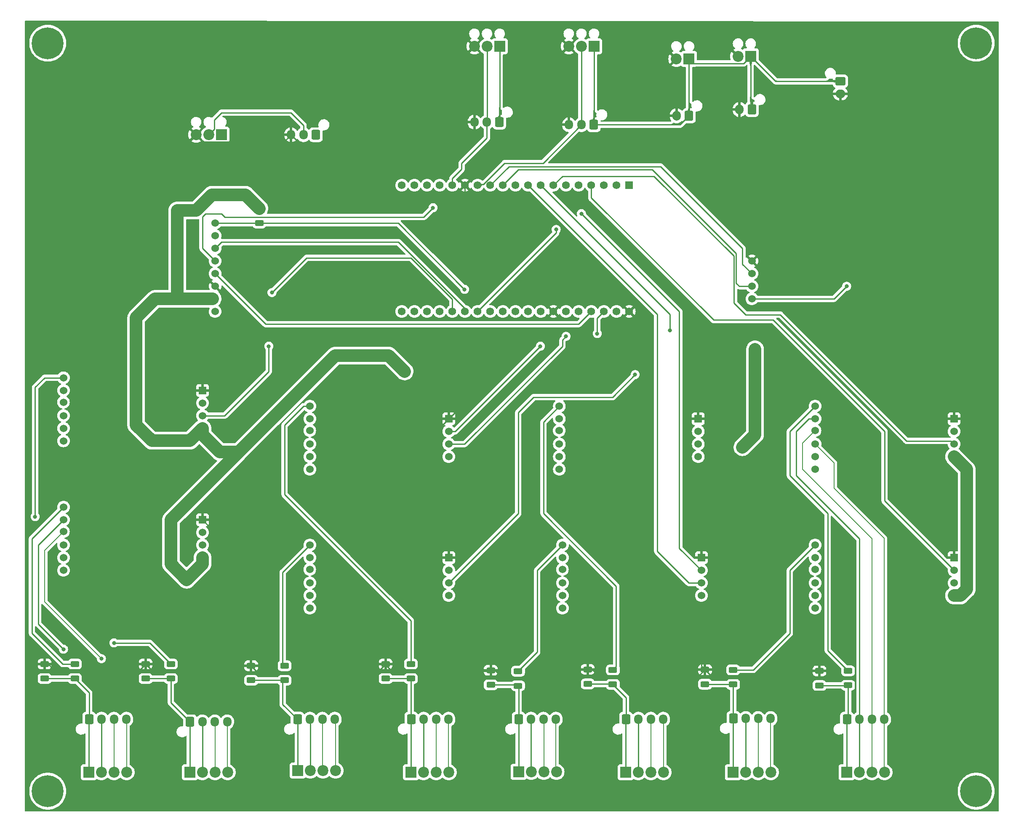
<source format=gbr>
%TF.GenerationSoftware,KiCad,Pcbnew,(6.0.1)*%
%TF.CreationDate,2022-04-06T01:57:14-07:00*%
%TF.ProjectId,EllieBoard,456c6c69-6542-46f6-9172-642e6b696361,rev?*%
%TF.SameCoordinates,Original*%
%TF.FileFunction,Copper,L1,Top*%
%TF.FilePolarity,Positive*%
%FSLAX46Y46*%
G04 Gerber Fmt 4.6, Leading zero omitted, Abs format (unit mm)*
G04 Created by KiCad (PCBNEW (6.0.1)) date 2022-04-06 01:57:14*
%MOMM*%
%LPD*%
G01*
G04 APERTURE LIST*
G04 Aperture macros list*
%AMRoundRect*
0 Rectangle with rounded corners*
0 $1 Rounding radius*
0 $2 $3 $4 $5 $6 $7 $8 $9 X,Y pos of 4 corners*
0 Add a 4 corners polygon primitive as box body*
4,1,4,$2,$3,$4,$5,$6,$7,$8,$9,$2,$3,0*
0 Add four circle primitives for the rounded corners*
1,1,$1+$1,$2,$3*
1,1,$1+$1,$4,$5*
1,1,$1+$1,$6,$7*
1,1,$1+$1,$8,$9*
0 Add four rect primitives between the rounded corners*
20,1,$1+$1,$2,$3,$4,$5,0*
20,1,$1+$1,$4,$5,$6,$7,0*
20,1,$1+$1,$6,$7,$8,$9,0*
20,1,$1+$1,$8,$9,$2,$3,0*%
G04 Aperture macros list end*
%TA.AperFunction,ComponentPad*%
%ADD10C,1.524000*%
%TD*%
%TA.AperFunction,ComponentPad*%
%ADD11R,1.524000X1.524000*%
%TD*%
%TA.AperFunction,SMDPad,CuDef*%
%ADD12RoundRect,0.250000X-0.625000X0.312500X-0.625000X-0.312500X0.625000X-0.312500X0.625000X0.312500X0*%
%TD*%
%TA.AperFunction,ComponentPad*%
%ADD13RoundRect,0.250000X0.600000X0.725000X-0.600000X0.725000X-0.600000X-0.725000X0.600000X-0.725000X0*%
%TD*%
%TA.AperFunction,ComponentPad*%
%ADD14O,1.700000X1.950000*%
%TD*%
%TA.AperFunction,ComponentPad*%
%ADD15RoundRect,0.250000X-0.600000X-0.725000X0.600000X-0.725000X0.600000X0.725000X-0.600000X0.725000X0*%
%TD*%
%TA.AperFunction,ComponentPad*%
%ADD16R,2.200000X2.200000*%
%TD*%
%TA.AperFunction,ComponentPad*%
%ADD17C,2.200000*%
%TD*%
%TA.AperFunction,ComponentPad*%
%ADD18RoundRect,0.250000X-0.750000X0.600000X-0.750000X-0.600000X0.750000X-0.600000X0.750000X0.600000X0*%
%TD*%
%TA.AperFunction,ComponentPad*%
%ADD19O,2.000000X1.700000*%
%TD*%
%TA.AperFunction,ComponentPad*%
%ADD20R,1.560000X1.560000*%
%TD*%
%TA.AperFunction,ComponentPad*%
%ADD21C,1.560000*%
%TD*%
%TA.AperFunction,SMDPad,CuDef*%
%ADD22RoundRect,0.250000X0.625000X-0.312500X0.625000X0.312500X-0.625000X0.312500X-0.625000X-0.312500X0*%
%TD*%
%TA.AperFunction,ComponentPad*%
%ADD23C,6.400000*%
%TD*%
%TA.AperFunction,ComponentPad*%
%ADD24RoundRect,0.250000X0.600000X0.750000X-0.600000X0.750000X-0.600000X-0.750000X0.600000X-0.750000X0*%
%TD*%
%TA.AperFunction,ComponentPad*%
%ADD25O,1.700000X2.000000*%
%TD*%
%TA.AperFunction,ViaPad*%
%ADD26C,0.800000*%
%TD*%
%TA.AperFunction,Conductor*%
%ADD27C,0.250000*%
%TD*%
%TA.AperFunction,Conductor*%
%ADD28C,0.200000*%
%TD*%
%TA.AperFunction,Conductor*%
%ADD29C,0.254000*%
%TD*%
%TA.AperFunction,Conductor*%
%ADD30C,2.540000*%
%TD*%
G04 APERTURE END LIST*
D10*
%TO.P,HX711 Breakout 6,1,E+*%
%TO.N,Net-(R16-Pad2)*%
X78105000Y-119380000D03*
%TO.P,HX711 Breakout 6,2,E-*%
%TO.N,u3*%
X78105000Y-121920000D03*
%TO.P,HX711 Breakout 6,3,A-*%
%TO.N,A3-*%
X78083895Y-124289146D03*
%TO.P,HX711 Breakout 6,4,A+*%
%TO.N,A3+*%
X78105000Y-127000000D03*
%TO.P,HX711 Breakout 6,5,B-*%
%TO.N,unconnected-(U8-Pad5)*%
X78105000Y-129540000D03*
%TO.P,HX711 Breakout 6,6,B+*%
%TO.N,unconnected-(U8-Pad6)*%
X78105000Y-132080000D03*
D11*
%TO.P,HX711 Breakout 6,7,GND*%
%TO.N,GND*%
X106045000Y-121920000D03*
D10*
%TO.P,HX711 Breakout 6,8,DT*%
%TO.N,IO22*%
X106045000Y-124460000D03*
%TO.P,HX711 Breakout 6,9,SCK*%
%TO.N,IO23*%
X106045000Y-127000000D03*
%TO.P,HX711 Breakout 6,10,VCC*%
%TO.N,+3V3*%
X106045000Y-129540000D03*
%TD*%
D12*
%TO.P,R15,1*%
%TO.N,GND*%
X133985000Y-144395000D03*
%TO.P,R15,2*%
%TO.N,out6*%
X133985000Y-147320000D03*
%TD*%
D13*
%TO.P,Servo 1 ,1,Pin_1*%
%TO.N,Lipo*%
X116205000Y-34290000D03*
D14*
%TO.P,Servo 1 ,2,Pin_2*%
%TO.N,IO13*%
X113705000Y-34290000D03*
%TO.P,Servo 1 ,3,Pin_3*%
%TO.N,GND*%
X111205000Y-34290000D03*
%TD*%
D15*
%TO.P,Load Cell 8,1,Pin_1*%
%TO.N,out8*%
X186110000Y-154415000D03*
D14*
%TO.P,Load Cell 8,2,Pin_2*%
%TO.N,u8*%
X188610000Y-154415000D03*
%TO.P,Load Cell 8,3,Pin_3*%
%TO.N,A8-*%
X191110000Y-154415000D03*
%TO.P,Load Cell 8,4,Pin_4*%
%TO.N,A8+*%
X193610000Y-154415000D03*
%TD*%
D16*
%TO.P,Load Cell Backup 2,1,Pin_1*%
%TO.N,out2*%
X53970000Y-165100000D03*
D17*
%TO.P,Load Cell Backup 2,2,Pin_2*%
%TO.N,u2*%
X56510000Y-165100000D03*
%TO.P,Load Cell Backup 2,3,Pin_3*%
%TO.N,A2-*%
X59050000Y-165100000D03*
%TO.P,Load Cell Backup 2,4,Pin_4*%
%TO.N,A2+*%
X61590000Y-165100000D03*
%TD*%
D10*
%TO.P,HX711 Breakout 4,1,E+*%
%TO.N,Net-(R12-Pad2)*%
X179705000Y-91440000D03*
%TO.P,HX711 Breakout 4,2,E-*%
%TO.N,u8*%
X179705000Y-93980000D03*
%TO.P,HX711 Breakout 4,3,A-*%
%TO.N,A8-*%
X179683895Y-96349146D03*
%TO.P,HX711 Breakout 4,4,A+*%
%TO.N,A8+*%
X179705000Y-99060000D03*
%TO.P,HX711 Breakout 4,5,B-*%
%TO.N,unconnected-(U10-Pad5)*%
X179705000Y-101600000D03*
%TO.P,HX711 Breakout 4,6,B+*%
%TO.N,unconnected-(U10-Pad6)*%
X179705000Y-104140000D03*
D11*
%TO.P,HX711 Breakout 4,7,GND*%
%TO.N,GND*%
X207645000Y-93980000D03*
D10*
%TO.P,HX711 Breakout 4,8,DT*%
%TO.N,IO36*%
X207645000Y-96520000D03*
%TO.P,HX711 Breakout 4,9,SCK*%
%TO.N,IO32*%
X207645000Y-99060000D03*
%TO.P,HX711 Breakout 4,10,VCC*%
%TO.N,+3V3*%
X207645000Y-101600000D03*
%TD*%
%TO.P,HX711 Breakout 1,1,E+*%
%TO.N,Net-(R10-Pad2)*%
X28575000Y-85725000D03*
%TO.P,HX711 Breakout 1,2,E-*%
%TO.N,u2*%
X28575000Y-88265000D03*
%TO.P,HX711 Breakout 1,3,A-*%
%TO.N,A2-*%
X28553895Y-90634146D03*
%TO.P,HX711 Breakout 1,4,A+*%
%TO.N,A2+*%
X28575000Y-93345000D03*
%TO.P,HX711 Breakout 1,5,B-*%
%TO.N,unconnected-(U6-Pad5)*%
X28575000Y-95885000D03*
%TO.P,HX711 Breakout 1,6,B+*%
%TO.N,unconnected-(U6-Pad6)*%
X28575000Y-98425000D03*
D11*
%TO.P,HX711 Breakout 1,7,GND*%
%TO.N,GND*%
X56515000Y-88265000D03*
D10*
%TO.P,HX711 Breakout 1,8,DT*%
%TO.N,IO15*%
X56515000Y-90805000D03*
%TO.P,HX711 Breakout 1,9,SCK*%
%TO.N,IO2*%
X56515000Y-93345000D03*
%TO.P,HX711 Breakout 1,10,VCC*%
%TO.N,+3V3*%
X56515000Y-95885000D03*
%TD*%
D18*
%TO.P,Battery,1,Pin_1*%
%TO.N,Lipo*%
X184785000Y-26075000D03*
D19*
%TO.P,Battery,2,Pin_2*%
%TO.N,GND*%
X184785000Y-28575000D03*
%TD*%
D12*
%TO.P,R4,1*%
%TO.N,GND*%
X93345000Y-143317500D03*
%TO.P,R4,2*%
%TO.N,out4*%
X93345000Y-146242500D03*
%TD*%
D16*
%TO.P,Load Cell Backup 6,1,Pin_1*%
%TO.N,out5*%
X120077983Y-165019965D03*
D17*
%TO.P,Load Cell Backup 6,2,Pin_2*%
%TO.N,u5*%
X122617983Y-165019965D03*
%TO.P,Load Cell Backup 6,3,Pin_3*%
%TO.N,A5-*%
X125157983Y-165019965D03*
%TO.P,Load Cell Backup 6,4,Pin_4*%
%TO.N,A5+*%
X127697983Y-165019965D03*
%TD*%
D12*
%TO.P,R17,1*%
%TO.N,GND*%
X66296168Y-143666926D03*
%TO.P,R17,2*%
%TO.N,out3*%
X66296168Y-146591926D03*
%TD*%
D15*
%TO.P,Load Cell 2,1,Pin_1*%
%TO.N,out2*%
X54010000Y-154940000D03*
D14*
%TO.P,Load Cell 2,2,Pin_2*%
%TO.N,u2*%
X56510000Y-154940000D03*
%TO.P,Load Cell 2,3,Pin_3*%
%TO.N,A2-*%
X59010000Y-154940000D03*
%TO.P,Load Cell 2,4,Pin_4*%
%TO.N,A2+*%
X61510000Y-154940000D03*
%TD*%
D20*
%TO.P,ESP32,1,3V3*%
%TO.N,+3V3*%
X142315000Y-46990000D03*
D21*
%TO.P,ESP32,2,EN*%
%TO.N,unconnected-(U7-Pad2)*%
X139775000Y-46990000D03*
%TO.P,ESP32,3,SENSOR_VP*%
%TO.N,IO36*%
X137235000Y-46990000D03*
%TO.P,ESP32,4,SENSOR_VN*%
%TO.N,IO39*%
X134695000Y-46990000D03*
%TO.P,ESP32,5,IO34*%
%TO.N,IO34*%
X132155000Y-46990000D03*
%TO.P,ESP32,6,IO35*%
%TO.N,IO35*%
X129615000Y-46990000D03*
%TO.P,ESP32,7,IO32*%
%TO.N,IO32*%
X127075000Y-46990000D03*
%TO.P,ESP32,8,IO33*%
%TO.N,IO33*%
X124535000Y-46990000D03*
%TO.P,ESP32,9,IO25*%
%TO.N,IO25*%
X121995000Y-46990000D03*
%TO.P,ESP32,10,IO26*%
%TO.N,IO26*%
X119455000Y-46990000D03*
%TO.P,ESP32,11,IO27*%
%TO.N,IO27*%
X116915000Y-46990000D03*
%TO.P,ESP32,12,IO14*%
%TO.N,IO14*%
X114375000Y-46990000D03*
%TO.P,ESP32,13,IO12*%
%TO.N,IO12*%
X111835000Y-46990000D03*
%TO.P,ESP32,14,GND1*%
%TO.N,GND*%
X109295000Y-46990000D03*
%TO.P,ESP32,15,IO13*%
%TO.N,IO13*%
X106755000Y-46990000D03*
%TO.P,ESP32,16,SD2*%
%TO.N,unconnected-(U7-Pad16)*%
X104215000Y-46990000D03*
%TO.P,ESP32,17,SD3*%
%TO.N,unconnected-(U7-Pad17)*%
X101675000Y-46990000D03*
%TO.P,ESP32,18,CMD*%
%TO.N,unconnected-(U7-Pad18)*%
X99135000Y-46990000D03*
%TO.P,ESP32,19,EXT_5V*%
%TO.N,+5V*%
X96595000Y-46990000D03*
%TO.P,ESP32,20,GND3*%
%TO.N,GND*%
X142315000Y-72390000D03*
%TO.P,ESP32,21,IO23*%
%TO.N,IO23*%
X139775000Y-72390000D03*
%TO.P,ESP32,22,IO22*%
%TO.N,IO22*%
X137235000Y-72390000D03*
%TO.P,ESP32,23,TXD0*%
%TO.N,SCK{slash}CLK*%
X134695000Y-72390000D03*
%TO.P,ESP32,24,RXD0*%
%TO.N,SDO{slash}SD0*%
X132155000Y-72390000D03*
%TO.P,ESP32,25,IO21*%
%TO.N,IO21*%
X129615000Y-72390000D03*
%TO.P,ESP32,26,GND2*%
%TO.N,GND*%
X127075000Y-72390000D03*
%TO.P,ESP32,27,IO19*%
%TO.N,IO19*%
X124535000Y-72390000D03*
%TO.P,ESP32,28,IO18*%
%TO.N,IO18*%
X121995000Y-72390000D03*
%TO.P,ESP32,29,IO5*%
%TO.N,IO5*%
X119455000Y-72390000D03*
%TO.P,ESP32,30,IO17*%
%TO.N,IO17*%
X116915000Y-72390000D03*
%TO.P,ESP32,31,IO16*%
%TO.N,IO16*%
X114375000Y-72390000D03*
%TO.P,ESP32,32,IO4*%
%TO.N,IO32*%
X111835000Y-72390000D03*
%TO.P,ESP32,33,IO0*%
%TO.N,SDI{slash}SD1*%
X109295000Y-72390000D03*
%TO.P,ESP32,34,IO2*%
%TO.N,IO2*%
X106755000Y-72390000D03*
%TO.P,ESP32,35,IO15*%
%TO.N,IO15*%
X104215000Y-72390000D03*
%TO.P,ESP32,36,SD1*%
%TO.N,unconnected-(U7-Pad36)*%
X101675000Y-72390000D03*
%TO.P,ESP32,37,SD0*%
%TO.N,unconnected-(U7-Pad37)*%
X99135000Y-72390000D03*
%TO.P,ESP32,38,CLK*%
%TO.N,unconnected-(U7-Pad38)*%
X96595000Y-72390000D03*
%TD*%
D22*
%TO.P,R1,1*%
%TO.N,out1*%
X30850000Y-146242500D03*
%TO.P,R1,2*%
%TO.N,Net-(R1-Pad2)*%
X30850000Y-143317500D03*
%TD*%
D10*
%TO.P,HX711 Breakout 2,1,E+*%
%TO.N,Net-(R3-Pad2)*%
X78105000Y-91440000D03*
%TO.P,HX711 Breakout 2,2,E-*%
%TO.N,u4*%
X78105000Y-93980000D03*
%TO.P,HX711 Breakout 2,3,A-*%
%TO.N,A4-*%
X78083895Y-96349146D03*
%TO.P,HX711 Breakout 2,4,A+*%
%TO.N,A4+*%
X78105000Y-99060000D03*
%TO.P,HX711 Breakout 2,5,B-*%
%TO.N,unconnected-(U11-Pad5)*%
X78105000Y-101600000D03*
%TO.P,HX711 Breakout 2,6,B+*%
%TO.N,unconnected-(U11-Pad6)*%
X78105000Y-104140000D03*
D11*
%TO.P,HX711 Breakout 2,7,GND*%
%TO.N,GND*%
X106045000Y-93980000D03*
D10*
%TO.P,HX711 Breakout 2,8,DT*%
%TO.N,IO19*%
X106045000Y-96520000D03*
%TO.P,HX711 Breakout 2,9,SCK*%
%TO.N,IO21*%
X106045000Y-99060000D03*
%TO.P,HX711 Breakout 2,10,VCC*%
%TO.N,+3V3*%
X106045000Y-101600000D03*
%TD*%
D22*
%TO.P,R12,1*%
%TO.N,out8*%
X186323986Y-147602162D03*
%TO.P,R12,2*%
%TO.N,Net-(R12-Pad2)*%
X186323986Y-144677162D03*
%TD*%
D13*
%TO.P,Flow Meter ,1,Pin_1*%
%TO.N,+5V*%
X79335000Y-36830000D03*
D14*
%TO.P,Flow Meter ,2,Pin_2*%
%TO.N,IO18*%
X76835000Y-36830000D03*
%TO.P,Flow Meter ,3,Pin_3*%
%TO.N,GND*%
X74335000Y-36830000D03*
%TD*%
D22*
%TO.P,R3,1*%
%TO.N,out4*%
X98425000Y-146242500D03*
%TO.P,R3,2*%
%TO.N,Net-(R3-Pad2)*%
X98425000Y-143317500D03*
%TD*%
D10*
%TO.P,HX711 Breakout 3,1,E+*%
%TO.N,Net-(R14-Pad2)*%
X128270000Y-91440000D03*
%TO.P,HX711 Breakout 3,2,E-*%
%TO.N,u6*%
X128270000Y-93980000D03*
%TO.P,HX711 Breakout 3,3,A-*%
%TO.N,A6-*%
X128248895Y-96349146D03*
%TO.P,HX711 Breakout 3,4,A+*%
%TO.N,A6+*%
X128270000Y-99060000D03*
%TO.P,HX711 Breakout 3,5,B-*%
%TO.N,unconnected-(U5-Pad5)*%
X128270000Y-101600000D03*
%TO.P,HX711 Breakout 3,6,B+*%
%TO.N,unconnected-(U5-Pad6)*%
X128270000Y-104140000D03*
D11*
%TO.P,HX711 Breakout 3,7,GND*%
%TO.N,GND*%
X156210000Y-93980000D03*
D10*
%TO.P,HX711 Breakout 3,8,DT*%
%TO.N,IO34*%
X156210000Y-96520000D03*
%TO.P,HX711 Breakout 3,9,SCK*%
%TO.N,IO26*%
X156210000Y-99060000D03*
%TO.P,HX711 Breakout 3,10,VCC*%
%TO.N,+3V3*%
X156210000Y-101600000D03*
%TD*%
D23*
%TO.P,REF\u002A\u002A,1*%
%TO.N,N/C*%
X25400000Y-18415000D03*
%TD*%
D12*
%TO.P,R9,1*%
%TO.N,+3V3*%
X67945000Y-51685000D03*
%TO.P,R9,2*%
%TO.N,IO16*%
X67945000Y-54610000D03*
%TD*%
D10*
%TO.P,HX711 Breakout 8,1,E+*%
%TO.N,Net-(R5-Pad2)*%
X179705000Y-119380000D03*
%TO.P,HX711 Breakout 8,2,E-*%
%TO.N,u7*%
X179705000Y-121920000D03*
%TO.P,HX711 Breakout 8,3,A-*%
%TO.N,A7-*%
X179683895Y-124289146D03*
%TO.P,HX711 Breakout 8,4,A+*%
%TO.N,A7+*%
X179705000Y-127000000D03*
%TO.P,HX711 Breakout 8,5,B-*%
%TO.N,unconnected-(U9-Pad5)*%
X179705000Y-129540000D03*
%TO.P,HX711 Breakout 8,6,B+*%
%TO.N,unconnected-(U9-Pad6)*%
X179705000Y-132080000D03*
D11*
%TO.P,HX711 Breakout 8,7,GND*%
%TO.N,GND*%
X207645000Y-121920000D03*
D10*
%TO.P,HX711 Breakout 8,8,DT*%
%TO.N,IO39*%
X207645000Y-124460000D03*
%TO.P,HX711 Breakout 8,9,SCK*%
%TO.N,IO33*%
X207645000Y-127000000D03*
%TO.P,HX711 Breakout 8,10,VCC*%
%TO.N,+3V3*%
X207645000Y-129540000D03*
%TD*%
D23*
%TO.P,,1*%
%TO.N,N/C*%
X212090000Y-168910000D03*
%TD*%
D22*
%TO.P,R5,1*%
%TO.N,out7*%
X163210890Y-147422837D03*
%TO.P,R5,2*%
%TO.N,Net-(R5-Pad2)*%
X163210890Y-144497837D03*
%TD*%
D13*
%TO.P,Servo 2 ,1,Pin_1*%
%TO.N,Lipo*%
X135215000Y-34815000D03*
D14*
%TO.P,Servo 2 ,2,Pin_2*%
%TO.N,IO12*%
X132715000Y-34815000D03*
%TO.P,Servo 2 ,3,Pin_3*%
%TO.N,GND*%
X130215000Y-34815000D03*
%TD*%
D15*
%TO.P,Load Cell 7,1,Pin_1*%
%TO.N,out7*%
X163265000Y-154270536D03*
D14*
%TO.P,Load Cell 7,2,Pin_2*%
%TO.N,u7*%
X165765000Y-154270536D03*
%TO.P,Load Cell 7,3,Pin_3*%
%TO.N,A7-*%
X168265000Y-154270536D03*
%TO.P,Load Cell 7,4,Pin_4*%
%TO.N,A7+*%
X170765000Y-154270536D03*
%TD*%
D22*
%TO.P,R10,1*%
%TO.N,out2*%
X50165000Y-146242500D03*
%TO.P,R10,2*%
%TO.N,Net-(R10-Pad2)*%
X50165000Y-143317500D03*
%TD*%
D16*
%TO.P,Load Cell Backup 8,1,Pin_1*%
%TO.N,out7*%
X163185000Y-165100000D03*
D17*
%TO.P,Load Cell Backup 8,2,Pin_2*%
%TO.N,u7*%
X165725000Y-165100000D03*
%TO.P,Load Cell Backup 8,3,Pin_3*%
%TO.N,A7-*%
X168265000Y-165100000D03*
%TO.P,Load Cell Backup 8,4,Pin_4*%
%TO.N,A7+*%
X170805000Y-165100000D03*
%TD*%
D22*
%TO.P,R14,1*%
%TO.N,out6*%
X139028114Y-147425553D03*
%TO.P,R14,2*%
%TO.N,Net-(R14-Pad2)*%
X139028114Y-144500553D03*
%TD*%
D10*
%TO.P,HX711 Breakout 7,1,E+*%
%TO.N,Net-(R7-Pad2)*%
X128905000Y-119380000D03*
%TO.P,HX711 Breakout 7,2,E-*%
%TO.N,u5*%
X128905000Y-121920000D03*
%TO.P,HX711 Breakout 7,3,A-*%
%TO.N,A5-*%
X128883895Y-124289146D03*
%TO.P,HX711 Breakout 7,4,A+*%
%TO.N,A5+*%
X128905000Y-127000000D03*
%TO.P,HX711 Breakout 7,5,B-*%
%TO.N,unconnected-(U2-Pad5)*%
X128905000Y-129540000D03*
%TO.P,HX711 Breakout 7,6,B+*%
%TO.N,unconnected-(U2-Pad6)*%
X128905000Y-132080000D03*
D11*
%TO.P,HX711 Breakout 7,7,GND*%
%TO.N,GND*%
X156845000Y-121920000D03*
D10*
%TO.P,HX711 Breakout 7,8,DT*%
%TO.N,IO35*%
X156845000Y-124460000D03*
%TO.P,HX711 Breakout 7,9,SCK*%
%TO.N,IO25*%
X156845000Y-127000000D03*
%TO.P,HX711 Breakout 7,10,VCC*%
%TO.N,+3V3*%
X156845000Y-129540000D03*
%TD*%
D16*
%TO.P,Igniter 1 Backup,1,Pin_1*%
%TO.N,Lipo*%
X154345000Y-21590000D03*
D17*
%TO.P,Igniter 1 Backup,2,Pin_2*%
%TO.N,GND*%
X151805000Y-21590000D03*
%TD*%
D16*
%TO.P,Igniter 2 Backup,1,Pin_1*%
%TO.N,Lipo*%
X166755000Y-21050000D03*
D17*
%TO.P,Igniter 2 Backup,2,Pin_2*%
%TO.N,GND*%
X164215000Y-21050000D03*
%TD*%
D15*
%TO.P,Load Cell 3,1,Pin_1*%
%TO.N,out3*%
X75620000Y-154415000D03*
D14*
%TO.P,Load Cell 3,2,Pin_2*%
%TO.N,u3*%
X78120000Y-154415000D03*
%TO.P,Load Cell 3,3,Pin_3*%
%TO.N,A3-*%
X80620000Y-154415000D03*
%TO.P,Load Cell 3,4,Pin_4*%
%TO.N,A3+*%
X83120000Y-154415000D03*
%TD*%
D16*
%TO.P,Load Cell Backup 3,1,Pin_1*%
%TO.N,out3*%
X75665656Y-164765581D03*
D17*
%TO.P,Load Cell Backup 3,2,Pin_2*%
%TO.N,u3*%
X78205656Y-164765581D03*
%TO.P,Load Cell Backup 3,3,Pin_3*%
%TO.N,A3-*%
X80745656Y-164765581D03*
%TO.P,Load Cell Backup 3,4,Pin_4*%
%TO.N,A3+*%
X83285656Y-164765581D03*
%TD*%
D16*
%TO.P,Load Cell Backup 4,1,Pin_1*%
%TO.N,out4*%
X98425000Y-165100000D03*
D17*
%TO.P,Load Cell Backup 4,2,Pin_2*%
%TO.N,u4*%
X100965000Y-165100000D03*
%TO.P,Load Cell Backup 4,3,Pin_3*%
%TO.N,A4-*%
X103505000Y-165100000D03*
%TO.P,Load Cell Backup 4,4,Pin_4*%
%TO.N,A4+*%
X106045000Y-165100000D03*
%TD*%
D24*
%TO.P,Igniter 2 ,1,Pin_1*%
%TO.N,Lipo*%
X167005000Y-31750000D03*
D25*
%TO.P,Igniter 2 ,2,Pin_2*%
%TO.N,GND*%
X164505000Y-31750000D03*
%TD*%
D22*
%TO.P,R16,1*%
%TO.N,out3*%
X73025000Y-146591926D03*
%TO.P,R16,2*%
%TO.N,Net-(R16-Pad2)*%
X73025000Y-143666926D03*
%TD*%
D12*
%TO.P,R6,1*%
%TO.N,GND*%
X157567400Y-144460952D03*
%TO.P,R6,2*%
%TO.N,out7*%
X157567400Y-147385952D03*
%TD*%
D16*
%TO.P,Load Cell Backup 9,1,Pin_1*%
%TO.N,out8*%
X186045000Y-165100000D03*
D17*
%TO.P,Load Cell Backup 9,2,Pin_2*%
%TO.N,u8*%
X188585000Y-165100000D03*
%TO.P,Load Cell Backup 9,3,Pin_3*%
%TO.N,A8-*%
X191125000Y-165100000D03*
%TO.P,Load Cell Backup 9,4,Pin_4*%
%TO.N,A8+*%
X193665000Y-165100000D03*
%TD*%
D12*
%TO.P,R2,1*%
%TO.N,GND*%
X24765000Y-143317500D03*
%TO.P,R2,2*%
%TO.N,out1*%
X24765000Y-146242500D03*
%TD*%
D15*
%TO.P,Load Cell 5,1,Pin_1*%
%TO.N,out5*%
X120075000Y-154415000D03*
D14*
%TO.P,Load Cell 5,2,Pin_2*%
%TO.N,u5*%
X122575000Y-154415000D03*
%TO.P,Load Cell 5,3,Pin_3*%
%TO.N,A5-*%
X125075000Y-154415000D03*
%TO.P,Load Cell 5,4,Pin_4*%
%TO.N,A5+*%
X127575000Y-154415000D03*
%TD*%
D10*
%TO.P,Relay Board,1,VCC*%
%TO.N,+5V*%
X167005000Y-69850000D03*
%TO.P,Relay Board,2,IN1*%
%TO.N,IO27*%
X167005000Y-67310000D03*
%TO.P,Relay Board,3,IN2*%
%TO.N,IO14*%
X167005000Y-64770000D03*
%TO.P,Relay Board,4,GND*%
%TO.N,GND*%
X167005000Y-62230000D03*
%TD*%
D24*
%TO.P,Igniter 1 ,1,Pin_1*%
%TO.N,Lipo*%
X154345000Y-33020000D03*
D25*
%TO.P,Igniter 1 ,2,Pin_2*%
%TO.N,GND*%
X151845000Y-33020000D03*
%TD*%
D12*
%TO.P,R8,1*%
%TO.N,GND*%
X114480658Y-144585992D03*
%TO.P,R8,2*%
%TO.N,out5*%
X114480658Y-147510992D03*
%TD*%
D22*
%TO.P,R7,1*%
%TO.N,out5*%
X119964311Y-147696047D03*
%TO.P,R7,2*%
%TO.N,Net-(R7-Pad2)*%
X119964311Y-144771047D03*
%TD*%
D16*
%TO.P,Flow Meter Backup,1,Pin_1*%
%TO.N,+5V*%
X60325000Y-36830000D03*
D17*
%TO.P,Flow Meter Backup,2,Pin_2*%
%TO.N,IO18*%
X57785000Y-36830000D03*
%TO.P,Flow Meter Backup,3,Pin_3*%
%TO.N,GND*%
X55245000Y-36830000D03*
%TD*%
D10*
%TO.P,HX711 Breakout 5,1,E+*%
%TO.N,Net-(R1-Pad2)*%
X28575000Y-111760000D03*
%TO.P,HX711 Breakout 5,2,E-*%
%TO.N,u1*%
X28575000Y-114300000D03*
%TO.P,HX711 Breakout 5,3,A-*%
%TO.N,A1-*%
X28553895Y-116669146D03*
%TO.P,HX711 Breakout 5,4,A+*%
%TO.N,A1+*%
X28575000Y-119380000D03*
%TO.P,HX711 Breakout 5,5,B-*%
%TO.N,unconnected-(U1-Pad5)*%
X28575000Y-121920000D03*
%TO.P,HX711 Breakout 5,6,B+*%
%TO.N,unconnected-(U1-Pad6)*%
X28575000Y-124460000D03*
D11*
%TO.P,HX711 Breakout 5,7,GND*%
%TO.N,GND*%
X56515000Y-114300000D03*
D10*
%TO.P,HX711 Breakout 5,8,DT*%
%TO.N,IO32*%
X56515000Y-116840000D03*
%TO.P,HX711 Breakout 5,9,SCK*%
%TO.N,IO5*%
X56515000Y-119380000D03*
%TO.P,HX711 Breakout 5,10,VCC*%
%TO.N,+3V3*%
X56515000Y-121920000D03*
%TD*%
D16*
%TO.P,Servo 2 Backup,1,Pin_1*%
%TO.N,Lipo*%
X135255000Y-19050000D03*
D17*
%TO.P,Servo 2 Backup,2,Pin_2*%
%TO.N,IO12*%
X132715000Y-19050000D03*
%TO.P,Servo 2 Backup,3,Pin_3*%
%TO.N,GND*%
X130175000Y-19050000D03*
%TD*%
D12*
%TO.P,R13,1*%
%TO.N,GND*%
X45085000Y-143317500D03*
%TO.P,R13,2*%
%TO.N,out2*%
X45085000Y-146242500D03*
%TD*%
D23*
%TO.P,,1*%
%TO.N,N/C*%
X212090000Y-18415000D03*
%TD*%
D10*
%TO.P,SD Card Reader,1,CD*%
%TO.N,IO16*%
X59055000Y-54610000D03*
%TO.P,SD Card Reader,2,CS*%
%TO.N,IO17*%
X59055000Y-57150000D03*
%TO.P,SD Card Reader,3,DI*%
%TO.N,SDI{slash}SD1*%
X59055000Y-59690000D03*
%TO.P,SD Card Reader,4,DO*%
%TO.N,SDO{slash}SD0*%
X59055000Y-62230000D03*
%TO.P,SD Card Reader,5,CK*%
%TO.N,SCK{slash}CLK*%
X59055000Y-64770000D03*
%TO.P,SD Card Reader,6,GND*%
%TO.N,GND*%
X59055000Y-67310000D03*
%TO.P,SD Card Reader,7,3V*%
%TO.N,+3V3*%
X59055000Y-69850000D03*
%TO.P,SD Card Reader,8,5V*%
%TO.N,unconnected-(U4-Pad8)*%
X59055000Y-72390000D03*
%TD*%
D15*
%TO.P,Load Cell 6,1,Pin_1*%
%TO.N,out6*%
X141670000Y-154415000D03*
D14*
%TO.P,Load Cell 6,2,Pin_2*%
%TO.N,u6*%
X144170000Y-154415000D03*
%TO.P,Load Cell 6,3,Pin_3*%
%TO.N,A6-*%
X146670000Y-154415000D03*
%TO.P,Load Cell 6,4,Pin_4*%
%TO.N,A6+*%
X149170000Y-154415000D03*
%TD*%
D23*
%TO.P,,1*%
%TO.N,N/C*%
X25400000Y-168910000D03*
%TD*%
D16*
%TO.P,Load Cell Backup 7,1,Pin_1*%
%TO.N,out6*%
X141605000Y-165100000D03*
D17*
%TO.P,Load Cell Backup 7,2,Pin_2*%
%TO.N,u6*%
X144145000Y-165100000D03*
%TO.P,Load Cell Backup 7,3,Pin_3*%
%TO.N,A6-*%
X146685000Y-165100000D03*
%TO.P,Load Cell Backup 7,4,Pin_4*%
%TO.N,A6+*%
X149225000Y-165100000D03*
%TD*%
D12*
%TO.P,R11,1*%
%TO.N,GND*%
X180569838Y-144714047D03*
%TO.P,R11,2*%
%TO.N,out8*%
X180569838Y-147639047D03*
%TD*%
D15*
%TO.P,Load Cell 1,1,Pin_1*%
%TO.N,out1*%
X33715000Y-154415000D03*
D14*
%TO.P,Load Cell 1,2,Pin_2*%
%TO.N,u1*%
X36215000Y-154415000D03*
%TO.P,Load Cell 1,3,Pin_3*%
%TO.N,A1-*%
X38715000Y-154415000D03*
%TO.P,Load Cell 1,4,Pin_4*%
%TO.N,A1+*%
X41215000Y-154415000D03*
%TD*%
D15*
%TO.P,Load Cell 4,1,Pin_1*%
%TO.N,out4*%
X98490000Y-154415000D03*
D14*
%TO.P,Load Cell 4,2,Pin_2*%
%TO.N,u4*%
X100990000Y-154415000D03*
%TO.P,Load Cell 4,3,Pin_3*%
%TO.N,A4-*%
X103490000Y-154415000D03*
%TO.P,Load Cell 4,4,Pin_4*%
%TO.N,A4+*%
X105990000Y-154415000D03*
%TD*%
D16*
%TO.P,Load Cell Backup 1,1,Pin_1*%
%TO.N,out1*%
X33650000Y-165100000D03*
D17*
%TO.P,Load Cell Backup 1,2,Pin_2*%
%TO.N,u1*%
X36190000Y-165100000D03*
%TO.P,Load Cell Backup 1,3,Pin_3*%
%TO.N,A1-*%
X38730000Y-165100000D03*
%TO.P,Load Cell Backup 1,4,Pin_4*%
%TO.N,A1+*%
X41270000Y-165100000D03*
%TD*%
D16*
%TO.P,Servo 1 Backup,1,Pin_1*%
%TO.N,Lipo*%
X116285000Y-19050000D03*
D17*
%TO.P,Servo 1 Backup,2,Pin_2*%
%TO.N,IO13*%
X113745000Y-19050000D03*
%TO.P,Servo 1 Backup,3,Pin_3*%
%TO.N,GND*%
X111205000Y-19050000D03*
%TD*%
D26*
%TO.N,u1*%
X28575000Y-140335000D03*
%TO.N,A1-*%
X36195000Y-142240000D03*
%TO.N,GND*%
X114300000Y-39370000D03*
X125730000Y-76200000D03*
X120882299Y-60092701D03*
X180340000Y-140335000D03*
X163195000Y-85725000D03*
X131445000Y-69215000D03*
%TO.N,IO19*%
X124460000Y-79375000D03*
%TO.N,IO21*%
X129615000Y-77395000D03*
%TO.N,+3V3*%
X165100000Y-99695000D03*
X167640000Y-80010000D03*
X97155000Y-84455000D03*
%TO.N,IO16*%
X109220000Y-67945000D03*
%TO.N,Net-(R10-Pad2)*%
X38735000Y-139065000D03*
X22860000Y-113665000D03*
%TO.N,+5V*%
X186055000Y-67310000D03*
%TO.N,IO35*%
X132715000Y-52705000D03*
%TO.N,IO32*%
X127635000Y-55880000D03*
%TO.N,IO33*%
X150495000Y-76200000D03*
%TO.N,IO23*%
X143510000Y-85090000D03*
%TO.N,IO22*%
X135890000Y-76835000D03*
%TO.N,SDO{slash}SD0*%
X102870000Y-51524500D03*
%TO.N,IO2*%
X70485000Y-68580000D03*
X69850000Y-79375000D03*
%TD*%
D27*
%TO.N,out1*%
X30850000Y-146242500D02*
X33715000Y-149107500D01*
X33650000Y-154480000D02*
X33650000Y-165100000D01*
X25485000Y-146242500D02*
X30850000Y-146242500D01*
X33715000Y-149107500D02*
X33715000Y-154415000D01*
X33715000Y-154415000D02*
X33650000Y-154480000D01*
%TO.N,u1*%
X23495000Y-135255000D02*
X28575000Y-140335000D01*
X36190000Y-165100000D02*
X36190000Y-154440000D01*
X23495000Y-119380000D02*
X23495000Y-135255000D01*
X36190000Y-154440000D02*
X36215000Y-154415000D01*
X28575000Y-114300000D02*
X23495000Y-119380000D01*
D28*
%TO.N,A1+*%
X41270000Y-165100000D02*
X41270000Y-154470000D01*
X41270000Y-154470000D02*
X41215000Y-154415000D01*
%TO.N,A1-*%
X38715000Y-154415000D02*
X38715000Y-165085000D01*
X24765000Y-120650000D02*
X24765000Y-130810000D01*
X24765000Y-130810000D02*
X36195000Y-142240000D01*
X28553895Y-116669146D02*
X24765000Y-120458041D01*
X38715000Y-165085000D02*
X38730000Y-165100000D01*
X24765000Y-120458041D02*
X24765000Y-120650000D01*
D29*
%TO.N,GND*%
X46547500Y-144780000D02*
X54610000Y-144780000D01*
D27*
X108902500Y-49212500D02*
X119782701Y-60092701D01*
D29*
X158115000Y-121920000D02*
X160020000Y-123825000D01*
X180340000Y-140335000D02*
X180569838Y-140564838D01*
X104775000Y-95250000D02*
X123825000Y-76200000D01*
X74335000Y-36830000D02*
X72908489Y-38256511D01*
X142315000Y-72390000D02*
X140410000Y-70485000D01*
X133985000Y-144395000D02*
X134870000Y-144395000D01*
X123825000Y-146050000D02*
X116840000Y-146050000D01*
X162560000Y-97155000D02*
X159385000Y-93980000D01*
X91482981Y-145179519D02*
X93345000Y-143317500D01*
X160020000Y-137795000D02*
X156845000Y-140970000D01*
X26947500Y-144780000D02*
X43622500Y-144780000D01*
X93345000Y-143317500D02*
X93345000Y-143510000D01*
X59690000Y-117475000D02*
X59690000Y-139700000D01*
X106045000Y-120650000D02*
X106045000Y-121920000D01*
X106045000Y-93980000D02*
X104775000Y-95250000D01*
X115375992Y-144585992D02*
X114480658Y-144585992D01*
X160020000Y-123825000D02*
X160020000Y-137795000D01*
X66296168Y-143666926D02*
X67808761Y-145179519D01*
D27*
X108902500Y-49212500D02*
X108585000Y-49530000D01*
D29*
X25485000Y-143317500D02*
X26947500Y-144780000D01*
X72908489Y-38256511D02*
X56671511Y-38256511D01*
D27*
X156210000Y-90170000D02*
X156210000Y-93980000D01*
D29*
X157567400Y-144460952D02*
X157567400Y-143422600D01*
X156845000Y-121920000D02*
X158115000Y-121920000D01*
X136525000Y-146050000D02*
X155978352Y-146050000D01*
X140410000Y-70485000D02*
X133350000Y-70485000D01*
X43622500Y-144780000D02*
X45085000Y-143317500D01*
X177165000Y-146050000D02*
X159156448Y-146050000D01*
X67808761Y-145179519D02*
X91482981Y-145179519D01*
X93345000Y-143510000D02*
X94615000Y-144780000D01*
D27*
X62230000Y-84455000D02*
X58420000Y-88265000D01*
D29*
X66296168Y-143666926D02*
X63656926Y-143666926D01*
D27*
X131445000Y-69215000D02*
X132715000Y-70485000D01*
X108585000Y-49530000D02*
X92075000Y-49530000D01*
D29*
X180569838Y-140564838D02*
X180569838Y-144714047D01*
D27*
X114300000Y-41985000D02*
X109295000Y-46990000D01*
D29*
X94615000Y-144780000D02*
X114286650Y-144780000D01*
X159156448Y-146050000D02*
X157567400Y-144460952D01*
D27*
X87469511Y-44924511D02*
X86199511Y-44924511D01*
X132715000Y-70485000D02*
X133350000Y-70485000D01*
D29*
X159385000Y-93980000D02*
X156210000Y-93980000D01*
X162560000Y-138430000D02*
X162560000Y-97155000D01*
X133350000Y-70485000D02*
X128980000Y-70485000D01*
X56515000Y-114300000D02*
X59690000Y-117475000D01*
X180569838Y-144714047D02*
X178500953Y-144714047D01*
X114286650Y-144780000D02*
X114480658Y-144585992D01*
X155978352Y-146050000D02*
X157567400Y-144460952D01*
X116840000Y-146050000D02*
X115375992Y-144585992D01*
X156845000Y-140970000D02*
X156845000Y-143738552D01*
X156845000Y-143738552D02*
X157567400Y-144460952D01*
D27*
X160020000Y-86360000D02*
X156210000Y-90170000D01*
X62230000Y-70485000D02*
X62230000Y-84455000D01*
X114300000Y-39370000D02*
X114300000Y-41985000D01*
D29*
X103505000Y-96520000D02*
X103505000Y-118110000D01*
X54610000Y-144780000D02*
X59690000Y-139700000D01*
X86199511Y-44924511D02*
X82429511Y-44924511D01*
X134870000Y-144395000D02*
X136525000Y-146050000D01*
D27*
X92075000Y-49530000D02*
X87469511Y-44924511D01*
D29*
X178500953Y-144714047D02*
X177165000Y-146050000D01*
X82429511Y-44924511D02*
X74335000Y-36830000D01*
D27*
X119782701Y-60092701D02*
X120882299Y-60092701D01*
D29*
X104775000Y-95250000D02*
X103505000Y-96520000D01*
D27*
X109295000Y-48820000D02*
X108902500Y-49212500D01*
D29*
X133985000Y-144395000D02*
X125480000Y-144395000D01*
X56671511Y-38256511D02*
X55245000Y-36830000D01*
D27*
X58420000Y-88265000D02*
X56515000Y-88265000D01*
D29*
X45085000Y-143317500D02*
X46547500Y-144780000D01*
X63656926Y-143666926D02*
X59690000Y-139700000D01*
D27*
X109295000Y-46990000D02*
X109295000Y-48820000D01*
D29*
X157567400Y-143422600D02*
X162560000Y-138430000D01*
D27*
X163195000Y-85725000D02*
X162560000Y-86360000D01*
D29*
X125480000Y-144395000D02*
X123825000Y-146050000D01*
D27*
X59055000Y-67310000D02*
X62230000Y-70485000D01*
D29*
X103505000Y-118110000D02*
X106045000Y-120650000D01*
X123825000Y-76200000D02*
X125730000Y-76200000D01*
X128980000Y-70485000D02*
X127075000Y-72390000D01*
D27*
X162560000Y-86360000D02*
X160020000Y-86360000D01*
%TO.N,IO19*%
X124460000Y-79375000D02*
X107315000Y-96520000D01*
X107315000Y-96520000D02*
X106045000Y-96520000D01*
%TO.N,Lipo*%
X116285000Y-19050000D02*
X116285000Y-34210000D01*
X116285000Y-34210000D02*
X116205000Y-34290000D01*
X154345000Y-21590000D02*
X154345000Y-33020000D01*
X171780000Y-26075000D02*
X166755000Y-21050000D01*
X135255000Y-19050000D02*
X135255000Y-34775000D01*
X152550000Y-34815000D02*
X154345000Y-33020000D01*
X166755000Y-21050000D02*
X165330489Y-22474511D01*
X165330489Y-22474511D02*
X155229511Y-22474511D01*
X155229511Y-22474511D02*
X154345000Y-21590000D01*
X184785000Y-26075000D02*
X171780000Y-26075000D01*
X167005000Y-31750000D02*
X166755000Y-31500000D01*
X166755000Y-31500000D02*
X166755000Y-21050000D01*
X135215000Y-34815000D02*
X152550000Y-34815000D01*
%TO.N,out2*%
X50165000Y-151095000D02*
X54010000Y-154940000D01*
X53970000Y-165100000D02*
X53970000Y-154980000D01*
X45085000Y-146242500D02*
X50165000Y-146242500D01*
X50165000Y-146242500D02*
X50165000Y-151095000D01*
X53970000Y-154980000D02*
X54010000Y-154940000D01*
%TO.N,u2*%
X56510000Y-154940000D02*
X56510000Y-165100000D01*
D28*
%TO.N,A2+*%
X61510000Y-165020000D02*
X61590000Y-165100000D01*
X61510000Y-154940000D02*
X61510000Y-165020000D01*
%TO.N,A2-*%
X59050000Y-154980000D02*
X59010000Y-154940000D01*
X59050000Y-165100000D02*
X59050000Y-154980000D01*
D27*
%TO.N,out3*%
X66296168Y-146591926D02*
X72646168Y-146591926D01*
X75620000Y-154415000D02*
X75665656Y-154460656D01*
X72646168Y-146591926D02*
X72646168Y-151441168D01*
X72646168Y-151441168D02*
X75620000Y-154415000D01*
X75665656Y-154460656D02*
X75665656Y-164765581D01*
%TO.N,u3*%
X78205656Y-164765581D02*
X78205656Y-154500656D01*
X78205656Y-154500656D02*
X78120000Y-154415000D01*
D28*
%TO.N,A3+*%
X83285656Y-164765581D02*
X83285656Y-154580656D01*
X83285656Y-154580656D02*
X83120000Y-154415000D01*
%TO.N,A3-*%
X80620000Y-154415000D02*
X80620000Y-164639925D01*
X80620000Y-164639925D02*
X80745656Y-164765581D01*
D27*
%TO.N,out4*%
X98425000Y-154350000D02*
X98490000Y-154415000D01*
X98425000Y-146242500D02*
X98425000Y-154350000D01*
X93345000Y-146242500D02*
X98425000Y-146242500D01*
X98425000Y-165100000D02*
X98425000Y-154480000D01*
X98425000Y-154480000D02*
X98490000Y-154415000D01*
%TO.N,u4*%
X100990000Y-154415000D02*
X100990000Y-165075000D01*
X100990000Y-165075000D02*
X100965000Y-165100000D01*
D28*
%TO.N,A4+*%
X105990000Y-165045000D02*
X106045000Y-165100000D01*
X105990000Y-154415000D02*
X105990000Y-165045000D01*
%TO.N,A4-*%
X103505000Y-165100000D02*
X103505000Y-154430000D01*
X103505000Y-154430000D02*
X103490000Y-154415000D01*
D27*
%TO.N,out5*%
X120075000Y-147806736D02*
X119964311Y-147696047D01*
X120077983Y-154417983D02*
X120075000Y-154415000D01*
X120077983Y-165019965D02*
X120077983Y-154417983D01*
X119779256Y-147510992D02*
X119964311Y-147696047D01*
X114480658Y-147510992D02*
X119779256Y-147510992D01*
X120075000Y-154415000D02*
X120075000Y-147806736D01*
%TO.N,u5*%
X122575000Y-164976982D02*
X122617983Y-165019965D01*
X122575000Y-154415000D02*
X122575000Y-164976982D01*
D28*
%TO.N,A5+*%
X127575000Y-164896982D02*
X127697983Y-165019965D01*
X127575000Y-154415000D02*
X127575000Y-164896982D01*
%TO.N,A5-*%
X125157983Y-165019965D02*
X125157983Y-154497983D01*
X125157983Y-154497983D02*
X125075000Y-154415000D01*
D27*
%TO.N,out6*%
X141670000Y-154415000D02*
X141605000Y-154480000D01*
X141605000Y-154480000D02*
X141605000Y-165100000D01*
X141670000Y-150067439D02*
X139028114Y-147425553D01*
X133985000Y-147320000D02*
X138922561Y-147320000D01*
X141670000Y-154415000D02*
X141670000Y-150067439D01*
X138922561Y-147320000D02*
X139028114Y-147425553D01*
%TO.N,u6*%
X144145000Y-154440000D02*
X144170000Y-154415000D01*
X144145000Y-165100000D02*
X144145000Y-154440000D01*
D28*
%TO.N,A6+*%
X149225000Y-165100000D02*
X149225000Y-154470000D01*
X149225000Y-154470000D02*
X149170000Y-154415000D01*
%TO.N,A6-*%
X146670000Y-154415000D02*
X146670000Y-165085000D01*
X146670000Y-165085000D02*
X146685000Y-165100000D01*
D27*
%TO.N,out7*%
X163210890Y-154216426D02*
X163265000Y-154270536D01*
X163265000Y-154270536D02*
X163185000Y-154350536D01*
X157567400Y-147385952D02*
X163174005Y-147385952D01*
X163185000Y-154350536D02*
X163185000Y-165100000D01*
X163174005Y-147385952D02*
X163210890Y-147422837D01*
X163210890Y-147422837D02*
X163210890Y-154216426D01*
%TO.N,u7*%
X165765000Y-165060000D02*
X165725000Y-165100000D01*
X165765000Y-154270536D02*
X165765000Y-165060000D01*
D28*
%TO.N,A7+*%
X170765000Y-165060000D02*
X170805000Y-165100000D01*
X170765000Y-154270536D02*
X170765000Y-165060000D01*
%TO.N,A7-*%
X168265000Y-165100000D02*
X168265000Y-154270536D01*
D27*
%TO.N,out8*%
X186110000Y-154415000D02*
X186045000Y-154480000D01*
X186323986Y-154201014D02*
X186323986Y-147602162D01*
X180569838Y-147639047D02*
X186287101Y-147639047D01*
X186110000Y-154415000D02*
X186323986Y-154201014D01*
X186287101Y-147639047D02*
X186323986Y-147602162D01*
X186045000Y-154480000D02*
X186045000Y-165100000D01*
%TO.N,u8*%
X188585000Y-165100000D02*
X188585000Y-154440000D01*
X175895000Y-105410000D02*
X188610000Y-118125000D01*
X179705000Y-93980000D02*
X178435000Y-93980000D01*
X188585000Y-154440000D02*
X188610000Y-154415000D01*
X175895000Y-96520000D02*
X175895000Y-105410000D01*
X188610000Y-118125000D02*
X188610000Y-154415000D01*
X178435000Y-93980000D02*
X175895000Y-96520000D01*
D28*
%TO.N,A8+*%
X183515000Y-102870000D02*
X183515000Y-107950000D01*
X193610000Y-118045000D02*
X193610000Y-154415000D01*
X193610000Y-165045000D02*
X193665000Y-165100000D01*
X179705000Y-99060000D02*
X183515000Y-102870000D01*
X193610000Y-154415000D02*
X193610000Y-165045000D01*
X183515000Y-107950000D02*
X193610000Y-118045000D01*
%TO.N,A8-*%
X191110000Y-118135000D02*
X191135000Y-118110000D01*
X177165000Y-98868041D02*
X179683895Y-96349146D01*
X191110000Y-154415000D02*
X191110000Y-118135000D01*
X177165000Y-104140000D02*
X177165000Y-98868041D01*
X191110000Y-154415000D02*
X191110000Y-165085000D01*
X191110000Y-165085000D02*
X191125000Y-165100000D01*
X191135000Y-118110000D02*
X177165000Y-104140000D01*
D27*
%TO.N,IO18*%
X57785000Y-36830000D02*
X58884999Y-35730001D01*
X58884999Y-35730001D02*
X58884999Y-33825001D01*
X60325000Y-32385000D02*
X74295000Y-32385000D01*
X74295000Y-32385000D02*
X76835000Y-34925000D01*
X76835000Y-34925000D02*
X76835000Y-36830000D01*
X58884999Y-33825001D02*
X60325000Y-32385000D01*
%TO.N,IO21*%
X128905000Y-79375000D02*
X109220000Y-99060000D01*
X109220000Y-99060000D02*
X106045000Y-99060000D01*
X129615000Y-77395000D02*
X128905000Y-78105000D01*
X128905000Y-78105000D02*
X128905000Y-79375000D01*
%TO.N,Net-(R1-Pad2)*%
X22225000Y-118110000D02*
X22225000Y-137160000D01*
X28575000Y-111760000D02*
X22225000Y-118110000D01*
X28382500Y-143317500D02*
X30850000Y-143317500D01*
X22225000Y-137160000D02*
X28382500Y-143317500D01*
%TO.N,Net-(R3-Pad2)*%
X98425000Y-143317500D02*
X98425000Y-134620000D01*
X98425000Y-134620000D02*
X73025000Y-109220000D01*
X73025000Y-95250000D02*
X76835000Y-91440000D01*
X73025000Y-109220000D02*
X73025000Y-95250000D01*
X76835000Y-91440000D02*
X78105000Y-91440000D01*
%TO.N,Net-(R5-Pad2)*%
X174625000Y-124460000D02*
X179705000Y-119380000D01*
X174625000Y-137160000D02*
X174625000Y-124460000D01*
X167287163Y-144497837D02*
X174625000Y-137160000D01*
X163210890Y-144497837D02*
X167287163Y-144497837D01*
D30*
%TO.N,+3V3*%
X53340000Y-126365000D02*
X56515000Y-123190000D01*
X56515000Y-123190000D02*
X56515000Y-121920000D01*
X65155000Y-48895000D02*
X58420000Y-48895000D01*
X63817500Y-100647500D02*
X50165000Y-114300000D01*
X167640000Y-97155000D02*
X165100000Y-99695000D01*
X60007500Y-100647500D02*
X56515000Y-97155000D01*
X54000472Y-98399528D02*
X56515000Y-95885000D01*
X63817500Y-100647500D02*
X60007500Y-100647500D01*
X51435000Y-52070000D02*
X51435000Y-69850000D01*
X46990000Y-69850000D02*
X43180000Y-73660000D01*
X55245000Y-52070000D02*
X51435000Y-52070000D01*
X43180000Y-95250000D02*
X46329528Y-98399528D01*
X210185000Y-104140000D02*
X210185000Y-128270000D01*
X46329528Y-98399528D02*
X54000472Y-98399528D01*
X51435000Y-69850000D02*
X58544991Y-69850000D01*
X93980000Y-81280000D02*
X97155000Y-84455000D01*
X207645000Y-101600000D02*
X210185000Y-104140000D01*
X167640000Y-80010000D02*
X167640000Y-97155000D01*
X50165000Y-114300000D02*
X50165000Y-123190000D01*
X83185000Y-81280000D02*
X93980000Y-81280000D01*
X50165000Y-123190000D02*
X53340000Y-126365000D01*
X56515000Y-97155000D02*
X56515000Y-95885000D01*
X63817500Y-100647500D02*
X83185000Y-81280000D01*
X208915000Y-129540000D02*
X207645000Y-129540000D01*
X58420000Y-48895000D02*
X55245000Y-52070000D01*
X210185000Y-128270000D02*
X208915000Y-129540000D01*
X43180000Y-73660000D02*
X43180000Y-95250000D01*
X51435000Y-69850000D02*
X46990000Y-69850000D01*
X67945000Y-51685000D02*
X65155000Y-48895000D01*
D27*
%TO.N,IO16*%
X59055000Y-54610000D02*
X67309283Y-54610000D01*
X67309283Y-54610000D02*
X67627142Y-54927859D01*
X67945000Y-54610000D02*
X95885000Y-54610000D01*
X95885000Y-54610000D02*
X109220000Y-67945000D01*
%TO.N,Net-(R10-Pad2)*%
X38735000Y-139065000D02*
X45912500Y-139065000D01*
X45912500Y-139065000D02*
X50165000Y-143317500D01*
X22860000Y-113398440D02*
X22860000Y-113665000D01*
X24765000Y-85725000D02*
X22860000Y-87630000D01*
X22860000Y-87630000D02*
X22860000Y-113398440D01*
X28575000Y-85725000D02*
X24765000Y-85725000D01*
%TO.N,Net-(R12-Pad2)*%
X174625000Y-105410000D02*
X174625000Y-96520000D01*
X182245000Y-113030000D02*
X174625000Y-105410000D01*
X182245000Y-140598176D02*
X182245000Y-113030000D01*
X174625000Y-96520000D02*
X179705000Y-91440000D01*
X186323986Y-144677162D02*
X182245000Y-140598176D01*
%TO.N,Net-(R14-Pad2)*%
X125095000Y-113030000D02*
X139700000Y-127635000D01*
X139700000Y-143828667D02*
X139028114Y-144500553D01*
X139700000Y-127635000D02*
X139700000Y-143828667D01*
X125095000Y-94615000D02*
X125095000Y-113030000D01*
X128270000Y-91440000D02*
X125095000Y-94615000D01*
%TO.N,Net-(R16-Pad2)*%
X72646168Y-143666926D02*
X72646168Y-124838832D01*
X72646168Y-124838832D02*
X78105000Y-119380000D01*
%TO.N,+5V*%
X186055000Y-67310000D02*
X183515000Y-69850000D01*
X183515000Y-69850000D02*
X167005000Y-69850000D01*
%TO.N,IO39*%
X171264520Y-74109520D02*
X159274520Y-74109520D01*
X207645000Y-124460000D02*
X193675000Y-110490000D01*
X134695000Y-49530000D02*
X134695000Y-46990000D01*
X193675000Y-110490000D02*
X193675000Y-96520000D01*
X159274520Y-74109520D02*
X134695000Y-49530000D01*
X193675000Y-96520000D02*
X171264520Y-74109520D01*
%TO.N,IO35*%
X133350000Y-53340000D02*
X132715000Y-52705000D01*
X156845000Y-124460000D02*
X152400000Y-120015000D01*
X152400000Y-120015000D02*
X152400000Y-72390000D01*
X152400000Y-72390000D02*
X133350000Y-53340000D01*
%TO.N,IO32*%
X172720000Y-73025000D02*
X198120000Y-98425000D01*
X163380480Y-70670480D02*
X165735000Y-73025000D01*
X165735000Y-73025000D02*
X172720000Y-73025000D01*
X128890500Y-45174500D02*
X127075000Y-46990000D01*
X132077506Y-45174500D02*
X128890500Y-45174500D01*
X127635000Y-56590000D02*
X127635000Y-55880000D01*
X147320000Y-45174500D02*
X163380480Y-61234980D01*
X198120000Y-98425000D02*
X207010000Y-98425000D01*
X163380480Y-61234980D02*
X163380480Y-70670480D01*
X111835000Y-72390000D02*
X127635000Y-56590000D01*
X207010000Y-98425000D02*
X207645000Y-99060000D01*
X147320000Y-45174500D02*
X132077506Y-45174500D01*
%TO.N,IO33*%
X150495000Y-72950000D02*
X150495000Y-73660000D01*
X124535000Y-46990000D02*
X150495000Y-72950000D01*
X150495000Y-73660000D02*
X150495000Y-76200000D01*
%TO.N,IO25*%
X147955000Y-72950000D02*
X121995000Y-46990000D01*
X154305000Y-127000000D02*
X147955000Y-120650000D01*
X147955000Y-120650000D02*
X147955000Y-72950000D01*
X156845000Y-127000000D02*
X154305000Y-127000000D01*
%TO.N,IO27*%
X164465000Y-67310000D02*
X167005000Y-67310000D01*
X163830000Y-66675000D02*
X164465000Y-67310000D01*
X120015000Y-43815000D02*
X146985114Y-43815000D01*
X116915000Y-46990000D02*
X120015000Y-43890000D01*
X163830000Y-60659886D02*
X163830000Y-66675000D01*
X120015000Y-43890000D02*
X120015000Y-43815000D01*
X146985114Y-43815000D02*
X163830000Y-60659886D01*
%TO.N,IO14*%
X114375000Y-46990000D02*
X118147500Y-43217500D01*
X165100000Y-59690000D02*
X165100000Y-62865000D01*
X118147500Y-43217500D02*
X148627500Y-43217500D01*
X148627500Y-43217500D02*
X165100000Y-59690000D01*
X165100000Y-62865000D02*
X167005000Y-64770000D01*
%TO.N,IO12*%
X112687734Y-46772984D02*
X112152859Y-47307859D01*
X124985000Y-42545000D02*
X117257984Y-42545000D01*
X132715000Y-19050000D02*
X132715000Y-34815000D01*
X132715000Y-34815000D02*
X124985000Y-42545000D01*
X113030000Y-46772984D02*
X112687734Y-46772984D01*
X117257984Y-42545000D02*
X113030000Y-46772984D01*
%TO.N,IO13*%
X106755000Y-45645000D02*
X108622500Y-43777500D01*
X113705000Y-37500000D02*
X108622500Y-42582500D01*
X113745000Y-19050000D02*
X113745000Y-34250000D01*
X108622500Y-43777500D02*
X108622500Y-42582500D01*
X106755000Y-46990000D02*
X106755000Y-45645000D01*
X113745000Y-34250000D02*
X113705000Y-34290000D01*
X113705000Y-34290000D02*
X113705000Y-37500000D01*
%TO.N,IO23*%
X120015000Y-92710000D02*
X120015000Y-113030000D01*
X143510000Y-85090000D02*
X138975489Y-89624511D01*
X120015000Y-113030000D02*
X106045000Y-127000000D01*
X123100489Y-89624511D02*
X120015000Y-92710000D01*
X138975489Y-89624511D02*
X123100489Y-89624511D01*
%TO.N,IO22*%
X135890000Y-73735000D02*
X135890000Y-76835000D01*
X137235000Y-72390000D02*
X135890000Y-73735000D01*
%TO.N,SCK{slash}CLK*%
X134695000Y-72390000D02*
X132155000Y-74930000D01*
X132155000Y-74930000D02*
X69215000Y-74930000D01*
X69215000Y-74930000D02*
X59055000Y-64770000D01*
%TO.N,SDO{slash}SD0*%
X61004750Y-53384750D02*
X60325000Y-52705000D01*
X56515000Y-59690000D02*
X59055000Y-62230000D01*
X101009750Y-53384750D02*
X61004750Y-53384750D01*
X57150000Y-52705000D02*
X56515000Y-53340000D01*
X56515000Y-53340000D02*
X56515000Y-59690000D01*
X102870000Y-51524500D02*
X101009750Y-53384750D01*
X60325000Y-52705000D02*
X57150000Y-52705000D01*
%TO.N,SDI{slash}SD1*%
X109295000Y-71829282D02*
X109295000Y-72390000D01*
X95885718Y-58420000D02*
X109295000Y-71829282D01*
X60325000Y-58420000D02*
X95885718Y-58420000D01*
X60325000Y-58420000D02*
X59055000Y-59690000D01*
%TO.N,IO2*%
X77470000Y-61595000D02*
X70485000Y-68580000D01*
X69850000Y-84455000D02*
X60960000Y-93345000D01*
X69850000Y-79375000D02*
X69850000Y-84455000D01*
X60960000Y-93345000D02*
X56515000Y-93345000D01*
X106755000Y-72390000D02*
X106755000Y-69925000D01*
X106755000Y-69925000D02*
X98425000Y-61595000D01*
X98425000Y-61595000D02*
X77470000Y-61595000D01*
%TO.N,Net-(R7-Pad2)*%
X123825000Y-124460000D02*
X123825000Y-140910358D01*
X128905000Y-119380000D02*
X123825000Y-124460000D01*
X123825000Y-140910358D02*
X119964311Y-144771047D01*
%TD*%
%TA.AperFunction,Conductor*%
%TO.N,GND*%
G36*
X216536152Y-14080359D02*
G01*
X216604249Y-14100444D01*
X216650677Y-14154155D01*
X216662000Y-14206359D01*
X216662000Y-172800631D01*
X216641998Y-172868752D01*
X216588342Y-172915245D01*
X216536052Y-172926631D01*
X108365930Y-172970248D01*
X20954051Y-173005494D01*
X20885922Y-172985519D01*
X20839407Y-172931883D01*
X20828000Y-172879494D01*
X20828000Y-168910000D01*
X21686411Y-168910000D01*
X21706754Y-169298176D01*
X21767562Y-169682099D01*
X21868167Y-170057562D01*
X22007468Y-170420453D01*
X22183938Y-170766794D01*
X22395643Y-171092793D01*
X22640266Y-171394876D01*
X22915124Y-171669734D01*
X23217207Y-171914357D01*
X23543205Y-172126062D01*
X23546139Y-172127557D01*
X23546146Y-172127561D01*
X23886607Y-172301034D01*
X23889547Y-172302532D01*
X24252438Y-172441833D01*
X24627901Y-172542438D01*
X24831793Y-172574732D01*
X25008576Y-172602732D01*
X25008584Y-172602733D01*
X25011824Y-172603246D01*
X25400000Y-172623589D01*
X25788176Y-172603246D01*
X25791416Y-172602733D01*
X25791424Y-172602732D01*
X25968207Y-172574732D01*
X26172099Y-172542438D01*
X26547562Y-172441833D01*
X26910453Y-172302532D01*
X26913393Y-172301034D01*
X27253854Y-172127561D01*
X27253861Y-172127557D01*
X27256795Y-172126062D01*
X27582793Y-171914357D01*
X27884876Y-171669734D01*
X28159734Y-171394876D01*
X28404357Y-171092793D01*
X28616062Y-170766794D01*
X28792532Y-170420453D01*
X28931833Y-170057562D01*
X29032438Y-169682099D01*
X29093246Y-169298176D01*
X29113589Y-168910000D01*
X208376411Y-168910000D01*
X208396754Y-169298176D01*
X208457562Y-169682099D01*
X208558167Y-170057562D01*
X208697468Y-170420453D01*
X208873938Y-170766794D01*
X209085643Y-171092793D01*
X209330266Y-171394876D01*
X209605124Y-171669734D01*
X209907207Y-171914357D01*
X210233205Y-172126062D01*
X210236139Y-172127557D01*
X210236146Y-172127561D01*
X210576607Y-172301034D01*
X210579547Y-172302532D01*
X210942438Y-172441833D01*
X211317901Y-172542438D01*
X211521793Y-172574732D01*
X211698576Y-172602732D01*
X211698584Y-172602733D01*
X211701824Y-172603246D01*
X212090000Y-172623589D01*
X212478176Y-172603246D01*
X212481416Y-172602733D01*
X212481424Y-172602732D01*
X212658207Y-172574732D01*
X212862099Y-172542438D01*
X213237562Y-172441833D01*
X213600453Y-172302532D01*
X213603393Y-172301034D01*
X213943854Y-172127561D01*
X213943861Y-172127557D01*
X213946795Y-172126062D01*
X214272793Y-171914357D01*
X214574876Y-171669734D01*
X214849734Y-171394876D01*
X215094357Y-171092793D01*
X215306062Y-170766794D01*
X215482532Y-170420453D01*
X215621833Y-170057562D01*
X215722438Y-169682099D01*
X215783246Y-169298176D01*
X215803589Y-168910000D01*
X215783246Y-168521824D01*
X215722438Y-168137901D01*
X215621833Y-167762438D01*
X215482532Y-167399547D01*
X215306062Y-167053206D01*
X215094357Y-166727207D01*
X214940829Y-166537616D01*
X214851809Y-166427686D01*
X214851806Y-166427682D01*
X214849734Y-166425124D01*
X214574876Y-166150266D01*
X214472914Y-166067698D01*
X214275355Y-165907718D01*
X214272793Y-165905643D01*
X214166664Y-165836722D01*
X213949564Y-165695736D01*
X213949561Y-165695734D01*
X213946795Y-165693938D01*
X213943861Y-165692443D01*
X213943854Y-165692439D01*
X213603393Y-165518966D01*
X213600453Y-165517468D01*
X213237562Y-165378167D01*
X212862099Y-165277562D01*
X212658207Y-165245268D01*
X212481424Y-165217268D01*
X212481416Y-165217267D01*
X212478176Y-165216754D01*
X212090000Y-165196411D01*
X211701824Y-165216754D01*
X211698584Y-165217267D01*
X211698576Y-165217268D01*
X211521793Y-165245268D01*
X211317901Y-165277562D01*
X210942438Y-165378167D01*
X210579547Y-165517468D01*
X210576607Y-165518966D01*
X210236147Y-165692439D01*
X210236140Y-165692443D01*
X210233206Y-165693938D01*
X210230440Y-165695734D01*
X210230437Y-165695736D01*
X209965941Y-165867501D01*
X209907207Y-165905643D01*
X209904645Y-165907718D01*
X209707087Y-166067698D01*
X209605124Y-166150266D01*
X209330266Y-166425124D01*
X209328194Y-166427682D01*
X209328191Y-166427686D01*
X209239171Y-166537616D01*
X209085643Y-166727207D01*
X208873938Y-167053206D01*
X208697468Y-167399547D01*
X208558167Y-167762438D01*
X208457562Y-168137901D01*
X208396754Y-168521824D01*
X208376411Y-168910000D01*
X29113589Y-168910000D01*
X29093246Y-168521824D01*
X29032438Y-168137901D01*
X28931833Y-167762438D01*
X28792532Y-167399547D01*
X28616062Y-167053206D01*
X28404357Y-166727207D01*
X28250829Y-166537616D01*
X28161809Y-166427686D01*
X28161806Y-166427682D01*
X28159734Y-166425124D01*
X27884876Y-166150266D01*
X27782914Y-166067698D01*
X27585355Y-165907718D01*
X27582793Y-165905643D01*
X27476664Y-165836722D01*
X27259564Y-165695736D01*
X27259561Y-165695734D01*
X27256795Y-165693938D01*
X27253861Y-165692443D01*
X27253854Y-165692439D01*
X26913393Y-165518966D01*
X26910453Y-165517468D01*
X26547562Y-165378167D01*
X26172099Y-165277562D01*
X25968207Y-165245268D01*
X25791424Y-165217268D01*
X25791416Y-165217267D01*
X25788176Y-165216754D01*
X25400000Y-165196411D01*
X25011824Y-165216754D01*
X25008584Y-165217267D01*
X25008576Y-165217268D01*
X24831793Y-165245268D01*
X24627901Y-165277562D01*
X24252438Y-165378167D01*
X23889547Y-165517468D01*
X23886607Y-165518966D01*
X23546147Y-165692439D01*
X23546140Y-165692443D01*
X23543206Y-165693938D01*
X23540440Y-165695734D01*
X23540437Y-165695736D01*
X23275941Y-165867501D01*
X23217207Y-165905643D01*
X23214645Y-165907718D01*
X23017087Y-166067698D01*
X22915124Y-166150266D01*
X22640266Y-166425124D01*
X22638194Y-166427682D01*
X22638191Y-166427686D01*
X22549171Y-166537616D01*
X22395643Y-166727207D01*
X22183938Y-167053206D01*
X22007468Y-167399547D01*
X21868167Y-167762438D01*
X21767562Y-168137901D01*
X21706754Y-168521824D01*
X21686411Y-168910000D01*
X20828000Y-168910000D01*
X20828000Y-146605400D01*
X23381500Y-146605400D01*
X23381837Y-146608646D01*
X23381837Y-146608650D01*
X23391165Y-146698548D01*
X23392474Y-146711166D01*
X23394655Y-146717702D01*
X23394655Y-146717704D01*
X23415573Y-146780401D01*
X23448450Y-146878946D01*
X23541522Y-147029348D01*
X23546704Y-147034521D01*
X23574885Y-147062653D01*
X23666697Y-147154305D01*
X23672927Y-147158145D01*
X23672928Y-147158146D01*
X23810090Y-147242694D01*
X23817262Y-147247115D01*
X23895150Y-147272949D01*
X23978611Y-147300632D01*
X23978613Y-147300632D01*
X23985139Y-147302797D01*
X23991975Y-147303497D01*
X23991978Y-147303498D01*
X24035031Y-147307909D01*
X24089600Y-147313500D01*
X25440400Y-147313500D01*
X25443646Y-147313163D01*
X25443650Y-147313163D01*
X25539308Y-147303238D01*
X25539312Y-147303237D01*
X25546166Y-147302526D01*
X25552702Y-147300345D01*
X25552704Y-147300345D01*
X25684806Y-147256272D01*
X25713946Y-147246550D01*
X25864348Y-147153478D01*
X25989305Y-147028303D01*
X26046273Y-146935884D01*
X26099045Y-146888391D01*
X26153533Y-146876000D01*
X29461425Y-146876000D01*
X29529546Y-146896002D01*
X29568568Y-146935696D01*
X29626522Y-147029348D01*
X29631704Y-147034521D01*
X29659885Y-147062653D01*
X29751697Y-147154305D01*
X29757927Y-147158145D01*
X29757928Y-147158146D01*
X29895090Y-147242694D01*
X29902262Y-147247115D01*
X29980150Y-147272949D01*
X30063611Y-147300632D01*
X30063613Y-147300632D01*
X30070139Y-147302797D01*
X30076975Y-147303497D01*
X30076978Y-147303498D01*
X30120031Y-147307909D01*
X30174600Y-147313500D01*
X30972906Y-147313500D01*
X31041027Y-147333502D01*
X31062001Y-147350405D01*
X33044595Y-149333000D01*
X33078621Y-149395312D01*
X33081500Y-149422095D01*
X33081500Y-152816144D01*
X33061498Y-152884265D01*
X33007842Y-152930758D01*
X32968504Y-152941471D01*
X32958834Y-152942474D01*
X32952298Y-152944655D01*
X32952296Y-152944655D01*
X32837369Y-152982998D01*
X32791054Y-152998450D01*
X32640652Y-153091522D01*
X32515695Y-153216697D01*
X32511855Y-153222927D01*
X32511854Y-153222928D01*
X32437466Y-153343608D01*
X32422885Y-153367262D01*
X32405527Y-153419595D01*
X32371432Y-153522390D01*
X32367203Y-153535139D01*
X32356500Y-153639600D01*
X32356500Y-155181005D01*
X32336498Y-155249126D01*
X32282842Y-155295619D01*
X32223761Y-155304774D01*
X32223663Y-155306772D01*
X32219643Y-155306575D01*
X32219626Y-155306575D01*
X32218101Y-155306500D01*
X32062154Y-155306500D01*
X31904434Y-155321548D01*
X31701466Y-155381092D01*
X31696139Y-155383836D01*
X31696138Y-155383836D01*
X31518751Y-155475196D01*
X31518748Y-155475198D01*
X31513420Y-155477942D01*
X31347080Y-155608604D01*
X31343148Y-155613135D01*
X31343145Y-155613138D01*
X31247771Y-155723047D01*
X31208448Y-155768363D01*
X31205448Y-155773549D01*
X31205445Y-155773553D01*
X31135028Y-155895274D01*
X31102527Y-155951454D01*
X31033139Y-156151271D01*
X31032278Y-156157206D01*
X31032278Y-156157208D01*
X31012537Y-156293363D01*
X31002787Y-156360604D01*
X31012567Y-156571899D01*
X31013971Y-156577724D01*
X31013971Y-156577725D01*
X31037721Y-156676271D01*
X31062125Y-156777534D01*
X31064607Y-156782992D01*
X31064608Y-156782996D01*
X31083990Y-156825623D01*
X31149674Y-156970087D01*
X31272054Y-157142611D01*
X31424850Y-157288881D01*
X31602548Y-157403620D01*
X31608114Y-157405863D01*
X31793168Y-157480442D01*
X31793171Y-157480443D01*
X31798737Y-157482686D01*
X32006337Y-157523228D01*
X32011899Y-157523500D01*
X32167846Y-157523500D01*
X32325566Y-157508452D01*
X32528534Y-157448908D01*
X32612111Y-157405863D01*
X32711249Y-157354804D01*
X32711252Y-157354802D01*
X32716580Y-157352058D01*
X32766649Y-157312728D01*
X32812667Y-157276581D01*
X32878593Y-157250231D01*
X32948299Y-157263706D01*
X32999654Y-157312728D01*
X33016500Y-157375667D01*
X33016500Y-163365500D01*
X32996498Y-163433621D01*
X32942842Y-163480114D01*
X32890500Y-163491500D01*
X32501866Y-163491500D01*
X32439684Y-163498255D01*
X32303295Y-163549385D01*
X32186739Y-163636739D01*
X32099385Y-163753295D01*
X32048255Y-163889684D01*
X32041500Y-163951866D01*
X32041500Y-166248134D01*
X32048255Y-166310316D01*
X32099385Y-166446705D01*
X32186739Y-166563261D01*
X32303295Y-166650615D01*
X32439684Y-166701745D01*
X32501866Y-166708500D01*
X34798134Y-166708500D01*
X34860316Y-166701745D01*
X34996705Y-166650615D01*
X35113261Y-166563261D01*
X35165954Y-166492954D01*
X35222813Y-166450440D01*
X35293631Y-166445415D01*
X35332615Y-166461087D01*
X35457498Y-166537616D01*
X35462068Y-166539509D01*
X35462072Y-166539511D01*
X35653822Y-166618936D01*
X35691409Y-166634505D01*
X35758513Y-166650615D01*
X35932784Y-166692454D01*
X35932790Y-166692455D01*
X35937597Y-166693609D01*
X36190000Y-166713474D01*
X36442403Y-166693609D01*
X36447210Y-166692455D01*
X36447216Y-166692454D01*
X36621487Y-166650615D01*
X36688591Y-166634505D01*
X36726178Y-166618936D01*
X36917928Y-166539511D01*
X36917932Y-166539509D01*
X36922502Y-166537616D01*
X37138376Y-166405328D01*
X37330898Y-166240898D01*
X37334106Y-166237142D01*
X37334113Y-166237135D01*
X37364190Y-166201920D01*
X37423641Y-166163111D01*
X37494635Y-166162605D01*
X37555810Y-166201920D01*
X37585887Y-166237135D01*
X37585894Y-166237142D01*
X37589102Y-166240898D01*
X37781624Y-166405328D01*
X37997498Y-166537616D01*
X38002068Y-166539509D01*
X38002072Y-166539511D01*
X38193822Y-166618936D01*
X38231409Y-166634505D01*
X38298513Y-166650615D01*
X38472784Y-166692454D01*
X38472790Y-166692455D01*
X38477597Y-166693609D01*
X38730000Y-166713474D01*
X38982403Y-166693609D01*
X38987210Y-166692455D01*
X38987216Y-166692454D01*
X39161487Y-166650615D01*
X39228591Y-166634505D01*
X39266178Y-166618936D01*
X39457928Y-166539511D01*
X39457932Y-166539509D01*
X39462502Y-166537616D01*
X39678376Y-166405328D01*
X39870898Y-166240898D01*
X39874106Y-166237142D01*
X39874113Y-166237135D01*
X39904190Y-166201920D01*
X39963641Y-166163111D01*
X40034635Y-166162605D01*
X40095810Y-166201920D01*
X40125887Y-166237135D01*
X40125894Y-166237142D01*
X40129102Y-166240898D01*
X40321624Y-166405328D01*
X40537498Y-166537616D01*
X40542068Y-166539509D01*
X40542072Y-166539511D01*
X40733822Y-166618936D01*
X40771409Y-166634505D01*
X40838513Y-166650615D01*
X41012784Y-166692454D01*
X41012790Y-166692455D01*
X41017597Y-166693609D01*
X41270000Y-166713474D01*
X41522403Y-166693609D01*
X41527210Y-166692455D01*
X41527216Y-166692454D01*
X41701487Y-166650615D01*
X41768591Y-166634505D01*
X41806178Y-166618936D01*
X41997928Y-166539511D01*
X41997932Y-166539509D01*
X42002502Y-166537616D01*
X42218376Y-166405328D01*
X42410898Y-166240898D01*
X42426676Y-166222425D01*
X42476515Y-166164071D01*
X42575328Y-166048376D01*
X42707616Y-165832502D01*
X42739586Y-165755321D01*
X42802611Y-165603164D01*
X42802612Y-165603162D01*
X42804505Y-165598591D01*
X42863609Y-165352403D01*
X42883474Y-165100000D01*
X42863609Y-164847597D01*
X42845103Y-164770511D01*
X42805660Y-164606221D01*
X42804505Y-164601409D01*
X42773347Y-164526186D01*
X42709511Y-164372072D01*
X42709509Y-164372068D01*
X42707616Y-164367498D01*
X42575328Y-164151624D01*
X42410898Y-163959102D01*
X42218376Y-163794672D01*
X42002502Y-163662384D01*
X41997932Y-163660491D01*
X41997928Y-163660489D01*
X41956282Y-163643239D01*
X41901001Y-163598691D01*
X41878500Y-163526830D01*
X41878500Y-155797391D01*
X41898502Y-155729270D01*
X41939133Y-155689673D01*
X42018317Y-155641623D01*
X42051143Y-155613138D01*
X42188412Y-155494023D01*
X42188414Y-155494021D01*
X42192445Y-155490523D01*
X42254433Y-155414923D01*
X42335240Y-155316373D01*
X42335244Y-155316367D01*
X42338624Y-155312245D01*
X42341740Y-155306772D01*
X42450032Y-155116529D01*
X42452675Y-155111886D01*
X42531337Y-154895175D01*
X42556303Y-154757110D01*
X42571623Y-154672392D01*
X42571624Y-154672385D01*
X42572361Y-154668308D01*
X42573500Y-154644156D01*
X42573500Y-154232110D01*
X42564289Y-154123555D01*
X42559371Y-154065591D01*
X42559370Y-154065587D01*
X42558920Y-154060280D01*
X42557582Y-154055125D01*
X42557581Y-154055119D01*
X42502343Y-153842297D01*
X42502342Y-153842293D01*
X42501001Y-153837128D01*
X42460348Y-153746880D01*
X42408507Y-153631798D01*
X42406312Y-153626925D01*
X42277559Y-153435681D01*
X42241150Y-153397514D01*
X42189725Y-153343608D01*
X42118424Y-153268865D01*
X41933458Y-153131246D01*
X41928707Y-153128830D01*
X41928703Y-153128828D01*
X41816033Y-153071544D01*
X41727949Y-153026760D01*
X41722855Y-153025178D01*
X41722852Y-153025177D01*
X41512871Y-152959976D01*
X41507773Y-152958393D01*
X41502484Y-152957692D01*
X41284511Y-152928802D01*
X41284506Y-152928802D01*
X41279226Y-152928102D01*
X41273897Y-152928302D01*
X41273895Y-152928302D01*
X41164034Y-152932426D01*
X41048842Y-152936751D01*
X41043623Y-152937846D01*
X40982180Y-152950738D01*
X40823209Y-152984093D01*
X40818250Y-152986051D01*
X40818248Y-152986052D01*
X40613744Y-153066815D01*
X40613742Y-153066816D01*
X40608779Y-153068776D01*
X40604220Y-153071543D01*
X40604217Y-153071544D01*
X40505832Y-153131246D01*
X40411683Y-153188377D01*
X40407653Y-153191874D01*
X40314484Y-153272722D01*
X40237555Y-153339477D01*
X40234168Y-153343608D01*
X40094760Y-153513627D01*
X40094756Y-153513633D01*
X40091376Y-153517755D01*
X40073448Y-153549250D01*
X40022368Y-153598555D01*
X39952738Y-153612417D01*
X39886667Y-153586434D01*
X39859427Y-153557284D01*
X39810746Y-153484976D01*
X39777559Y-153435681D01*
X39741150Y-153397514D01*
X39689725Y-153343608D01*
X39618424Y-153268865D01*
X39433458Y-153131246D01*
X39428707Y-153128830D01*
X39428703Y-153128828D01*
X39316033Y-153071544D01*
X39227949Y-153026760D01*
X39222855Y-153025178D01*
X39222852Y-153025177D01*
X39012871Y-152959976D01*
X39007773Y-152958393D01*
X39002484Y-152957692D01*
X38784511Y-152928802D01*
X38784506Y-152928802D01*
X38779226Y-152928102D01*
X38773897Y-152928302D01*
X38773895Y-152928302D01*
X38664034Y-152932426D01*
X38548842Y-152936751D01*
X38543623Y-152937846D01*
X38482180Y-152950738D01*
X38323209Y-152984093D01*
X38318250Y-152986051D01*
X38318248Y-152986052D01*
X38113744Y-153066815D01*
X38113742Y-153066816D01*
X38108779Y-153068776D01*
X38104220Y-153071543D01*
X38104217Y-153071544D01*
X38005832Y-153131246D01*
X37911683Y-153188377D01*
X37907653Y-153191874D01*
X37814484Y-153272722D01*
X37737555Y-153339477D01*
X37734168Y-153343608D01*
X37594760Y-153513627D01*
X37594756Y-153513633D01*
X37591376Y-153517755D01*
X37573448Y-153549250D01*
X37522368Y-153598555D01*
X37452738Y-153612417D01*
X37386667Y-153586434D01*
X37359427Y-153557284D01*
X37310746Y-153484976D01*
X37277559Y-153435681D01*
X37241150Y-153397514D01*
X37189725Y-153343608D01*
X37118424Y-153268865D01*
X36933458Y-153131246D01*
X36928707Y-153128830D01*
X36928703Y-153128828D01*
X36816033Y-153071544D01*
X36727949Y-153026760D01*
X36722855Y-153025178D01*
X36722852Y-153025177D01*
X36512871Y-152959976D01*
X36507773Y-152958393D01*
X36502484Y-152957692D01*
X36284511Y-152928802D01*
X36284506Y-152928802D01*
X36279226Y-152928102D01*
X36273897Y-152928302D01*
X36273895Y-152928302D01*
X36164034Y-152932426D01*
X36048842Y-152936751D01*
X36043623Y-152937846D01*
X35982180Y-152950738D01*
X35823209Y-152984093D01*
X35818250Y-152986051D01*
X35818248Y-152986052D01*
X35613744Y-153066815D01*
X35613742Y-153066816D01*
X35608779Y-153068776D01*
X35604220Y-153071543D01*
X35604217Y-153071544D01*
X35505832Y-153131246D01*
X35411683Y-153188377D01*
X35407653Y-153191874D01*
X35314484Y-153272722D01*
X35237555Y-153339477D01*
X35208330Y-153375120D01*
X35149671Y-153415114D01*
X35078701Y-153417046D01*
X35017952Y-153380302D01*
X35003752Y-153361532D01*
X34917332Y-153221880D01*
X34913478Y-153215652D01*
X34788303Y-153090695D01*
X34766761Y-153077416D01*
X34643968Y-153001725D01*
X34643966Y-153001724D01*
X34637738Y-152997885D01*
X34557995Y-152971436D01*
X34476389Y-152944368D01*
X34476387Y-152944368D01*
X34469861Y-152942203D01*
X34463020Y-152941502D01*
X34463015Y-152941501D01*
X34461651Y-152941361D01*
X34460864Y-152941040D01*
X34456290Y-152940059D01*
X34456465Y-152939243D01*
X34395925Y-152914517D01*
X34355146Y-152856400D01*
X34348500Y-152816018D01*
X34348500Y-149186267D01*
X34349027Y-149175084D01*
X34350702Y-149167591D01*
X34348562Y-149099500D01*
X34348500Y-149095543D01*
X34348500Y-149067644D01*
X34347996Y-149063653D01*
X34347063Y-149051811D01*
X34345923Y-149015536D01*
X34345674Y-149007611D01*
X34343462Y-148999997D01*
X34343461Y-148999992D01*
X34340023Y-148988159D01*
X34336012Y-148968795D01*
X34334467Y-148956564D01*
X34333474Y-148948703D01*
X34330557Y-148941336D01*
X34330556Y-148941331D01*
X34317198Y-148907592D01*
X34313354Y-148896365D01*
X34303230Y-148861522D01*
X34301018Y-148853907D01*
X34290707Y-148836472D01*
X34282012Y-148818724D01*
X34274552Y-148799883D01*
X34248564Y-148764113D01*
X34242048Y-148754193D01*
X34223580Y-148722965D01*
X34223578Y-148722962D01*
X34219542Y-148716138D01*
X34205221Y-148701817D01*
X34192380Y-148686783D01*
X34185131Y-148676806D01*
X34180472Y-148670393D01*
X34146395Y-148642202D01*
X34137616Y-148634212D01*
X32264265Y-146760860D01*
X32230239Y-146698548D01*
X32228016Y-146658922D01*
X32229728Y-146642217D01*
X32233500Y-146605400D01*
X43701500Y-146605400D01*
X43701837Y-146608646D01*
X43701837Y-146608650D01*
X43711165Y-146698548D01*
X43712474Y-146711166D01*
X43714655Y-146717702D01*
X43714655Y-146717704D01*
X43735573Y-146780401D01*
X43768450Y-146878946D01*
X43861522Y-147029348D01*
X43866704Y-147034521D01*
X43894885Y-147062653D01*
X43986697Y-147154305D01*
X43992927Y-147158145D01*
X43992928Y-147158146D01*
X44130090Y-147242694D01*
X44137262Y-147247115D01*
X44215150Y-147272949D01*
X44298611Y-147300632D01*
X44298613Y-147300632D01*
X44305139Y-147302797D01*
X44311975Y-147303497D01*
X44311978Y-147303498D01*
X44355031Y-147307909D01*
X44409600Y-147313500D01*
X45760400Y-147313500D01*
X45763646Y-147313163D01*
X45763650Y-147313163D01*
X45859308Y-147303238D01*
X45859312Y-147303237D01*
X45866166Y-147302526D01*
X45872702Y-147300345D01*
X45872704Y-147300345D01*
X46004806Y-147256272D01*
X46033946Y-147246550D01*
X46184348Y-147153478D01*
X46309305Y-147028303D01*
X46366273Y-146935884D01*
X46419045Y-146888391D01*
X46473533Y-146876000D01*
X48776425Y-146876000D01*
X48844546Y-146896002D01*
X48883568Y-146935696D01*
X48941522Y-147029348D01*
X48946704Y-147034521D01*
X48974885Y-147062653D01*
X49066697Y-147154305D01*
X49072927Y-147158145D01*
X49072928Y-147158146D01*
X49210090Y-147242694D01*
X49217262Y-147247115D01*
X49295150Y-147272949D01*
X49378611Y-147300632D01*
X49378613Y-147300632D01*
X49385139Y-147302797D01*
X49391977Y-147303498D01*
X49391979Y-147303498D01*
X49418342Y-147306199D01*
X49484070Y-147333040D01*
X49524852Y-147391155D01*
X49531500Y-147431543D01*
X49531500Y-151016233D01*
X49530973Y-151027416D01*
X49529298Y-151034909D01*
X49529547Y-151042835D01*
X49529547Y-151042836D01*
X49531438Y-151102986D01*
X49531500Y-151106945D01*
X49531500Y-151134856D01*
X49531997Y-151138790D01*
X49531997Y-151138791D01*
X49532005Y-151138856D01*
X49532938Y-151150693D01*
X49534327Y-151194889D01*
X49539978Y-151214339D01*
X49543987Y-151233700D01*
X49546526Y-151253797D01*
X49549445Y-151261168D01*
X49549445Y-151261170D01*
X49562804Y-151294912D01*
X49566649Y-151306142D01*
X49578982Y-151348593D01*
X49583015Y-151355412D01*
X49583017Y-151355417D01*
X49589293Y-151366028D01*
X49597988Y-151383776D01*
X49605448Y-151402617D01*
X49610110Y-151409033D01*
X49610110Y-151409034D01*
X49631436Y-151438387D01*
X49637952Y-151448307D01*
X49654957Y-151477060D01*
X49660458Y-151486362D01*
X49674779Y-151500683D01*
X49687619Y-151515716D01*
X49699528Y-151532107D01*
X49705634Y-151537158D01*
X49733605Y-151560298D01*
X49742384Y-151568288D01*
X52614595Y-154440499D01*
X52648621Y-154502811D01*
X52651500Y-154529594D01*
X52651500Y-155706005D01*
X52631498Y-155774126D01*
X52577842Y-155820619D01*
X52518761Y-155829774D01*
X52518663Y-155831772D01*
X52514643Y-155831575D01*
X52514626Y-155831575D01*
X52513101Y-155831500D01*
X52357154Y-155831500D01*
X52199434Y-155846548D01*
X51996466Y-155906092D01*
X51991139Y-155908836D01*
X51991138Y-155908836D01*
X51813751Y-156000196D01*
X51813748Y-156000198D01*
X51808420Y-156002942D01*
X51642080Y-156133604D01*
X51638148Y-156138135D01*
X51638145Y-156138138D01*
X51542771Y-156248047D01*
X51503448Y-156293363D01*
X51500448Y-156298549D01*
X51500445Y-156298553D01*
X51428162Y-156423500D01*
X51397527Y-156476454D01*
X51328139Y-156676271D01*
X51327278Y-156682206D01*
X51327278Y-156682208D01*
X51312665Y-156782996D01*
X51297787Y-156885604D01*
X51307567Y-157096899D01*
X51308971Y-157102724D01*
X51308971Y-157102725D01*
X51353835Y-157288881D01*
X51357125Y-157302534D01*
X51359607Y-157307992D01*
X51359608Y-157307996D01*
X51401607Y-157400367D01*
X51444674Y-157495087D01*
X51567054Y-157667611D01*
X51719850Y-157813881D01*
X51897548Y-157928620D01*
X51903114Y-157930863D01*
X52088168Y-158005442D01*
X52088171Y-158005443D01*
X52093737Y-158007686D01*
X52301337Y-158048228D01*
X52306899Y-158048500D01*
X52462846Y-158048500D01*
X52620566Y-158033452D01*
X52823534Y-157973908D01*
X52907111Y-157930863D01*
X53006249Y-157879804D01*
X53006252Y-157879802D01*
X53011580Y-157877058D01*
X53132666Y-157781943D01*
X53198593Y-157755593D01*
X53268299Y-157769068D01*
X53319654Y-157818090D01*
X53336500Y-157881029D01*
X53336500Y-163365500D01*
X53316498Y-163433621D01*
X53262842Y-163480114D01*
X53210500Y-163491500D01*
X52821866Y-163491500D01*
X52759684Y-163498255D01*
X52623295Y-163549385D01*
X52506739Y-163636739D01*
X52419385Y-163753295D01*
X52368255Y-163889684D01*
X52361500Y-163951866D01*
X52361500Y-166248134D01*
X52368255Y-166310316D01*
X52419385Y-166446705D01*
X52506739Y-166563261D01*
X52623295Y-166650615D01*
X52759684Y-166701745D01*
X52821866Y-166708500D01*
X55118134Y-166708500D01*
X55180316Y-166701745D01*
X55316705Y-166650615D01*
X55433261Y-166563261D01*
X55485954Y-166492954D01*
X55542813Y-166450440D01*
X55613631Y-166445415D01*
X55652615Y-166461087D01*
X55777498Y-166537616D01*
X55782068Y-166539509D01*
X55782072Y-166539511D01*
X55973822Y-166618936D01*
X56011409Y-166634505D01*
X56078513Y-166650615D01*
X56252784Y-166692454D01*
X56252790Y-166692455D01*
X56257597Y-166693609D01*
X56510000Y-166713474D01*
X56762403Y-166693609D01*
X56767210Y-166692455D01*
X56767216Y-166692454D01*
X56941487Y-166650615D01*
X57008591Y-166634505D01*
X57046178Y-166618936D01*
X57237928Y-166539511D01*
X57237932Y-166539509D01*
X57242502Y-166537616D01*
X57458376Y-166405328D01*
X57650898Y-166240898D01*
X57654106Y-166237142D01*
X57654113Y-166237135D01*
X57684190Y-166201920D01*
X57743641Y-166163111D01*
X57814635Y-166162605D01*
X57875810Y-166201920D01*
X57905887Y-166237135D01*
X57905894Y-166237142D01*
X57909102Y-166240898D01*
X58101624Y-166405328D01*
X58317498Y-166537616D01*
X58322068Y-166539509D01*
X58322072Y-166539511D01*
X58513822Y-166618936D01*
X58551409Y-166634505D01*
X58618513Y-166650615D01*
X58792784Y-166692454D01*
X58792790Y-166692455D01*
X58797597Y-166693609D01*
X59050000Y-166713474D01*
X59302403Y-166693609D01*
X59307210Y-166692455D01*
X59307216Y-166692454D01*
X59481487Y-166650615D01*
X59548591Y-166634505D01*
X59586178Y-166618936D01*
X59777928Y-166539511D01*
X59777932Y-166539509D01*
X59782502Y-166537616D01*
X59998376Y-166405328D01*
X60190898Y-166240898D01*
X60194106Y-166237142D01*
X60194113Y-166237135D01*
X60224190Y-166201920D01*
X60283641Y-166163111D01*
X60354635Y-166162605D01*
X60415810Y-166201920D01*
X60445887Y-166237135D01*
X60445894Y-166237142D01*
X60449102Y-166240898D01*
X60641624Y-166405328D01*
X60857498Y-166537616D01*
X60862068Y-166539509D01*
X60862072Y-166539511D01*
X61053822Y-166618936D01*
X61091409Y-166634505D01*
X61158513Y-166650615D01*
X61332784Y-166692454D01*
X61332790Y-166692455D01*
X61337597Y-166693609D01*
X61590000Y-166713474D01*
X61842403Y-166693609D01*
X61847210Y-166692455D01*
X61847216Y-166692454D01*
X62021487Y-166650615D01*
X62088591Y-166634505D01*
X62126178Y-166618936D01*
X62317928Y-166539511D01*
X62317932Y-166539509D01*
X62322502Y-166537616D01*
X62538376Y-166405328D01*
X62730898Y-166240898D01*
X62746676Y-166222425D01*
X62796515Y-166164071D01*
X62895328Y-166048376D01*
X63027616Y-165832502D01*
X63059586Y-165755321D01*
X63122611Y-165603164D01*
X63122612Y-165603162D01*
X63124505Y-165598591D01*
X63183609Y-165352403D01*
X63203474Y-165100000D01*
X63183609Y-164847597D01*
X63165103Y-164770511D01*
X63125660Y-164606221D01*
X63124505Y-164601409D01*
X63093347Y-164526186D01*
X63029511Y-164372072D01*
X63029509Y-164372068D01*
X63027616Y-164367498D01*
X62895328Y-164151624D01*
X62730898Y-163959102D01*
X62538376Y-163794672D01*
X62322502Y-163662384D01*
X62317932Y-163660491D01*
X62317928Y-163660489D01*
X62196282Y-163610102D01*
X62141001Y-163565554D01*
X62118500Y-163493693D01*
X62118500Y-156355766D01*
X62138502Y-156287645D01*
X62179133Y-156248048D01*
X62313317Y-156166623D01*
X62355639Y-156129898D01*
X62483412Y-156019023D01*
X62483414Y-156019021D01*
X62487445Y-156015523D01*
X62554500Y-155933744D01*
X62630240Y-155841373D01*
X62630244Y-155841367D01*
X62633624Y-155837245D01*
X62636640Y-155831948D01*
X62743405Y-155644388D01*
X62747675Y-155636886D01*
X62826337Y-155420175D01*
X62830315Y-155398178D01*
X62866623Y-155197392D01*
X62866624Y-155197385D01*
X62867361Y-155193308D01*
X62868500Y-155169156D01*
X62868500Y-154757110D01*
X62853920Y-154585280D01*
X62852582Y-154580125D01*
X62852581Y-154580119D01*
X62797343Y-154367297D01*
X62797342Y-154367293D01*
X62796001Y-154362128D01*
X62701312Y-154151925D01*
X62572559Y-153960681D01*
X62529458Y-153915499D01*
X62484725Y-153868608D01*
X62413424Y-153793865D01*
X62361074Y-153754915D01*
X62232740Y-153659432D01*
X62232741Y-153659432D01*
X62228458Y-153656246D01*
X62223707Y-153653830D01*
X62223703Y-153653828D01*
X62101731Y-153591815D01*
X62022949Y-153551760D01*
X62017855Y-153550178D01*
X62017852Y-153550177D01*
X61807871Y-153484976D01*
X61802773Y-153483393D01*
X61762294Y-153478028D01*
X61579511Y-153453802D01*
X61579506Y-153453802D01*
X61574226Y-153453102D01*
X61568897Y-153453302D01*
X61568895Y-153453302D01*
X61474976Y-153456828D01*
X61343842Y-153461751D01*
X61338623Y-153462846D01*
X61314283Y-153467953D01*
X61118209Y-153509093D01*
X61113250Y-153511051D01*
X61113248Y-153511052D01*
X60908744Y-153591815D01*
X60908742Y-153591816D01*
X60903779Y-153593776D01*
X60899220Y-153596543D01*
X60899217Y-153596544D01*
X60800832Y-153656246D01*
X60706683Y-153713377D01*
X60702653Y-153716874D01*
X60609484Y-153797722D01*
X60532555Y-153864477D01*
X60529168Y-153868608D01*
X60389760Y-154038627D01*
X60389756Y-154038633D01*
X60386376Y-154042755D01*
X60368448Y-154074250D01*
X60317368Y-154123555D01*
X60247738Y-154137417D01*
X60181667Y-154111434D01*
X60154427Y-154082284D01*
X60102123Y-154004594D01*
X60072559Y-153960681D01*
X60029458Y-153915499D01*
X59984725Y-153868608D01*
X59913424Y-153793865D01*
X59861074Y-153754915D01*
X59732740Y-153659432D01*
X59732741Y-153659432D01*
X59728458Y-153656246D01*
X59723707Y-153653830D01*
X59723703Y-153653828D01*
X59601731Y-153591815D01*
X59522949Y-153551760D01*
X59517855Y-153550178D01*
X59517852Y-153550177D01*
X59307871Y-153484976D01*
X59302773Y-153483393D01*
X59262294Y-153478028D01*
X59079511Y-153453802D01*
X59079506Y-153453802D01*
X59074226Y-153453102D01*
X59068897Y-153453302D01*
X59068895Y-153453302D01*
X58974976Y-153456828D01*
X58843842Y-153461751D01*
X58838623Y-153462846D01*
X58814283Y-153467953D01*
X58618209Y-153509093D01*
X58613250Y-153511051D01*
X58613248Y-153511052D01*
X58408744Y-153591815D01*
X58408742Y-153591816D01*
X58403779Y-153593776D01*
X58399220Y-153596543D01*
X58399217Y-153596544D01*
X58300832Y-153656246D01*
X58206683Y-153713377D01*
X58202653Y-153716874D01*
X58109484Y-153797722D01*
X58032555Y-153864477D01*
X58029168Y-153868608D01*
X57889760Y-154038627D01*
X57889756Y-154038633D01*
X57886376Y-154042755D01*
X57868448Y-154074250D01*
X57817368Y-154123555D01*
X57747738Y-154137417D01*
X57681667Y-154111434D01*
X57654427Y-154082284D01*
X57602123Y-154004594D01*
X57572559Y-153960681D01*
X57529458Y-153915499D01*
X57484725Y-153868608D01*
X57413424Y-153793865D01*
X57361074Y-153754915D01*
X57232740Y-153659432D01*
X57232741Y-153659432D01*
X57228458Y-153656246D01*
X57223707Y-153653830D01*
X57223703Y-153653828D01*
X57101731Y-153591815D01*
X57022949Y-153551760D01*
X57017855Y-153550178D01*
X57017852Y-153550177D01*
X56807871Y-153484976D01*
X56802773Y-153483393D01*
X56762294Y-153478028D01*
X56579511Y-153453802D01*
X56579506Y-153453802D01*
X56574226Y-153453102D01*
X56568897Y-153453302D01*
X56568895Y-153453302D01*
X56474976Y-153456828D01*
X56343842Y-153461751D01*
X56338623Y-153462846D01*
X56314283Y-153467953D01*
X56118209Y-153509093D01*
X56113250Y-153511051D01*
X56113248Y-153511052D01*
X55908744Y-153591815D01*
X55908742Y-153591816D01*
X55903779Y-153593776D01*
X55899220Y-153596543D01*
X55899217Y-153596544D01*
X55800832Y-153656246D01*
X55706683Y-153713377D01*
X55702653Y-153716874D01*
X55609484Y-153797722D01*
X55532555Y-153864477D01*
X55503330Y-153900120D01*
X55444671Y-153940114D01*
X55373701Y-153942046D01*
X55312952Y-153905302D01*
X55298752Y-153886532D01*
X55212332Y-153746880D01*
X55208478Y-153740652D01*
X55083303Y-153615695D01*
X55055497Y-153598555D01*
X54938968Y-153526725D01*
X54938966Y-153526724D01*
X54932738Y-153522885D01*
X54839435Y-153491938D01*
X54771389Y-153469368D01*
X54771387Y-153469368D01*
X54764861Y-153467203D01*
X54758025Y-153466503D01*
X54758022Y-153466502D01*
X54714969Y-153462091D01*
X54660400Y-153456500D01*
X53474594Y-153456500D01*
X53406473Y-153436498D01*
X53385499Y-153419595D01*
X50835405Y-150869500D01*
X50801379Y-150807188D01*
X50798500Y-150780405D01*
X50798500Y-147431450D01*
X50818502Y-147363329D01*
X50872158Y-147316836D01*
X50911496Y-147306123D01*
X50919135Y-147305331D01*
X50939308Y-147303238D01*
X50939312Y-147303237D01*
X50946166Y-147302526D01*
X50952702Y-147300345D01*
X50952704Y-147300345D01*
X51084806Y-147256272D01*
X51113946Y-147246550D01*
X51264348Y-147153478D01*
X51389305Y-147028303D01*
X51403332Y-147005547D01*
X51434597Y-146954826D01*
X64912668Y-146954826D01*
X64913005Y-146958072D01*
X64913005Y-146958076D01*
X64922893Y-147053371D01*
X64923642Y-147060592D01*
X64925823Y-147067128D01*
X64925823Y-147067130D01*
X64947965Y-147133496D01*
X64979618Y-147228372D01*
X65072690Y-147378774D01*
X65197865Y-147503731D01*
X65204095Y-147507571D01*
X65204096Y-147507572D01*
X65341258Y-147592120D01*
X65348430Y-147596541D01*
X65428173Y-147622990D01*
X65509779Y-147650058D01*
X65509781Y-147650058D01*
X65516307Y-147652223D01*
X65523143Y-147652923D01*
X65523146Y-147652924D01*
X65566199Y-147657335D01*
X65620768Y-147662926D01*
X66971568Y-147662926D01*
X66974814Y-147662589D01*
X66974818Y-147662589D01*
X67070476Y-147652664D01*
X67070480Y-147652663D01*
X67077334Y-147651952D01*
X67083870Y-147649771D01*
X67083872Y-147649771D01*
X67215974Y-147605698D01*
X67245114Y-147595976D01*
X67395516Y-147502904D01*
X67520473Y-147377729D01*
X67577441Y-147285310D01*
X67630213Y-147237817D01*
X67684701Y-147225426D01*
X71636425Y-147225426D01*
X71704546Y-147245428D01*
X71743568Y-147285122D01*
X71801522Y-147378774D01*
X71926697Y-147503731D01*
X71952785Y-147519812D01*
X72000278Y-147572584D01*
X72012668Y-147627071D01*
X72012668Y-151362401D01*
X72012141Y-151373584D01*
X72010466Y-151381077D01*
X72010715Y-151389003D01*
X72010715Y-151389004D01*
X72012606Y-151449154D01*
X72012668Y-151453113D01*
X72012668Y-151481024D01*
X72013165Y-151484958D01*
X72013165Y-151484959D01*
X72013173Y-151485024D01*
X72014106Y-151496861D01*
X72015495Y-151541057D01*
X72021085Y-151560298D01*
X72021146Y-151560507D01*
X72025155Y-151579868D01*
X72027694Y-151599965D01*
X72030613Y-151607336D01*
X72030613Y-151607338D01*
X72043972Y-151641080D01*
X72047817Y-151652310D01*
X72060150Y-151694761D01*
X72064183Y-151701580D01*
X72064185Y-151701585D01*
X72070461Y-151712196D01*
X72079156Y-151729944D01*
X72086616Y-151748785D01*
X72091278Y-151755201D01*
X72091278Y-151755202D01*
X72112604Y-151784555D01*
X72119120Y-151794475D01*
X72141626Y-151832530D01*
X72155947Y-151846851D01*
X72168787Y-151861884D01*
X72180696Y-151878275D01*
X72186802Y-151883326D01*
X72214773Y-151906466D01*
X72223552Y-151914456D01*
X74224595Y-153915499D01*
X74258621Y-153977811D01*
X74261500Y-154004594D01*
X74261500Y-155181005D01*
X74241498Y-155249126D01*
X74187842Y-155295619D01*
X74128761Y-155304774D01*
X74128663Y-155306772D01*
X74124643Y-155306575D01*
X74124626Y-155306575D01*
X74123101Y-155306500D01*
X73967154Y-155306500D01*
X73809434Y-155321548D01*
X73606466Y-155381092D01*
X73601139Y-155383836D01*
X73601138Y-155383836D01*
X73423751Y-155475196D01*
X73423748Y-155475198D01*
X73418420Y-155477942D01*
X73252080Y-155608604D01*
X73248148Y-155613135D01*
X73248145Y-155613138D01*
X73152771Y-155723047D01*
X73113448Y-155768363D01*
X73110448Y-155773549D01*
X73110445Y-155773553D01*
X73040028Y-155895274D01*
X73007527Y-155951454D01*
X72938139Y-156151271D01*
X72937278Y-156157206D01*
X72937278Y-156157208D01*
X72917537Y-156293363D01*
X72907787Y-156360604D01*
X72917567Y-156571899D01*
X72918971Y-156577724D01*
X72918971Y-156577725D01*
X72942721Y-156676271D01*
X72967125Y-156777534D01*
X72969607Y-156782992D01*
X72969608Y-156782996D01*
X72988990Y-156825623D01*
X73054674Y-156970087D01*
X73177054Y-157142611D01*
X73329850Y-157288881D01*
X73507548Y-157403620D01*
X73513114Y-157405863D01*
X73698168Y-157480442D01*
X73698171Y-157480443D01*
X73703737Y-157482686D01*
X73911337Y-157523228D01*
X73916899Y-157523500D01*
X74072846Y-157523500D01*
X74230566Y-157508452D01*
X74433534Y-157448908D01*
X74517111Y-157405863D01*
X74616249Y-157354804D01*
X74616252Y-157354802D01*
X74621580Y-157352058D01*
X74787920Y-157221396D01*
X74810992Y-157194807D01*
X74870744Y-157156468D01*
X74941741Y-157156518D01*
X75001439Y-157194945D01*
X75030886Y-157259546D01*
X75032156Y-157277389D01*
X75032156Y-163031081D01*
X75012154Y-163099202D01*
X74958498Y-163145695D01*
X74906156Y-163157081D01*
X74517522Y-163157081D01*
X74455340Y-163163836D01*
X74318951Y-163214966D01*
X74202395Y-163302320D01*
X74115041Y-163418876D01*
X74063911Y-163555265D01*
X74057156Y-163617447D01*
X74057156Y-165913715D01*
X74063911Y-165975897D01*
X74115041Y-166112286D01*
X74202395Y-166228842D01*
X74318951Y-166316196D01*
X74455340Y-166367326D01*
X74517522Y-166374081D01*
X76813790Y-166374081D01*
X76875972Y-166367326D01*
X77012361Y-166316196D01*
X77128917Y-166228842D01*
X77181610Y-166158535D01*
X77238469Y-166116021D01*
X77309287Y-166110996D01*
X77348270Y-166126668D01*
X77390592Y-166152603D01*
X77473154Y-166203197D01*
X77477724Y-166205090D01*
X77477728Y-166205092D01*
X77702492Y-166298192D01*
X77707065Y-166300086D01*
X77774169Y-166316196D01*
X77948440Y-166358035D01*
X77948446Y-166358036D01*
X77953253Y-166359190D01*
X78205656Y-166379055D01*
X78458059Y-166359190D01*
X78462866Y-166358036D01*
X78462872Y-166358035D01*
X78637143Y-166316196D01*
X78704247Y-166300086D01*
X78708820Y-166298192D01*
X78933584Y-166205092D01*
X78933588Y-166205090D01*
X78938158Y-166203197D01*
X79154032Y-166070909D01*
X79346554Y-165906479D01*
X79349762Y-165902723D01*
X79349769Y-165902716D01*
X79379846Y-165867501D01*
X79439297Y-165828692D01*
X79510291Y-165828186D01*
X79571466Y-165867501D01*
X79601543Y-165902716D01*
X79601550Y-165902723D01*
X79604758Y-165906479D01*
X79797280Y-166070909D01*
X80013154Y-166203197D01*
X80017724Y-166205090D01*
X80017728Y-166205092D01*
X80242492Y-166298192D01*
X80247065Y-166300086D01*
X80314169Y-166316196D01*
X80488440Y-166358035D01*
X80488446Y-166358036D01*
X80493253Y-166359190D01*
X80745656Y-166379055D01*
X80998059Y-166359190D01*
X81002866Y-166358036D01*
X81002872Y-166358035D01*
X81177143Y-166316196D01*
X81244247Y-166300086D01*
X81248820Y-166298192D01*
X81473584Y-166205092D01*
X81473588Y-166205090D01*
X81478158Y-166203197D01*
X81694032Y-166070909D01*
X81886554Y-165906479D01*
X81889762Y-165902723D01*
X81889769Y-165902716D01*
X81919846Y-165867501D01*
X81979297Y-165828692D01*
X82050291Y-165828186D01*
X82111466Y-165867501D01*
X82141543Y-165902716D01*
X82141550Y-165902723D01*
X82144758Y-165906479D01*
X82337280Y-166070909D01*
X82553154Y-166203197D01*
X82557724Y-166205090D01*
X82557728Y-166205092D01*
X82782492Y-166298192D01*
X82787065Y-166300086D01*
X82854169Y-166316196D01*
X83028440Y-166358035D01*
X83028446Y-166358036D01*
X83033253Y-166359190D01*
X83285656Y-166379055D01*
X83538059Y-166359190D01*
X83542866Y-166358036D01*
X83542872Y-166358035D01*
X83717143Y-166316196D01*
X83784247Y-166300086D01*
X83788820Y-166298192D01*
X84013584Y-166205092D01*
X84013588Y-166205090D01*
X84018158Y-166203197D01*
X84234032Y-166070909D01*
X84426554Y-165906479D01*
X84590984Y-165713957D01*
X84723272Y-165498083D01*
X84785659Y-165347469D01*
X84818267Y-165268745D01*
X84818268Y-165268743D01*
X84820161Y-165264172D01*
X84840477Y-165179549D01*
X84878110Y-165022797D01*
X84878111Y-165022791D01*
X84879265Y-165017984D01*
X84899130Y-164765581D01*
X84879265Y-164513178D01*
X84820161Y-164266990D01*
X84818267Y-164262417D01*
X84725167Y-164037653D01*
X84725165Y-164037649D01*
X84723272Y-164033079D01*
X84590984Y-163817205D01*
X84426554Y-163624683D01*
X84419396Y-163618569D01*
X84380015Y-163584935D01*
X84234032Y-163460253D01*
X84018158Y-163327965D01*
X84013588Y-163326072D01*
X84013584Y-163326070D01*
X83971938Y-163308820D01*
X83916657Y-163264272D01*
X83894156Y-163192411D01*
X83894156Y-155724416D01*
X83914158Y-155656295D01*
X83937576Y-155629250D01*
X84093412Y-155494023D01*
X84093414Y-155494021D01*
X84097445Y-155490523D01*
X84159433Y-155414923D01*
X84240240Y-155316373D01*
X84240244Y-155316367D01*
X84243624Y-155312245D01*
X84246740Y-155306772D01*
X84355032Y-155116529D01*
X84357675Y-155111886D01*
X84436337Y-154895175D01*
X84461303Y-154757110D01*
X84476623Y-154672392D01*
X84476624Y-154672385D01*
X84477361Y-154668308D01*
X84478500Y-154644156D01*
X84478500Y-154232110D01*
X84469289Y-154123555D01*
X84464371Y-154065591D01*
X84464370Y-154065587D01*
X84463920Y-154060280D01*
X84462582Y-154055125D01*
X84462581Y-154055119D01*
X84407343Y-153842297D01*
X84407342Y-153842293D01*
X84406001Y-153837128D01*
X84365348Y-153746880D01*
X84313507Y-153631798D01*
X84311312Y-153626925D01*
X84182559Y-153435681D01*
X84146150Y-153397514D01*
X84094725Y-153343608D01*
X84023424Y-153268865D01*
X83838458Y-153131246D01*
X83833707Y-153128830D01*
X83833703Y-153128828D01*
X83721033Y-153071544D01*
X83632949Y-153026760D01*
X83627855Y-153025178D01*
X83627852Y-153025177D01*
X83417871Y-152959976D01*
X83412773Y-152958393D01*
X83407484Y-152957692D01*
X83189511Y-152928802D01*
X83189506Y-152928802D01*
X83184226Y-152928102D01*
X83178897Y-152928302D01*
X83178895Y-152928302D01*
X83069034Y-152932426D01*
X82953842Y-152936751D01*
X82948623Y-152937846D01*
X82887180Y-152950738D01*
X82728209Y-152984093D01*
X82723250Y-152986051D01*
X82723248Y-152986052D01*
X82518744Y-153066815D01*
X82518742Y-153066816D01*
X82513779Y-153068776D01*
X82509220Y-153071543D01*
X82509217Y-153071544D01*
X82410832Y-153131246D01*
X82316683Y-153188377D01*
X82312653Y-153191874D01*
X82219484Y-153272722D01*
X82142555Y-153339477D01*
X82139168Y-153343608D01*
X81999760Y-153513627D01*
X81999756Y-153513633D01*
X81996376Y-153517755D01*
X81978448Y-153549250D01*
X81927368Y-153598555D01*
X81857738Y-153612417D01*
X81791667Y-153586434D01*
X81764427Y-153557284D01*
X81715746Y-153484976D01*
X81682559Y-153435681D01*
X81646150Y-153397514D01*
X81594725Y-153343608D01*
X81523424Y-153268865D01*
X81338458Y-153131246D01*
X81333707Y-153128830D01*
X81333703Y-153128828D01*
X81221033Y-153071544D01*
X81132949Y-153026760D01*
X81127855Y-153025178D01*
X81127852Y-153025177D01*
X80917871Y-152959976D01*
X80912773Y-152958393D01*
X80907484Y-152957692D01*
X80689511Y-152928802D01*
X80689506Y-152928802D01*
X80684226Y-152928102D01*
X80678897Y-152928302D01*
X80678895Y-152928302D01*
X80569034Y-152932426D01*
X80453842Y-152936751D01*
X80448623Y-152937846D01*
X80387180Y-152950738D01*
X80228209Y-152984093D01*
X80223250Y-152986051D01*
X80223248Y-152986052D01*
X80018744Y-153066815D01*
X80018742Y-153066816D01*
X80013779Y-153068776D01*
X80009220Y-153071543D01*
X80009217Y-153071544D01*
X79910832Y-153131246D01*
X79816683Y-153188377D01*
X79812653Y-153191874D01*
X79719484Y-153272722D01*
X79642555Y-153339477D01*
X79639168Y-153343608D01*
X79499760Y-153513627D01*
X79499756Y-153513633D01*
X79496376Y-153517755D01*
X79478448Y-153549250D01*
X79427368Y-153598555D01*
X79357738Y-153612417D01*
X79291667Y-153586434D01*
X79264427Y-153557284D01*
X79215746Y-153484976D01*
X79182559Y-153435681D01*
X79146150Y-153397514D01*
X79094725Y-153343608D01*
X79023424Y-153268865D01*
X78838458Y-153131246D01*
X78833707Y-153128830D01*
X78833703Y-153128828D01*
X78721033Y-153071544D01*
X78632949Y-153026760D01*
X78627855Y-153025178D01*
X78627852Y-153025177D01*
X78417871Y-152959976D01*
X78412773Y-152958393D01*
X78407484Y-152957692D01*
X78189511Y-152928802D01*
X78189506Y-152928802D01*
X78184226Y-152928102D01*
X78178897Y-152928302D01*
X78178895Y-152928302D01*
X78069034Y-152932426D01*
X77953842Y-152936751D01*
X77948623Y-152937846D01*
X77887180Y-152950738D01*
X77728209Y-152984093D01*
X77723250Y-152986051D01*
X77723248Y-152986052D01*
X77518744Y-153066815D01*
X77518742Y-153066816D01*
X77513779Y-153068776D01*
X77509220Y-153071543D01*
X77509217Y-153071544D01*
X77410832Y-153131246D01*
X77316683Y-153188377D01*
X77312653Y-153191874D01*
X77219484Y-153272722D01*
X77142555Y-153339477D01*
X77113330Y-153375120D01*
X77054671Y-153415114D01*
X76983701Y-153417046D01*
X76922952Y-153380302D01*
X76908752Y-153361532D01*
X76822332Y-153221880D01*
X76818478Y-153215652D01*
X76693303Y-153090695D01*
X76671761Y-153077416D01*
X76548968Y-153001725D01*
X76548966Y-153001724D01*
X76542738Y-152997885D01*
X76462995Y-152971436D01*
X76381389Y-152944368D01*
X76381387Y-152944368D01*
X76374861Y-152942203D01*
X76368025Y-152941503D01*
X76368022Y-152941502D01*
X76324969Y-152937091D01*
X76270400Y-152931500D01*
X75084594Y-152931500D01*
X75016473Y-152911498D01*
X74995499Y-152894595D01*
X73316573Y-151215668D01*
X73282547Y-151153356D01*
X73279668Y-151126573D01*
X73279668Y-147788926D01*
X73299670Y-147720805D01*
X73353326Y-147674312D01*
X73405668Y-147662926D01*
X73700400Y-147662926D01*
X73703646Y-147662589D01*
X73703650Y-147662589D01*
X73799308Y-147652664D01*
X73799312Y-147652663D01*
X73806166Y-147651952D01*
X73812702Y-147649771D01*
X73812704Y-147649771D01*
X73944806Y-147605698D01*
X73973946Y-147595976D01*
X74124348Y-147502904D01*
X74249305Y-147377729D01*
X74286840Y-147316836D01*
X74338275Y-147233394D01*
X74338276Y-147233392D01*
X74342115Y-147227164D01*
X74395196Y-147067130D01*
X74395632Y-147065815D01*
X74395632Y-147065813D01*
X74397797Y-147059287D01*
X74398701Y-147050470D01*
X74403605Y-147002601D01*
X74408500Y-146954826D01*
X74408500Y-146605400D01*
X91961500Y-146605400D01*
X91961837Y-146608646D01*
X91961837Y-146608650D01*
X91971165Y-146698548D01*
X91972474Y-146711166D01*
X91974655Y-146717702D01*
X91974655Y-146717704D01*
X91995573Y-146780401D01*
X92028450Y-146878946D01*
X92121522Y-147029348D01*
X92126704Y-147034521D01*
X92154885Y-147062653D01*
X92246697Y-147154305D01*
X92252927Y-147158145D01*
X92252928Y-147158146D01*
X92390090Y-147242694D01*
X92397262Y-147247115D01*
X92475150Y-147272949D01*
X92558611Y-147300632D01*
X92558613Y-147300632D01*
X92565139Y-147302797D01*
X92571975Y-147303497D01*
X92571978Y-147303498D01*
X92615031Y-147307909D01*
X92669600Y-147313500D01*
X94020400Y-147313500D01*
X94023646Y-147313163D01*
X94023650Y-147313163D01*
X94119308Y-147303238D01*
X94119312Y-147303237D01*
X94126166Y-147302526D01*
X94132702Y-147300345D01*
X94132704Y-147300345D01*
X94264806Y-147256272D01*
X94293946Y-147246550D01*
X94444348Y-147153478D01*
X94569305Y-147028303D01*
X94626273Y-146935884D01*
X94679045Y-146888391D01*
X94733533Y-146876000D01*
X97036425Y-146876000D01*
X97104546Y-146896002D01*
X97143568Y-146935696D01*
X97201522Y-147029348D01*
X97206704Y-147034521D01*
X97234885Y-147062653D01*
X97326697Y-147154305D01*
X97332927Y-147158145D01*
X97332928Y-147158146D01*
X97470090Y-147242694D01*
X97477262Y-147247115D01*
X97555150Y-147272949D01*
X97638611Y-147300632D01*
X97638613Y-147300632D01*
X97645139Y-147302797D01*
X97651977Y-147303498D01*
X97651979Y-147303498D01*
X97678342Y-147306199D01*
X97744070Y-147333040D01*
X97784852Y-147391155D01*
X97791500Y-147431543D01*
X97791500Y-152832444D01*
X97771498Y-152900565D01*
X97717842Y-152947058D01*
X97705377Y-152951967D01*
X97573007Y-152996130D01*
X97573005Y-152996131D01*
X97566054Y-152998450D01*
X97415652Y-153091522D01*
X97290695Y-153216697D01*
X97286855Y-153222927D01*
X97286854Y-153222928D01*
X97212466Y-153343608D01*
X97197885Y-153367262D01*
X97180527Y-153419595D01*
X97146432Y-153522390D01*
X97142203Y-153535139D01*
X97131500Y-153639600D01*
X97131500Y-155181005D01*
X97111498Y-155249126D01*
X97057842Y-155295619D01*
X96998761Y-155304774D01*
X96998663Y-155306772D01*
X96994643Y-155306575D01*
X96994626Y-155306575D01*
X96993101Y-155306500D01*
X96837154Y-155306500D01*
X96679434Y-155321548D01*
X96476466Y-155381092D01*
X96471139Y-155383836D01*
X96471138Y-155383836D01*
X96293751Y-155475196D01*
X96293748Y-155475198D01*
X96288420Y-155477942D01*
X96122080Y-155608604D01*
X96118148Y-155613135D01*
X96118145Y-155613138D01*
X96022771Y-155723047D01*
X95983448Y-155768363D01*
X95980448Y-155773549D01*
X95980445Y-155773553D01*
X95910028Y-155895274D01*
X95877527Y-155951454D01*
X95808139Y-156151271D01*
X95807278Y-156157206D01*
X95807278Y-156157208D01*
X95787537Y-156293363D01*
X95777787Y-156360604D01*
X95787567Y-156571899D01*
X95788971Y-156577724D01*
X95788971Y-156577725D01*
X95812721Y-156676271D01*
X95837125Y-156777534D01*
X95839607Y-156782992D01*
X95839608Y-156782996D01*
X95858990Y-156825623D01*
X95924674Y-156970087D01*
X96047054Y-157142611D01*
X96199850Y-157288881D01*
X96377548Y-157403620D01*
X96383114Y-157405863D01*
X96568168Y-157480442D01*
X96568171Y-157480443D01*
X96573737Y-157482686D01*
X96781337Y-157523228D01*
X96786899Y-157523500D01*
X96942846Y-157523500D01*
X97100566Y-157508452D01*
X97303534Y-157448908D01*
X97387111Y-157405863D01*
X97486249Y-157354804D01*
X97486252Y-157354802D01*
X97491580Y-157352058D01*
X97541649Y-157312728D01*
X97587667Y-157276581D01*
X97653593Y-157250231D01*
X97723299Y-157263706D01*
X97774654Y-157312728D01*
X97791500Y-157375667D01*
X97791500Y-163365500D01*
X97771498Y-163433621D01*
X97717842Y-163480114D01*
X97665500Y-163491500D01*
X97276866Y-163491500D01*
X97214684Y-163498255D01*
X97078295Y-163549385D01*
X96961739Y-163636739D01*
X96874385Y-163753295D01*
X96823255Y-163889684D01*
X96816500Y-163951866D01*
X96816500Y-166248134D01*
X96823255Y-166310316D01*
X96874385Y-166446705D01*
X96961739Y-166563261D01*
X97078295Y-166650615D01*
X97214684Y-166701745D01*
X97276866Y-166708500D01*
X99573134Y-166708500D01*
X99635316Y-166701745D01*
X99771705Y-166650615D01*
X99888261Y-166563261D01*
X99940954Y-166492954D01*
X99997813Y-166450440D01*
X100068631Y-166445415D01*
X100107615Y-166461087D01*
X100232498Y-166537616D01*
X100237068Y-166539509D01*
X100237072Y-166539511D01*
X100428822Y-166618936D01*
X100466409Y-166634505D01*
X100533513Y-166650615D01*
X100707784Y-166692454D01*
X100707790Y-166692455D01*
X100712597Y-166693609D01*
X100965000Y-166713474D01*
X101217403Y-166693609D01*
X101222210Y-166692455D01*
X101222216Y-166692454D01*
X101396487Y-166650615D01*
X101463591Y-166634505D01*
X101501178Y-166618936D01*
X101692928Y-166539511D01*
X101692932Y-166539509D01*
X101697502Y-166537616D01*
X101913376Y-166405328D01*
X102105898Y-166240898D01*
X102109106Y-166237142D01*
X102109113Y-166237135D01*
X102139190Y-166201920D01*
X102198641Y-166163111D01*
X102269635Y-166162605D01*
X102330810Y-166201920D01*
X102360887Y-166237135D01*
X102360894Y-166237142D01*
X102364102Y-166240898D01*
X102556624Y-166405328D01*
X102772498Y-166537616D01*
X102777068Y-166539509D01*
X102777072Y-166539511D01*
X102968822Y-166618936D01*
X103006409Y-166634505D01*
X103073513Y-166650615D01*
X103247784Y-166692454D01*
X103247790Y-166692455D01*
X103252597Y-166693609D01*
X103505000Y-166713474D01*
X103757403Y-166693609D01*
X103762210Y-166692455D01*
X103762216Y-166692454D01*
X103936487Y-166650615D01*
X104003591Y-166634505D01*
X104041178Y-166618936D01*
X104232928Y-166539511D01*
X104232932Y-166539509D01*
X104237502Y-166537616D01*
X104453376Y-166405328D01*
X104645898Y-166240898D01*
X104649106Y-166237142D01*
X104649113Y-166237135D01*
X104679190Y-166201920D01*
X104738641Y-166163111D01*
X104809635Y-166162605D01*
X104870810Y-166201920D01*
X104900887Y-166237135D01*
X104900894Y-166237142D01*
X104904102Y-166240898D01*
X105096624Y-166405328D01*
X105312498Y-166537616D01*
X105317068Y-166539509D01*
X105317072Y-166539511D01*
X105508822Y-166618936D01*
X105546409Y-166634505D01*
X105613513Y-166650615D01*
X105787784Y-166692454D01*
X105787790Y-166692455D01*
X105792597Y-166693609D01*
X106045000Y-166713474D01*
X106297403Y-166693609D01*
X106302210Y-166692455D01*
X106302216Y-166692454D01*
X106476487Y-166650615D01*
X106543591Y-166634505D01*
X106581178Y-166618936D01*
X106772928Y-166539511D01*
X106772932Y-166539509D01*
X106777502Y-166537616D01*
X106993376Y-166405328D01*
X107185898Y-166240898D01*
X107201676Y-166222425D01*
X107251515Y-166164071D01*
X107350328Y-166048376D01*
X107482616Y-165832502D01*
X107514586Y-165755321D01*
X107577611Y-165603164D01*
X107577612Y-165603162D01*
X107579505Y-165598591D01*
X107638609Y-165352403D01*
X107658474Y-165100000D01*
X107638609Y-164847597D01*
X107620103Y-164770511D01*
X107580660Y-164606221D01*
X107579505Y-164601409D01*
X107548347Y-164526186D01*
X107484511Y-164372072D01*
X107484509Y-164372068D01*
X107482616Y-164367498D01*
X107350328Y-164151624D01*
X107185898Y-163959102D01*
X106993376Y-163794672D01*
X106777502Y-163662384D01*
X106772932Y-163660491D01*
X106772928Y-163660489D01*
X106676282Y-163620457D01*
X106621001Y-163575908D01*
X106598500Y-163504048D01*
X106598500Y-155830766D01*
X106618502Y-155762645D01*
X106659133Y-155723048D01*
X106793317Y-155641623D01*
X106826143Y-155613138D01*
X106963412Y-155494023D01*
X106963414Y-155494021D01*
X106967445Y-155490523D01*
X107029433Y-155414923D01*
X107110240Y-155316373D01*
X107110244Y-155316367D01*
X107113624Y-155312245D01*
X107116740Y-155306772D01*
X107225032Y-155116529D01*
X107227675Y-155111886D01*
X107306337Y-154895175D01*
X107331303Y-154757110D01*
X107346623Y-154672392D01*
X107346624Y-154672385D01*
X107347361Y-154668308D01*
X107348500Y-154644156D01*
X107348500Y-154232110D01*
X107339289Y-154123555D01*
X107334371Y-154065591D01*
X107334370Y-154065587D01*
X107333920Y-154060280D01*
X107332582Y-154055125D01*
X107332581Y-154055119D01*
X107277343Y-153842297D01*
X107277342Y-153842293D01*
X107276001Y-153837128D01*
X107235348Y-153746880D01*
X107183507Y-153631798D01*
X107181312Y-153626925D01*
X107052559Y-153435681D01*
X107016150Y-153397514D01*
X106964725Y-153343608D01*
X106893424Y-153268865D01*
X106708458Y-153131246D01*
X106703707Y-153128830D01*
X106703703Y-153128828D01*
X106591033Y-153071544D01*
X106502949Y-153026760D01*
X106497855Y-153025178D01*
X106497852Y-153025177D01*
X106287871Y-152959976D01*
X106282773Y-152958393D01*
X106277484Y-152957692D01*
X106059511Y-152928802D01*
X106059506Y-152928802D01*
X106054226Y-152928102D01*
X106048897Y-152928302D01*
X106048895Y-152928302D01*
X105939034Y-152932426D01*
X105823842Y-152936751D01*
X105818623Y-152937846D01*
X105757180Y-152950738D01*
X105598209Y-152984093D01*
X105593250Y-152986051D01*
X105593248Y-152986052D01*
X105388744Y-153066815D01*
X105388742Y-153066816D01*
X105383779Y-153068776D01*
X105379220Y-153071543D01*
X105379217Y-153071544D01*
X105280832Y-153131246D01*
X105186683Y-153188377D01*
X105182653Y-153191874D01*
X105089484Y-153272722D01*
X105012555Y-153339477D01*
X105009168Y-153343608D01*
X104869760Y-153513627D01*
X104869756Y-153513633D01*
X104866376Y-153517755D01*
X104848448Y-153549250D01*
X104797368Y-153598555D01*
X104727738Y-153612417D01*
X104661667Y-153586434D01*
X104634427Y-153557284D01*
X104585746Y-153484976D01*
X104552559Y-153435681D01*
X104516150Y-153397514D01*
X104464725Y-153343608D01*
X104393424Y-153268865D01*
X104208458Y-153131246D01*
X104203707Y-153128830D01*
X104203703Y-153128828D01*
X104091033Y-153071544D01*
X104002949Y-153026760D01*
X103997855Y-153025178D01*
X103997852Y-153025177D01*
X103787871Y-152959976D01*
X103782773Y-152958393D01*
X103777484Y-152957692D01*
X103559511Y-152928802D01*
X103559506Y-152928802D01*
X103554226Y-152928102D01*
X103548897Y-152928302D01*
X103548895Y-152928302D01*
X103439034Y-152932426D01*
X103323842Y-152936751D01*
X103318623Y-152937846D01*
X103257180Y-152950738D01*
X103098209Y-152984093D01*
X103093250Y-152986051D01*
X103093248Y-152986052D01*
X102888744Y-153066815D01*
X102888742Y-153066816D01*
X102883779Y-153068776D01*
X102879220Y-153071543D01*
X102879217Y-153071544D01*
X102780832Y-153131246D01*
X102686683Y-153188377D01*
X102682653Y-153191874D01*
X102589484Y-153272722D01*
X102512555Y-153339477D01*
X102509168Y-153343608D01*
X102369760Y-153513627D01*
X102369756Y-153513633D01*
X102366376Y-153517755D01*
X102348448Y-153549250D01*
X102297368Y-153598555D01*
X102227738Y-153612417D01*
X102161667Y-153586434D01*
X102134427Y-153557284D01*
X102085746Y-153484976D01*
X102052559Y-153435681D01*
X102016150Y-153397514D01*
X101964725Y-153343608D01*
X101893424Y-153268865D01*
X101708458Y-153131246D01*
X101703707Y-153128830D01*
X101703703Y-153128828D01*
X101591033Y-153071544D01*
X101502949Y-153026760D01*
X101497855Y-153025178D01*
X101497852Y-153025177D01*
X101287871Y-152959976D01*
X101282773Y-152958393D01*
X101277484Y-152957692D01*
X101059511Y-152928802D01*
X101059506Y-152928802D01*
X101054226Y-152928102D01*
X101048897Y-152928302D01*
X101048895Y-152928302D01*
X100939034Y-152932426D01*
X100823842Y-152936751D01*
X100818623Y-152937846D01*
X100757180Y-152950738D01*
X100598209Y-152984093D01*
X100593250Y-152986051D01*
X100593248Y-152986052D01*
X100388744Y-153066815D01*
X100388742Y-153066816D01*
X100383779Y-153068776D01*
X100379220Y-153071543D01*
X100379217Y-153071544D01*
X100280832Y-153131246D01*
X100186683Y-153188377D01*
X100182653Y-153191874D01*
X100089484Y-153272722D01*
X100012555Y-153339477D01*
X99983330Y-153375120D01*
X99924671Y-153415114D01*
X99853701Y-153417046D01*
X99792952Y-153380302D01*
X99778752Y-153361532D01*
X99692332Y-153221880D01*
X99688478Y-153215652D01*
X99563303Y-153090695D01*
X99541761Y-153077416D01*
X99418968Y-153001725D01*
X99418966Y-153001724D01*
X99412738Y-152997885D01*
X99332995Y-152971436D01*
X99251389Y-152944368D01*
X99251387Y-152944368D01*
X99244861Y-152942203D01*
X99238023Y-152941502D01*
X99238021Y-152941502D01*
X99214614Y-152939104D01*
X99171657Y-152934703D01*
X99105931Y-152907862D01*
X99065148Y-152849747D01*
X99058500Y-152809359D01*
X99058500Y-147873892D01*
X113097158Y-147873892D01*
X113097495Y-147877138D01*
X113097495Y-147877142D01*
X113106704Y-147965891D01*
X113108132Y-147979658D01*
X113110313Y-147986194D01*
X113110313Y-147986196D01*
X113137682Y-148068229D01*
X113164108Y-148147438D01*
X113257180Y-148297840D01*
X113382355Y-148422797D01*
X113388585Y-148426637D01*
X113388586Y-148426638D01*
X113525748Y-148511186D01*
X113532920Y-148515607D01*
X113612663Y-148542056D01*
X113694269Y-148569124D01*
X113694271Y-148569124D01*
X113700797Y-148571289D01*
X113707633Y-148571989D01*
X113707636Y-148571990D01*
X113750689Y-148576401D01*
X113805258Y-148581992D01*
X115156058Y-148581992D01*
X115159304Y-148581655D01*
X115159308Y-148581655D01*
X115254966Y-148571730D01*
X115254970Y-148571729D01*
X115261824Y-148571018D01*
X115268360Y-148568837D01*
X115268362Y-148568837D01*
X115400464Y-148524764D01*
X115429604Y-148515042D01*
X115580006Y-148421970D01*
X115611250Y-148390672D01*
X115674891Y-148326919D01*
X115704963Y-148296795D01*
X115718839Y-148274285D01*
X115756984Y-148212401D01*
X115761931Y-148204376D01*
X115814703Y-148156883D01*
X115869191Y-148144492D01*
X118494248Y-148144492D01*
X118562369Y-148164494D01*
X118608862Y-148218150D01*
X118613772Y-148230616D01*
X118647761Y-148332493D01*
X118740833Y-148482895D01*
X118866008Y-148607852D01*
X118872238Y-148611692D01*
X118872239Y-148611693D01*
X119009401Y-148696241D01*
X119016573Y-148700662D01*
X119063232Y-148716138D01*
X119177922Y-148754179D01*
X119177924Y-148754179D01*
X119184450Y-148756344D01*
X119191286Y-148757044D01*
X119191289Y-148757045D01*
X119234342Y-148761456D01*
X119288911Y-148767047D01*
X119315500Y-148767047D01*
X119383621Y-148787049D01*
X119430114Y-148840705D01*
X119441500Y-148893047D01*
X119441500Y-152816144D01*
X119421498Y-152884265D01*
X119367842Y-152930758D01*
X119328504Y-152941471D01*
X119318834Y-152942474D01*
X119312298Y-152944655D01*
X119312296Y-152944655D01*
X119197369Y-152982998D01*
X119151054Y-152998450D01*
X119000652Y-153091522D01*
X118875695Y-153216697D01*
X118871855Y-153222927D01*
X118871854Y-153222928D01*
X118797466Y-153343608D01*
X118782885Y-153367262D01*
X118765527Y-153419595D01*
X118731432Y-153522390D01*
X118727203Y-153535139D01*
X118716500Y-153639600D01*
X118716500Y-155181005D01*
X118696498Y-155249126D01*
X118642842Y-155295619D01*
X118583761Y-155304774D01*
X118583663Y-155306772D01*
X118579643Y-155306575D01*
X118579626Y-155306575D01*
X118578101Y-155306500D01*
X118422154Y-155306500D01*
X118264434Y-155321548D01*
X118061466Y-155381092D01*
X118056139Y-155383836D01*
X118056138Y-155383836D01*
X117878751Y-155475196D01*
X117878748Y-155475198D01*
X117873420Y-155477942D01*
X117707080Y-155608604D01*
X117703148Y-155613135D01*
X117703145Y-155613138D01*
X117607771Y-155723047D01*
X117568448Y-155768363D01*
X117565448Y-155773549D01*
X117565445Y-155773553D01*
X117495028Y-155895274D01*
X117462527Y-155951454D01*
X117393139Y-156151271D01*
X117392278Y-156157206D01*
X117392278Y-156157208D01*
X117372537Y-156293363D01*
X117362787Y-156360604D01*
X117372567Y-156571899D01*
X117373971Y-156577724D01*
X117373971Y-156577725D01*
X117397721Y-156676271D01*
X117422125Y-156777534D01*
X117424607Y-156782992D01*
X117424608Y-156782996D01*
X117443990Y-156825623D01*
X117509674Y-156970087D01*
X117632054Y-157142611D01*
X117784850Y-157288881D01*
X117962548Y-157403620D01*
X117968114Y-157405863D01*
X118153168Y-157480442D01*
X118153171Y-157480443D01*
X118158737Y-157482686D01*
X118366337Y-157523228D01*
X118371899Y-157523500D01*
X118527846Y-157523500D01*
X118685566Y-157508452D01*
X118888534Y-157448908D01*
X118972111Y-157405863D01*
X119071249Y-157354804D01*
X119071252Y-157354802D01*
X119076580Y-157352058D01*
X119240650Y-157223179D01*
X119306575Y-157196829D01*
X119376282Y-157210304D01*
X119427637Y-157259325D01*
X119444483Y-157322265D01*
X119444483Y-163285465D01*
X119424481Y-163353586D01*
X119370825Y-163400079D01*
X119318483Y-163411465D01*
X118929849Y-163411465D01*
X118867667Y-163418220D01*
X118731278Y-163469350D01*
X118614722Y-163556704D01*
X118527368Y-163673260D01*
X118476238Y-163809649D01*
X118469483Y-163871831D01*
X118469483Y-166168099D01*
X118476238Y-166230281D01*
X118527368Y-166366670D01*
X118614722Y-166483226D01*
X118731278Y-166570580D01*
X118867667Y-166621710D01*
X118929849Y-166628465D01*
X121226117Y-166628465D01*
X121288299Y-166621710D01*
X121424688Y-166570580D01*
X121541244Y-166483226D01*
X121593937Y-166412919D01*
X121650796Y-166370405D01*
X121721614Y-166365380D01*
X121760597Y-166381052D01*
X121794972Y-166402117D01*
X121885481Y-166457581D01*
X121890051Y-166459474D01*
X121890055Y-166459476D01*
X122114819Y-166552576D01*
X122119392Y-166554470D01*
X122178423Y-166568642D01*
X122360767Y-166612419D01*
X122360773Y-166612420D01*
X122365580Y-166613574D01*
X122607003Y-166632575D01*
X122607463Y-166632611D01*
X122617983Y-166633439D01*
X122628504Y-166632611D01*
X122628963Y-166632575D01*
X122870386Y-166613574D01*
X122875193Y-166612420D01*
X122875199Y-166612419D01*
X123057543Y-166568642D01*
X123116574Y-166554470D01*
X123121147Y-166552576D01*
X123345911Y-166459476D01*
X123345915Y-166459474D01*
X123350485Y-166457581D01*
X123566359Y-166325293D01*
X123758881Y-166160863D01*
X123762089Y-166157107D01*
X123762096Y-166157100D01*
X123792173Y-166121885D01*
X123851624Y-166083076D01*
X123922618Y-166082570D01*
X123983793Y-166121885D01*
X124013870Y-166157100D01*
X124013877Y-166157107D01*
X124017085Y-166160863D01*
X124209607Y-166325293D01*
X124425481Y-166457581D01*
X124430051Y-166459474D01*
X124430055Y-166459476D01*
X124654819Y-166552576D01*
X124659392Y-166554470D01*
X124718423Y-166568642D01*
X124900767Y-166612419D01*
X124900773Y-166612420D01*
X124905580Y-166613574D01*
X125147003Y-166632575D01*
X125147463Y-166632611D01*
X125157983Y-166633439D01*
X125168504Y-166632611D01*
X125168963Y-166632575D01*
X125410386Y-166613574D01*
X125415193Y-166612420D01*
X125415199Y-166612419D01*
X125597543Y-166568642D01*
X125656574Y-166554470D01*
X125661147Y-166552576D01*
X125885911Y-166459476D01*
X125885915Y-166459474D01*
X125890485Y-166457581D01*
X126106359Y-166325293D01*
X126298881Y-166160863D01*
X126302089Y-166157107D01*
X126302096Y-166157100D01*
X126332173Y-166121885D01*
X126391624Y-166083076D01*
X126462618Y-166082570D01*
X126523793Y-166121885D01*
X126553870Y-166157100D01*
X126553877Y-166157107D01*
X126557085Y-166160863D01*
X126749607Y-166325293D01*
X126965481Y-166457581D01*
X126970051Y-166459474D01*
X126970055Y-166459476D01*
X127194819Y-166552576D01*
X127199392Y-166554470D01*
X127258423Y-166568642D01*
X127440767Y-166612419D01*
X127440773Y-166612420D01*
X127445580Y-166613574D01*
X127687003Y-166632575D01*
X127687463Y-166632611D01*
X127697983Y-166633439D01*
X127708504Y-166632611D01*
X127708963Y-166632575D01*
X127950386Y-166613574D01*
X127955193Y-166612420D01*
X127955199Y-166612419D01*
X128137543Y-166568642D01*
X128196574Y-166554470D01*
X128201147Y-166552576D01*
X128425911Y-166459476D01*
X128425915Y-166459474D01*
X128430485Y-166457581D01*
X128646359Y-166325293D01*
X128838881Y-166160863D01*
X129003311Y-165968341D01*
X129135599Y-165752467D01*
X129149994Y-165717716D01*
X129230594Y-165523129D01*
X129230595Y-165523127D01*
X129232488Y-165518556D01*
X129252804Y-165433933D01*
X129290437Y-165277181D01*
X129290438Y-165277175D01*
X129291592Y-165272368D01*
X129311457Y-165019965D01*
X129291592Y-164767562D01*
X129232488Y-164521374D01*
X129135599Y-164287463D01*
X129003311Y-164071589D01*
X128859023Y-163902650D01*
X128842089Y-163882823D01*
X128838881Y-163879067D01*
X128646359Y-163714637D01*
X128430485Y-163582349D01*
X128425915Y-163580456D01*
X128425911Y-163580454D01*
X128261282Y-163512263D01*
X128206001Y-163467715D01*
X128183500Y-163395854D01*
X128183500Y-155830766D01*
X128203502Y-155762645D01*
X128244133Y-155723048D01*
X128378317Y-155641623D01*
X128411143Y-155613138D01*
X128548412Y-155494023D01*
X128548414Y-155494021D01*
X128552445Y-155490523D01*
X128614433Y-155414923D01*
X128695240Y-155316373D01*
X128695244Y-155316367D01*
X128698624Y-155312245D01*
X128701740Y-155306772D01*
X128810032Y-155116529D01*
X128812675Y-155111886D01*
X128891337Y-154895175D01*
X128916303Y-154757110D01*
X128931623Y-154672392D01*
X128931624Y-154672385D01*
X128932361Y-154668308D01*
X128933500Y-154644156D01*
X128933500Y-154232110D01*
X128924289Y-154123555D01*
X128919371Y-154065591D01*
X128919370Y-154065587D01*
X128918920Y-154060280D01*
X128917582Y-154055125D01*
X128917581Y-154055119D01*
X128862343Y-153842297D01*
X128862342Y-153842293D01*
X128861001Y-153837128D01*
X128820348Y-153746880D01*
X128768507Y-153631798D01*
X128766312Y-153626925D01*
X128637559Y-153435681D01*
X128601150Y-153397514D01*
X128549725Y-153343608D01*
X128478424Y-153268865D01*
X128293458Y-153131246D01*
X128288707Y-153128830D01*
X128288703Y-153128828D01*
X128176033Y-153071544D01*
X128087949Y-153026760D01*
X128082855Y-153025178D01*
X128082852Y-153025177D01*
X127872871Y-152959976D01*
X127867773Y-152958393D01*
X127862484Y-152957692D01*
X127644511Y-152928802D01*
X127644506Y-152928802D01*
X127639226Y-152928102D01*
X127633897Y-152928302D01*
X127633895Y-152928302D01*
X127524034Y-152932426D01*
X127408842Y-152936751D01*
X127403623Y-152937846D01*
X127342180Y-152950738D01*
X127183209Y-152984093D01*
X127178250Y-152986051D01*
X127178248Y-152986052D01*
X126973744Y-153066815D01*
X126973742Y-153066816D01*
X126968779Y-153068776D01*
X126964220Y-153071543D01*
X126964217Y-153071544D01*
X126865832Y-153131246D01*
X126771683Y-153188377D01*
X126767653Y-153191874D01*
X126674484Y-153272722D01*
X126597555Y-153339477D01*
X126594168Y-153343608D01*
X126454760Y-153513627D01*
X126454756Y-153513633D01*
X126451376Y-153517755D01*
X126433448Y-153549250D01*
X126382368Y-153598555D01*
X126312738Y-153612417D01*
X126246667Y-153586434D01*
X126219427Y-153557284D01*
X126170746Y-153484976D01*
X126137559Y-153435681D01*
X126101150Y-153397514D01*
X126049725Y-153343608D01*
X125978424Y-153268865D01*
X125793458Y-153131246D01*
X125788707Y-153128830D01*
X125788703Y-153128828D01*
X125676033Y-153071544D01*
X125587949Y-153026760D01*
X125582855Y-153025178D01*
X125582852Y-153025177D01*
X125372871Y-152959976D01*
X125367773Y-152958393D01*
X125362484Y-152957692D01*
X125144511Y-152928802D01*
X125144506Y-152928802D01*
X125139226Y-152928102D01*
X125133897Y-152928302D01*
X125133895Y-152928302D01*
X125024034Y-152932426D01*
X124908842Y-152936751D01*
X124903623Y-152937846D01*
X124842180Y-152950738D01*
X124683209Y-152984093D01*
X124678250Y-152986051D01*
X124678248Y-152986052D01*
X124473744Y-153066815D01*
X124473742Y-153066816D01*
X124468779Y-153068776D01*
X124464220Y-153071543D01*
X124464217Y-153071544D01*
X124365832Y-153131246D01*
X124271683Y-153188377D01*
X124267653Y-153191874D01*
X124174484Y-153272722D01*
X124097555Y-153339477D01*
X124094168Y-153343608D01*
X123954760Y-153513627D01*
X123954756Y-153513633D01*
X123951376Y-153517755D01*
X123933448Y-153549250D01*
X123882368Y-153598555D01*
X123812738Y-153612417D01*
X123746667Y-153586434D01*
X123719427Y-153557284D01*
X123670746Y-153484976D01*
X123637559Y-153435681D01*
X123601150Y-153397514D01*
X123549725Y-153343608D01*
X123478424Y-153268865D01*
X123293458Y-153131246D01*
X123288707Y-153128830D01*
X123288703Y-153128828D01*
X123176033Y-153071544D01*
X123087949Y-153026760D01*
X123082855Y-153025178D01*
X123082852Y-153025177D01*
X122872871Y-152959976D01*
X122867773Y-152958393D01*
X122862484Y-152957692D01*
X122644511Y-152928802D01*
X122644506Y-152928802D01*
X122639226Y-152928102D01*
X122633897Y-152928302D01*
X122633895Y-152928302D01*
X122524034Y-152932426D01*
X122408842Y-152936751D01*
X122403623Y-152937846D01*
X122342180Y-152950738D01*
X122183209Y-152984093D01*
X122178250Y-152986051D01*
X122178248Y-152986052D01*
X121973744Y-153066815D01*
X121973742Y-153066816D01*
X121968779Y-153068776D01*
X121964220Y-153071543D01*
X121964217Y-153071544D01*
X121865832Y-153131246D01*
X121771683Y-153188377D01*
X121767653Y-153191874D01*
X121674484Y-153272722D01*
X121597555Y-153339477D01*
X121568330Y-153375120D01*
X121509671Y-153415114D01*
X121438701Y-153417046D01*
X121377952Y-153380302D01*
X121363752Y-153361532D01*
X121277332Y-153221880D01*
X121273478Y-153215652D01*
X121148303Y-153090695D01*
X121126761Y-153077416D01*
X121003968Y-153001725D01*
X121003966Y-153001724D01*
X120997738Y-152997885D01*
X120917995Y-152971436D01*
X120836389Y-152944368D01*
X120836387Y-152944368D01*
X120829861Y-152942203D01*
X120823020Y-152941502D01*
X120823015Y-152941501D01*
X120821651Y-152941361D01*
X120820864Y-152941040D01*
X120816290Y-152940059D01*
X120816465Y-152939243D01*
X120755925Y-152914517D01*
X120715146Y-152856400D01*
X120708500Y-152816018D01*
X120708500Y-148859200D01*
X120728502Y-148791079D01*
X120782158Y-148744586D01*
X120794620Y-148739677D01*
X120913257Y-148700097D01*
X121063659Y-148607025D01*
X121101781Y-148568837D01*
X121183445Y-148487030D01*
X121188616Y-148481850D01*
X121192457Y-148475619D01*
X121277586Y-148337515D01*
X121277587Y-148337513D01*
X121281426Y-148331285D01*
X121323520Y-148204376D01*
X121334943Y-148169936D01*
X121334943Y-148169934D01*
X121337108Y-148163408D01*
X121347811Y-148058947D01*
X121347811Y-147682900D01*
X132601500Y-147682900D01*
X132612474Y-147788666D01*
X132668450Y-147956446D01*
X132761522Y-148106848D01*
X132886697Y-148231805D01*
X132892927Y-148235645D01*
X132892928Y-148235646D01*
X133030090Y-148320194D01*
X133037262Y-148324615D01*
X133076155Y-148337515D01*
X133198611Y-148378132D01*
X133198613Y-148378132D01*
X133205139Y-148380297D01*
X133211975Y-148380997D01*
X133211978Y-148380998D01*
X133255031Y-148385409D01*
X133309600Y-148391000D01*
X134660400Y-148391000D01*
X134663646Y-148390663D01*
X134663650Y-148390663D01*
X134759308Y-148380738D01*
X134759312Y-148380737D01*
X134766166Y-148380026D01*
X134772702Y-148377845D01*
X134772704Y-148377845D01*
X134909386Y-148332244D01*
X134933946Y-148324050D01*
X135084348Y-148230978D01*
X135209305Y-148105803D01*
X135227645Y-148076051D01*
X135254895Y-148031843D01*
X135266273Y-148013384D01*
X135319045Y-147965891D01*
X135373533Y-147953500D01*
X137584575Y-147953500D01*
X137652696Y-147973502D01*
X137699189Y-148027158D01*
X137704098Y-148039623D01*
X137707937Y-148051128D01*
X137711564Y-148061999D01*
X137804636Y-148212401D01*
X137929811Y-148337358D01*
X137936041Y-148341198D01*
X137936042Y-148341199D01*
X138073329Y-148425824D01*
X138080376Y-148430168D01*
X138160112Y-148456615D01*
X138241725Y-148483685D01*
X138241727Y-148483685D01*
X138248253Y-148485850D01*
X138255089Y-148486550D01*
X138255092Y-148486551D01*
X138298145Y-148490962D01*
X138352714Y-148496553D01*
X139151020Y-148496553D01*
X139219141Y-148516555D01*
X139240115Y-148533458D01*
X140999595Y-150292939D01*
X141033621Y-150355251D01*
X141036500Y-150382034D01*
X141036500Y-152816144D01*
X141016498Y-152884265D01*
X140962842Y-152930758D01*
X140923504Y-152941471D01*
X140913834Y-152942474D01*
X140907298Y-152944655D01*
X140907296Y-152944655D01*
X140792369Y-152982998D01*
X140746054Y-152998450D01*
X140595652Y-153091522D01*
X140470695Y-153216697D01*
X140466855Y-153222927D01*
X140466854Y-153222928D01*
X140392466Y-153343608D01*
X140377885Y-153367262D01*
X140360527Y-153419595D01*
X140326432Y-153522390D01*
X140322203Y-153535139D01*
X140311500Y-153639600D01*
X140311500Y-155181005D01*
X140291498Y-155249126D01*
X140237842Y-155295619D01*
X140178761Y-155304774D01*
X140178663Y-155306772D01*
X140174643Y-155306575D01*
X140174626Y-155306575D01*
X140173101Y-155306500D01*
X140017154Y-155306500D01*
X139859434Y-155321548D01*
X139656466Y-155381092D01*
X139651139Y-155383836D01*
X139651138Y-155383836D01*
X139473751Y-155475196D01*
X139473748Y-155475198D01*
X139468420Y-155477942D01*
X139302080Y-155608604D01*
X139298148Y-155613135D01*
X139298145Y-155613138D01*
X139202771Y-155723047D01*
X139163448Y-155768363D01*
X139160448Y-155773549D01*
X139160445Y-155773553D01*
X139090028Y-155895274D01*
X139057527Y-155951454D01*
X138988139Y-156151271D01*
X138987278Y-156157206D01*
X138987278Y-156157208D01*
X138967537Y-156293363D01*
X138957787Y-156360604D01*
X138967567Y-156571899D01*
X138968971Y-156577724D01*
X138968971Y-156577725D01*
X138992721Y-156676271D01*
X139017125Y-156777534D01*
X139019607Y-156782992D01*
X139019608Y-156782996D01*
X139038990Y-156825623D01*
X139104674Y-156970087D01*
X139227054Y-157142611D01*
X139379850Y-157288881D01*
X139557548Y-157403620D01*
X139563114Y-157405863D01*
X139748168Y-157480442D01*
X139748171Y-157480443D01*
X139753737Y-157482686D01*
X139961337Y-157523228D01*
X139966899Y-157523500D01*
X140122846Y-157523500D01*
X140280566Y-157508452D01*
X140483534Y-157448908D01*
X140567111Y-157405863D01*
X140666249Y-157354804D01*
X140666252Y-157354802D01*
X140671580Y-157352058D01*
X140721649Y-157312728D01*
X140767667Y-157276581D01*
X140833593Y-157250231D01*
X140903299Y-157263706D01*
X140954654Y-157312728D01*
X140971500Y-157375667D01*
X140971500Y-163365500D01*
X140951498Y-163433621D01*
X140897842Y-163480114D01*
X140845500Y-163491500D01*
X140456866Y-163491500D01*
X140394684Y-163498255D01*
X140258295Y-163549385D01*
X140141739Y-163636739D01*
X140054385Y-163753295D01*
X140003255Y-163889684D01*
X139996500Y-163951866D01*
X139996500Y-166248134D01*
X140003255Y-166310316D01*
X140054385Y-166446705D01*
X140141739Y-166563261D01*
X140258295Y-166650615D01*
X140394684Y-166701745D01*
X140456866Y-166708500D01*
X142753134Y-166708500D01*
X142815316Y-166701745D01*
X142951705Y-166650615D01*
X143068261Y-166563261D01*
X143120954Y-166492954D01*
X143177813Y-166450440D01*
X143248631Y-166445415D01*
X143287615Y-166461087D01*
X143412498Y-166537616D01*
X143417068Y-166539509D01*
X143417072Y-166539511D01*
X143608822Y-166618936D01*
X143646409Y-166634505D01*
X143713513Y-166650615D01*
X143887784Y-166692454D01*
X143887790Y-166692455D01*
X143892597Y-166693609D01*
X144145000Y-166713474D01*
X144397403Y-166693609D01*
X144402210Y-166692455D01*
X144402216Y-166692454D01*
X144576487Y-166650615D01*
X144643591Y-166634505D01*
X144681178Y-166618936D01*
X144872928Y-166539511D01*
X144872932Y-166539509D01*
X144877502Y-166537616D01*
X145093376Y-166405328D01*
X145285898Y-166240898D01*
X145289106Y-166237142D01*
X145289113Y-166237135D01*
X145319190Y-166201920D01*
X145378641Y-166163111D01*
X145449635Y-166162605D01*
X145510810Y-166201920D01*
X145540887Y-166237135D01*
X145540894Y-166237142D01*
X145544102Y-166240898D01*
X145736624Y-166405328D01*
X145952498Y-166537616D01*
X145957068Y-166539509D01*
X145957072Y-166539511D01*
X146148822Y-166618936D01*
X146186409Y-166634505D01*
X146253513Y-166650615D01*
X146427784Y-166692454D01*
X146427790Y-166692455D01*
X146432597Y-166693609D01*
X146685000Y-166713474D01*
X146937403Y-166693609D01*
X146942210Y-166692455D01*
X146942216Y-166692454D01*
X147116487Y-166650615D01*
X147183591Y-166634505D01*
X147221178Y-166618936D01*
X147412928Y-166539511D01*
X147412932Y-166539509D01*
X147417502Y-166537616D01*
X147633376Y-166405328D01*
X147825898Y-166240898D01*
X147829106Y-166237142D01*
X147829113Y-166237135D01*
X147859190Y-166201920D01*
X147918641Y-166163111D01*
X147989635Y-166162605D01*
X148050810Y-166201920D01*
X148080887Y-166237135D01*
X148080894Y-166237142D01*
X148084102Y-166240898D01*
X148276624Y-166405328D01*
X148492498Y-166537616D01*
X148497068Y-166539509D01*
X148497072Y-166539511D01*
X148688822Y-166618936D01*
X148726409Y-166634505D01*
X148793513Y-166650615D01*
X148967784Y-166692454D01*
X148967790Y-166692455D01*
X148972597Y-166693609D01*
X149225000Y-166713474D01*
X149477403Y-166693609D01*
X149482210Y-166692455D01*
X149482216Y-166692454D01*
X149656487Y-166650615D01*
X149723591Y-166634505D01*
X149761178Y-166618936D01*
X149952928Y-166539511D01*
X149952932Y-166539509D01*
X149957502Y-166537616D01*
X150173376Y-166405328D01*
X150365898Y-166240898D01*
X150381676Y-166222425D01*
X150431515Y-166164071D01*
X150530328Y-166048376D01*
X150662616Y-165832502D01*
X150694586Y-165755321D01*
X150757611Y-165603164D01*
X150757612Y-165603162D01*
X150759505Y-165598591D01*
X150818609Y-165352403D01*
X150838474Y-165100000D01*
X150818609Y-164847597D01*
X150800103Y-164770511D01*
X150760660Y-164606221D01*
X150759505Y-164601409D01*
X150728347Y-164526186D01*
X150664511Y-164372072D01*
X150664509Y-164372068D01*
X150662616Y-164367498D01*
X150530328Y-164151624D01*
X150365898Y-163959102D01*
X150173376Y-163794672D01*
X149957502Y-163662384D01*
X149952932Y-163660491D01*
X149952928Y-163660489D01*
X149911282Y-163643239D01*
X149856001Y-163598691D01*
X149833500Y-163526830D01*
X149833500Y-155797391D01*
X149853502Y-155729270D01*
X149894133Y-155689673D01*
X149973317Y-155641623D01*
X150006143Y-155613138D01*
X150143412Y-155494023D01*
X150143414Y-155494021D01*
X150147445Y-155490523D01*
X150209433Y-155414923D01*
X150290240Y-155316373D01*
X150290244Y-155316367D01*
X150293624Y-155312245D01*
X150296740Y-155306772D01*
X150405032Y-155116529D01*
X150407675Y-155111886D01*
X150486337Y-154895175D01*
X150511303Y-154757110D01*
X150526623Y-154672392D01*
X150526624Y-154672385D01*
X150527361Y-154668308D01*
X150528500Y-154644156D01*
X150528500Y-154232110D01*
X150519289Y-154123555D01*
X150514371Y-154065591D01*
X150514370Y-154065587D01*
X150513920Y-154060280D01*
X150512582Y-154055125D01*
X150512581Y-154055119D01*
X150457343Y-153842297D01*
X150457342Y-153842293D01*
X150456001Y-153837128D01*
X150415348Y-153746880D01*
X150363507Y-153631798D01*
X150361312Y-153626925D01*
X150232559Y-153435681D01*
X150196150Y-153397514D01*
X150144725Y-153343608D01*
X150073424Y-153268865D01*
X149888458Y-153131246D01*
X149883707Y-153128830D01*
X149883703Y-153128828D01*
X149771033Y-153071544D01*
X149682949Y-153026760D01*
X149677855Y-153025178D01*
X149677852Y-153025177D01*
X149467871Y-152959976D01*
X149462773Y-152958393D01*
X149457484Y-152957692D01*
X149239511Y-152928802D01*
X149239506Y-152928802D01*
X149234226Y-152928102D01*
X149228897Y-152928302D01*
X149228895Y-152928302D01*
X149119034Y-152932426D01*
X149003842Y-152936751D01*
X148998623Y-152937846D01*
X148937180Y-152950738D01*
X148778209Y-152984093D01*
X148773250Y-152986051D01*
X148773248Y-152986052D01*
X148568744Y-153066815D01*
X148568742Y-153066816D01*
X148563779Y-153068776D01*
X148559220Y-153071543D01*
X148559217Y-153071544D01*
X148460832Y-153131246D01*
X148366683Y-153188377D01*
X148362653Y-153191874D01*
X148269484Y-153272722D01*
X148192555Y-153339477D01*
X148189168Y-153343608D01*
X148049760Y-153513627D01*
X148049756Y-153513633D01*
X148046376Y-153517755D01*
X148028448Y-153549250D01*
X147977368Y-153598555D01*
X147907738Y-153612417D01*
X147841667Y-153586434D01*
X147814427Y-153557284D01*
X147765746Y-153484976D01*
X147732559Y-153435681D01*
X147696150Y-153397514D01*
X147644725Y-153343608D01*
X147573424Y-153268865D01*
X147388458Y-153131246D01*
X147383707Y-153128830D01*
X147383703Y-153128828D01*
X147271033Y-153071544D01*
X147182949Y-153026760D01*
X147177855Y-153025178D01*
X147177852Y-153025177D01*
X146967871Y-152959976D01*
X146962773Y-152958393D01*
X146957484Y-152957692D01*
X146739511Y-152928802D01*
X146739506Y-152928802D01*
X146734226Y-152928102D01*
X146728897Y-152928302D01*
X146728895Y-152928302D01*
X146619034Y-152932426D01*
X146503842Y-152936751D01*
X146498623Y-152937846D01*
X146437180Y-152950738D01*
X146278209Y-152984093D01*
X146273250Y-152986051D01*
X146273248Y-152986052D01*
X146068744Y-153066815D01*
X146068742Y-153066816D01*
X146063779Y-153068776D01*
X146059220Y-153071543D01*
X146059217Y-153071544D01*
X145960832Y-153131246D01*
X145866683Y-153188377D01*
X145862653Y-153191874D01*
X145769484Y-153272722D01*
X145692555Y-153339477D01*
X145689168Y-153343608D01*
X145549760Y-153513627D01*
X145549756Y-153513633D01*
X145546376Y-153517755D01*
X145528448Y-153549250D01*
X145477368Y-153598555D01*
X145407738Y-153612417D01*
X145341667Y-153586434D01*
X145314427Y-153557284D01*
X145265746Y-153484976D01*
X145232559Y-153435681D01*
X145196150Y-153397514D01*
X145144725Y-153343608D01*
X145073424Y-153268865D01*
X144888458Y-153131246D01*
X144883707Y-153128830D01*
X144883703Y-153128828D01*
X144771033Y-153071544D01*
X144682949Y-153026760D01*
X144677855Y-153025178D01*
X144677852Y-153025177D01*
X144467871Y-152959976D01*
X144462773Y-152958393D01*
X144457484Y-152957692D01*
X144239511Y-152928802D01*
X144239506Y-152928802D01*
X144234226Y-152928102D01*
X144228897Y-152928302D01*
X144228895Y-152928302D01*
X144119034Y-152932426D01*
X144003842Y-152936751D01*
X143998623Y-152937846D01*
X143937180Y-152950738D01*
X143778209Y-152984093D01*
X143773250Y-152986051D01*
X143773248Y-152986052D01*
X143568744Y-153066815D01*
X143568742Y-153066816D01*
X143563779Y-153068776D01*
X143559220Y-153071543D01*
X143559217Y-153071544D01*
X143460832Y-153131246D01*
X143366683Y-153188377D01*
X143362653Y-153191874D01*
X143269484Y-153272722D01*
X143192555Y-153339477D01*
X143163330Y-153375120D01*
X143104671Y-153415114D01*
X143033701Y-153417046D01*
X142972952Y-153380302D01*
X142958752Y-153361532D01*
X142872332Y-153221880D01*
X142868478Y-153215652D01*
X142743303Y-153090695D01*
X142721761Y-153077416D01*
X142598968Y-153001725D01*
X142598966Y-153001724D01*
X142592738Y-152997885D01*
X142512995Y-152971436D01*
X142431389Y-152944368D01*
X142431387Y-152944368D01*
X142424861Y-152942203D01*
X142418020Y-152941502D01*
X142418015Y-152941501D01*
X142416651Y-152941361D01*
X142415864Y-152941040D01*
X142411290Y-152940059D01*
X142411465Y-152939243D01*
X142350925Y-152914517D01*
X142310146Y-152856400D01*
X142303500Y-152816018D01*
X142303500Y-150146206D01*
X142304027Y-150135023D01*
X142305702Y-150127530D01*
X142303562Y-150059453D01*
X142303500Y-150055494D01*
X142303500Y-150027583D01*
X142302995Y-150023583D01*
X142302062Y-150011740D01*
X142300922Y-149975469D01*
X142300673Y-149967550D01*
X142295021Y-149948096D01*
X142291013Y-149928739D01*
X142289468Y-149916509D01*
X142289468Y-149916508D01*
X142288474Y-149908642D01*
X142285555Y-149901269D01*
X142272196Y-149867527D01*
X142268351Y-149856297D01*
X142258229Y-149821456D01*
X142258229Y-149821455D01*
X142256018Y-149813846D01*
X142251985Y-149807027D01*
X142251983Y-149807022D01*
X142245707Y-149796411D01*
X142237012Y-149778663D01*
X142229552Y-149759822D01*
X142203564Y-149724052D01*
X142197048Y-149714132D01*
X142178580Y-149682904D01*
X142178578Y-149682901D01*
X142174542Y-149676077D01*
X142160221Y-149661756D01*
X142147380Y-149646722D01*
X142140131Y-149636745D01*
X142135472Y-149630332D01*
X142101395Y-149602141D01*
X142092616Y-149594151D01*
X140442379Y-147943913D01*
X140408353Y-147881601D01*
X140406130Y-147841975D01*
X140411286Y-147791651D01*
X140411614Y-147788453D01*
X140411614Y-147748852D01*
X156183900Y-147748852D01*
X156184237Y-147752098D01*
X156184237Y-147752102D01*
X156188341Y-147791651D01*
X156194874Y-147854618D01*
X156197055Y-147861154D01*
X156197055Y-147861156D01*
X156227864Y-147953500D01*
X156250850Y-148022398D01*
X156343922Y-148172800D01*
X156469097Y-148297757D01*
X156475327Y-148301597D01*
X156475328Y-148301598D01*
X156612490Y-148386146D01*
X156619662Y-148390567D01*
X156698716Y-148416788D01*
X156781011Y-148444084D01*
X156781013Y-148444084D01*
X156787539Y-148446249D01*
X156794375Y-148446949D01*
X156794378Y-148446950D01*
X156837431Y-148451361D01*
X156892000Y-148456952D01*
X158242800Y-148456952D01*
X158246046Y-148456615D01*
X158246050Y-148456615D01*
X158341708Y-148446690D01*
X158341712Y-148446689D01*
X158348566Y-148445978D01*
X158355102Y-148443797D01*
X158355104Y-148443797D01*
X158506925Y-148393145D01*
X158516346Y-148390002D01*
X158666748Y-148296930D01*
X158791705Y-148171755D01*
X158848673Y-148079336D01*
X158901445Y-148031843D01*
X158955933Y-148019452D01*
X161799490Y-148019452D01*
X161867611Y-148039454D01*
X161906633Y-148079148D01*
X161987412Y-148209685D01*
X161992594Y-148214858D01*
X162008742Y-148230978D01*
X162112587Y-148334642D01*
X162118817Y-148338482D01*
X162118818Y-148338483D01*
X162255980Y-148423031D01*
X162263152Y-148427452D01*
X162319824Y-148446249D01*
X162424501Y-148480969D01*
X162424503Y-148480969D01*
X162431029Y-148483134D01*
X162437867Y-148483835D01*
X162437869Y-148483835D01*
X162464232Y-148486536D01*
X162529960Y-148513377D01*
X162570742Y-148571492D01*
X162577390Y-148611880D01*
X162577390Y-152684347D01*
X162557388Y-152752468D01*
X162503732Y-152798961D01*
X162491266Y-152803871D01*
X162454480Y-152816144D01*
X162341054Y-152853986D01*
X162190652Y-152947058D01*
X162185479Y-152952240D01*
X162138567Y-152999234D01*
X162065695Y-153072233D01*
X162061855Y-153078463D01*
X162061854Y-153078464D01*
X161979839Y-153211517D01*
X161972885Y-153222798D01*
X161956326Y-153272722D01*
X161920644Y-153380302D01*
X161917203Y-153390675D01*
X161906500Y-153495136D01*
X161906500Y-155036541D01*
X161886498Y-155104662D01*
X161832842Y-155151155D01*
X161773761Y-155160310D01*
X161773663Y-155162308D01*
X161769643Y-155162111D01*
X161769626Y-155162111D01*
X161768101Y-155162036D01*
X161612154Y-155162036D01*
X161454434Y-155177084D01*
X161251466Y-155236628D01*
X161246139Y-155239372D01*
X161246138Y-155239372D01*
X161068751Y-155330732D01*
X161068748Y-155330734D01*
X161063420Y-155333478D01*
X160897080Y-155464140D01*
X160893148Y-155468671D01*
X160893145Y-155468674D01*
X160797771Y-155578583D01*
X160758448Y-155623899D01*
X160755448Y-155629085D01*
X160755445Y-155629089D01*
X160686957Y-155747475D01*
X160652527Y-155806990D01*
X160583139Y-156006807D01*
X160582278Y-156012742D01*
X160582278Y-156012744D01*
X160559967Y-156166623D01*
X160552787Y-156216140D01*
X160562567Y-156427435D01*
X160563971Y-156433260D01*
X160563971Y-156433261D01*
X160575747Y-156482122D01*
X160612125Y-156633070D01*
X160699674Y-156825623D01*
X160822054Y-156998147D01*
X160974850Y-157144417D01*
X161152548Y-157259156D01*
X161158114Y-157261399D01*
X161343168Y-157335978D01*
X161343171Y-157335979D01*
X161348737Y-157338222D01*
X161556337Y-157378764D01*
X161561899Y-157379036D01*
X161717846Y-157379036D01*
X161875566Y-157363988D01*
X162078534Y-157304444D01*
X162102439Y-157292132D01*
X162261249Y-157210340D01*
X162261252Y-157210338D01*
X162266580Y-157207594D01*
X162347668Y-157143899D01*
X162413592Y-157117549D01*
X162483298Y-157131024D01*
X162534654Y-157180045D01*
X162551500Y-157242985D01*
X162551500Y-163365500D01*
X162531498Y-163433621D01*
X162477842Y-163480114D01*
X162425500Y-163491500D01*
X162036866Y-163491500D01*
X161974684Y-163498255D01*
X161838295Y-163549385D01*
X161721739Y-163636739D01*
X161634385Y-163753295D01*
X161583255Y-163889684D01*
X161576500Y-163951866D01*
X161576500Y-166248134D01*
X161583255Y-166310316D01*
X161634385Y-166446705D01*
X161721739Y-166563261D01*
X161838295Y-166650615D01*
X161974684Y-166701745D01*
X162036866Y-166708500D01*
X164333134Y-166708500D01*
X164395316Y-166701745D01*
X164531705Y-166650615D01*
X164648261Y-166563261D01*
X164700954Y-166492954D01*
X164757813Y-166450440D01*
X164828631Y-166445415D01*
X164867615Y-166461087D01*
X164992498Y-166537616D01*
X164997068Y-166539509D01*
X164997072Y-166539511D01*
X165188822Y-166618936D01*
X165226409Y-166634505D01*
X165293513Y-166650615D01*
X165467784Y-166692454D01*
X165467790Y-166692455D01*
X165472597Y-166693609D01*
X165725000Y-166713474D01*
X165977403Y-166693609D01*
X165982210Y-166692455D01*
X165982216Y-166692454D01*
X166156487Y-166650615D01*
X166223591Y-166634505D01*
X166261178Y-166618936D01*
X166452928Y-166539511D01*
X166452932Y-166539509D01*
X166457502Y-166537616D01*
X166673376Y-166405328D01*
X166865898Y-166240898D01*
X166869106Y-166237142D01*
X166869113Y-166237135D01*
X166899190Y-166201920D01*
X166958641Y-166163111D01*
X167029635Y-166162605D01*
X167090810Y-166201920D01*
X167120887Y-166237135D01*
X167120894Y-166237142D01*
X167124102Y-166240898D01*
X167316624Y-166405328D01*
X167532498Y-166537616D01*
X167537068Y-166539509D01*
X167537072Y-166539511D01*
X167728822Y-166618936D01*
X167766409Y-166634505D01*
X167833513Y-166650615D01*
X168007784Y-166692454D01*
X168007790Y-166692455D01*
X168012597Y-166693609D01*
X168265000Y-166713474D01*
X168517403Y-166693609D01*
X168522210Y-166692455D01*
X168522216Y-166692454D01*
X168696487Y-166650615D01*
X168763591Y-166634505D01*
X168801178Y-166618936D01*
X168992928Y-166539511D01*
X168992932Y-166539509D01*
X168997502Y-166537616D01*
X169213376Y-166405328D01*
X169405898Y-166240898D01*
X169409106Y-166237142D01*
X169409113Y-166237135D01*
X169439190Y-166201920D01*
X169498641Y-166163111D01*
X169569635Y-166162605D01*
X169630810Y-166201920D01*
X169660887Y-166237135D01*
X169660894Y-166237142D01*
X169664102Y-166240898D01*
X169856624Y-166405328D01*
X170072498Y-166537616D01*
X170077068Y-166539509D01*
X170077072Y-166539511D01*
X170268822Y-166618936D01*
X170306409Y-166634505D01*
X170373513Y-166650615D01*
X170547784Y-166692454D01*
X170547790Y-166692455D01*
X170552597Y-166693609D01*
X170805000Y-166713474D01*
X171057403Y-166693609D01*
X171062210Y-166692455D01*
X171062216Y-166692454D01*
X171236487Y-166650615D01*
X171303591Y-166634505D01*
X171341178Y-166618936D01*
X171532928Y-166539511D01*
X171532932Y-166539509D01*
X171537502Y-166537616D01*
X171753376Y-166405328D01*
X171945898Y-166240898D01*
X171961676Y-166222425D01*
X172011515Y-166164071D01*
X172110328Y-166048376D01*
X172242616Y-165832502D01*
X172274586Y-165755321D01*
X172337611Y-165603164D01*
X172337612Y-165603162D01*
X172339505Y-165598591D01*
X172398609Y-165352403D01*
X172418474Y-165100000D01*
X172398609Y-164847597D01*
X172380103Y-164770511D01*
X172340660Y-164606221D01*
X172339505Y-164601409D01*
X172308347Y-164526186D01*
X172244511Y-164372072D01*
X172244509Y-164372068D01*
X172242616Y-164367498D01*
X172110328Y-164151624D01*
X171945898Y-163959102D01*
X171753376Y-163794672D01*
X171537502Y-163662384D01*
X171451281Y-163626670D01*
X171396001Y-163582121D01*
X171373500Y-163510261D01*
X171373500Y-155686302D01*
X171393502Y-155618181D01*
X171434133Y-155578584D01*
X171568317Y-155497159D01*
X171657042Y-155420168D01*
X171738412Y-155349559D01*
X171738414Y-155349557D01*
X171742445Y-155346059D01*
X171786316Y-155292554D01*
X171885240Y-155171909D01*
X171885244Y-155171903D01*
X171888624Y-155167781D01*
X171891740Y-155162308D01*
X172000032Y-154972065D01*
X172002675Y-154967422D01*
X172081337Y-154750711D01*
X172082287Y-154745459D01*
X172121623Y-154527928D01*
X172121624Y-154527921D01*
X172122361Y-154523844D01*
X172123500Y-154499692D01*
X172123500Y-154087646D01*
X172116453Y-154004594D01*
X172109371Y-153921127D01*
X172109370Y-153921123D01*
X172108920Y-153915816D01*
X172107582Y-153910661D01*
X172107581Y-153910655D01*
X172052343Y-153697833D01*
X172052342Y-153697829D01*
X172051001Y-153692664D01*
X172006456Y-153593776D01*
X171968309Y-153509093D01*
X171956312Y-153482461D01*
X171827559Y-153291217D01*
X171768918Y-153229745D01*
X171739725Y-153199144D01*
X171668424Y-153124401D01*
X171483458Y-152986782D01*
X171478707Y-152984366D01*
X171478703Y-152984364D01*
X171356731Y-152922351D01*
X171277949Y-152882296D01*
X171272855Y-152880714D01*
X171272852Y-152880713D01*
X171062871Y-152815512D01*
X171057773Y-152813929D01*
X171052484Y-152813228D01*
X170834511Y-152784338D01*
X170834506Y-152784338D01*
X170829226Y-152783638D01*
X170823897Y-152783838D01*
X170823895Y-152783838D01*
X170714034Y-152787963D01*
X170598842Y-152792287D01*
X170593623Y-152793382D01*
X170517476Y-152809359D01*
X170373209Y-152839629D01*
X170368250Y-152841587D01*
X170368248Y-152841588D01*
X170163744Y-152922351D01*
X170163742Y-152922352D01*
X170158779Y-152924312D01*
X170154220Y-152927079D01*
X170154217Y-152927080D01*
X170030249Y-153002306D01*
X169961683Y-153043913D01*
X169957653Y-153047410D01*
X169798389Y-153185612D01*
X169787555Y-153195013D01*
X169784168Y-153199144D01*
X169644760Y-153369163D01*
X169644756Y-153369169D01*
X169641376Y-153373291D01*
X169623448Y-153404786D01*
X169572368Y-153454091D01*
X169502738Y-153467953D01*
X169436667Y-153441970D01*
X169409427Y-153412820D01*
X169390123Y-153384147D01*
X169327559Y-153291217D01*
X169268918Y-153229745D01*
X169239725Y-153199144D01*
X169168424Y-153124401D01*
X168983458Y-152986782D01*
X168978707Y-152984366D01*
X168978703Y-152984364D01*
X168856731Y-152922351D01*
X168777949Y-152882296D01*
X168772855Y-152880714D01*
X168772852Y-152880713D01*
X168562871Y-152815512D01*
X168557773Y-152813929D01*
X168552484Y-152813228D01*
X168334511Y-152784338D01*
X168334506Y-152784338D01*
X168329226Y-152783638D01*
X168323897Y-152783838D01*
X168323895Y-152783838D01*
X168214034Y-152787963D01*
X168098842Y-152792287D01*
X168093623Y-152793382D01*
X168017476Y-152809359D01*
X167873209Y-152839629D01*
X167868250Y-152841587D01*
X167868248Y-152841588D01*
X167663744Y-152922351D01*
X167663742Y-152922352D01*
X167658779Y-152924312D01*
X167654220Y-152927079D01*
X167654217Y-152927080D01*
X167530249Y-153002306D01*
X167461683Y-153043913D01*
X167457653Y-153047410D01*
X167298389Y-153185612D01*
X167287555Y-153195013D01*
X167284168Y-153199144D01*
X167144760Y-153369163D01*
X167144756Y-153369169D01*
X167141376Y-153373291D01*
X167123448Y-153404786D01*
X167072368Y-153454091D01*
X167002738Y-153467953D01*
X166936667Y-153441970D01*
X166909427Y-153412820D01*
X166890123Y-153384147D01*
X166827559Y-153291217D01*
X166768918Y-153229745D01*
X166739725Y-153199144D01*
X166668424Y-153124401D01*
X166483458Y-152986782D01*
X166478707Y-152984366D01*
X166478703Y-152984364D01*
X166356731Y-152922351D01*
X166277949Y-152882296D01*
X166272855Y-152880714D01*
X166272852Y-152880713D01*
X166062871Y-152815512D01*
X166057773Y-152813929D01*
X166052484Y-152813228D01*
X165834511Y-152784338D01*
X165834506Y-152784338D01*
X165829226Y-152783638D01*
X165823897Y-152783838D01*
X165823895Y-152783838D01*
X165714034Y-152787963D01*
X165598842Y-152792287D01*
X165593623Y-152793382D01*
X165517476Y-152809359D01*
X165373209Y-152839629D01*
X165368250Y-152841587D01*
X165368248Y-152841588D01*
X165163744Y-152922351D01*
X165163742Y-152922352D01*
X165158779Y-152924312D01*
X165154220Y-152927079D01*
X165154217Y-152927080D01*
X165030249Y-153002306D01*
X164961683Y-153043913D01*
X164957653Y-153047410D01*
X164798389Y-153185612D01*
X164787555Y-153195013D01*
X164758330Y-153230656D01*
X164699671Y-153270650D01*
X164628701Y-153272582D01*
X164567952Y-153235838D01*
X164553752Y-153217068D01*
X164467332Y-153077416D01*
X164463478Y-153071188D01*
X164338303Y-152946231D01*
X164332072Y-152942390D01*
X164193968Y-152857261D01*
X164193966Y-152857260D01*
X164187738Y-152853421D01*
X164074971Y-152816018D01*
X164026389Y-152799904D01*
X164026387Y-152799904D01*
X164019861Y-152797739D01*
X164013023Y-152797038D01*
X164013021Y-152797038D01*
X163957547Y-152791354D01*
X163891820Y-152764512D01*
X163851038Y-152706397D01*
X163844390Y-152666010D01*
X163844390Y-148611787D01*
X163864392Y-148543666D01*
X163918048Y-148497173D01*
X163957386Y-148486460D01*
X163965025Y-148485668D01*
X163985198Y-148483575D01*
X163985202Y-148483574D01*
X163992056Y-148482863D01*
X163998592Y-148480682D01*
X163998594Y-148480682D01*
X164150415Y-148430030D01*
X164159836Y-148426887D01*
X164310238Y-148333815D01*
X164319699Y-148324338D01*
X164430024Y-148213820D01*
X164435195Y-148208640D01*
X164439036Y-148202409D01*
X164524165Y-148064305D01*
X164524166Y-148064303D01*
X164528005Y-148058075D01*
X164565871Y-147943913D01*
X164581522Y-147896726D01*
X164581522Y-147896724D01*
X164583687Y-147890198D01*
X164585693Y-147870626D01*
X164594063Y-147788926D01*
X164594390Y-147785737D01*
X164594390Y-147059937D01*
X164594053Y-147056687D01*
X164584128Y-146961029D01*
X164584127Y-146961025D01*
X164583416Y-146954171D01*
X164580578Y-146945663D01*
X164529758Y-146793339D01*
X164527440Y-146786391D01*
X164434368Y-146635989D01*
X164423745Y-146625384D01*
X164314373Y-146516203D01*
X164309193Y-146511032D01*
X164301641Y-146506377D01*
X164164858Y-146422062D01*
X164164856Y-146422061D01*
X164158628Y-146418222D01*
X164047423Y-146381337D01*
X163997279Y-146364705D01*
X163997277Y-146364705D01*
X163990751Y-146362540D01*
X163983915Y-146361840D01*
X163983912Y-146361839D01*
X163940859Y-146357428D01*
X163886290Y-146351837D01*
X162535490Y-146351837D01*
X162532244Y-146352174D01*
X162532240Y-146352174D01*
X162436582Y-146362099D01*
X162436578Y-146362100D01*
X162429724Y-146362811D01*
X162423188Y-146364992D01*
X162423186Y-146364992D01*
X162305205Y-146404354D01*
X162261944Y-146418787D01*
X162111542Y-146511859D01*
X161986585Y-146637034D01*
X161982745Y-146643264D01*
X161982744Y-146643265D01*
X161952353Y-146692568D01*
X161899580Y-146740062D01*
X161845093Y-146752452D01*
X158955975Y-146752452D01*
X158887854Y-146732450D01*
X158848831Y-146692755D01*
X158848716Y-146692568D01*
X158790878Y-146599104D01*
X158770489Y-146578750D01*
X158670883Y-146479318D01*
X158665703Y-146474147D01*
X158631635Y-146453147D01*
X158521368Y-146385177D01*
X158521366Y-146385176D01*
X158515138Y-146381337D01*
X158354654Y-146328107D01*
X158353789Y-146327820D01*
X158353787Y-146327820D01*
X158347261Y-146325655D01*
X158340425Y-146324955D01*
X158340422Y-146324954D01*
X158297369Y-146320543D01*
X158242800Y-146314952D01*
X156892000Y-146314952D01*
X156888754Y-146315289D01*
X156888750Y-146315289D01*
X156793092Y-146325214D01*
X156793088Y-146325215D01*
X156786234Y-146325926D01*
X156779698Y-146328107D01*
X156779696Y-146328107D01*
X156669670Y-146364815D01*
X156618454Y-146381902D01*
X156468052Y-146474974D01*
X156343095Y-146600149D01*
X156339255Y-146606379D01*
X156339254Y-146606380D01*
X156264244Y-146728069D01*
X156250285Y-146750714D01*
X156247981Y-146757661D01*
X156207753Y-146878946D01*
X156194603Y-146918591D01*
X156183900Y-147023052D01*
X156183900Y-147748852D01*
X140411614Y-147748852D01*
X140411614Y-147062653D01*
X140410350Y-147050470D01*
X140401352Y-146963745D01*
X140401351Y-146963741D01*
X140400640Y-146956887D01*
X140396896Y-146945663D01*
X140346982Y-146796055D01*
X140344664Y-146789107D01*
X140251592Y-146638705D01*
X140245556Y-146632679D01*
X140131597Y-146518919D01*
X140126417Y-146513748D01*
X140111615Y-146504624D01*
X139982082Y-146424778D01*
X139982080Y-146424777D01*
X139975852Y-146420938D01*
X139869787Y-146385758D01*
X139814503Y-146367421D01*
X139814501Y-146367421D01*
X139807975Y-146365256D01*
X139801139Y-146364556D01*
X139801136Y-146364555D01*
X139758083Y-146360144D01*
X139703514Y-146354553D01*
X138352714Y-146354553D01*
X138349468Y-146354890D01*
X138349464Y-146354890D01*
X138253806Y-146364815D01*
X138253802Y-146364816D01*
X138246948Y-146365527D01*
X138240412Y-146367708D01*
X138240410Y-146367708D01*
X138186308Y-146385758D01*
X138079168Y-146421503D01*
X137928766Y-146514575D01*
X137803809Y-146639750D01*
X137803530Y-146640203D01*
X137747889Y-146679654D01*
X137706922Y-146686500D01*
X135373575Y-146686500D01*
X135305454Y-146666498D01*
X135266431Y-146626803D01*
X135265548Y-146625375D01*
X135208478Y-146533152D01*
X135083303Y-146408195D01*
X135040648Y-146381902D01*
X134938968Y-146319225D01*
X134938966Y-146319224D01*
X134932738Y-146315385D01*
X134772254Y-146262155D01*
X134771389Y-146261868D01*
X134771387Y-146261868D01*
X134764861Y-146259703D01*
X134758025Y-146259003D01*
X134758022Y-146259002D01*
X134714969Y-146254591D01*
X134660400Y-146249000D01*
X133309600Y-146249000D01*
X133306354Y-146249337D01*
X133306350Y-146249337D01*
X133210692Y-146259262D01*
X133210688Y-146259263D01*
X133203834Y-146259974D01*
X133197298Y-146262155D01*
X133197296Y-146262155D01*
X133065194Y-146306228D01*
X133036054Y-146315950D01*
X132885652Y-146409022D01*
X132880479Y-146414204D01*
X132854400Y-146440329D01*
X132760695Y-146534197D01*
X132756855Y-146540427D01*
X132756854Y-146540428D01*
X132697930Y-146636021D01*
X132667885Y-146684762D01*
X132646010Y-146750714D01*
X132625955Y-146811179D01*
X132612203Y-146852639D01*
X132611503Y-146859475D01*
X132611502Y-146859478D01*
X132609123Y-146882701D01*
X132601500Y-146957100D01*
X132601500Y-147682900D01*
X121347811Y-147682900D01*
X121347811Y-147333147D01*
X121346119Y-147316836D01*
X121337549Y-147234239D01*
X121337548Y-147234235D01*
X121336837Y-147227381D01*
X121307803Y-147140354D01*
X121283179Y-147066549D01*
X121280861Y-147059601D01*
X121187789Y-146909199D01*
X121062614Y-146784242D01*
X121056383Y-146780401D01*
X120918279Y-146695272D01*
X120918277Y-146695271D01*
X120912049Y-146691432D01*
X120814034Y-146658922D01*
X120750700Y-146637915D01*
X120750698Y-146637915D01*
X120744172Y-146635750D01*
X120737336Y-146635050D01*
X120737333Y-146635049D01*
X120694280Y-146630638D01*
X120639711Y-146625047D01*
X119288911Y-146625047D01*
X119285665Y-146625384D01*
X119285661Y-146625384D01*
X119190003Y-146635309D01*
X119189999Y-146635310D01*
X119183145Y-146636021D01*
X119176609Y-146638202D01*
X119176607Y-146638202D01*
X119055724Y-146678532D01*
X119015365Y-146691997D01*
X118864963Y-146785069D01*
X118859790Y-146790251D01*
X118859785Y-146790255D01*
X118809619Y-146840509D01*
X118747337Y-146874589D01*
X118720446Y-146877492D01*
X115869233Y-146877492D01*
X115801112Y-146857490D01*
X115762089Y-146817795D01*
X115761201Y-146816359D01*
X115704136Y-146724144D01*
X115671119Y-146691184D01*
X115604866Y-146625047D01*
X115578961Y-146599187D01*
X115549784Y-146581202D01*
X115434626Y-146510217D01*
X115434624Y-146510216D01*
X115428396Y-146506377D01*
X115267912Y-146453147D01*
X115267047Y-146452860D01*
X115267045Y-146452860D01*
X115260519Y-146450695D01*
X115253683Y-146449995D01*
X115253680Y-146449994D01*
X115210627Y-146445583D01*
X115156058Y-146439992D01*
X113805258Y-146439992D01*
X113802012Y-146440329D01*
X113802008Y-146440329D01*
X113706350Y-146450254D01*
X113706346Y-146450255D01*
X113699492Y-146450966D01*
X113692956Y-146453147D01*
X113692954Y-146453147D01*
X113641523Y-146470306D01*
X113531712Y-146506942D01*
X113381310Y-146600014D01*
X113376137Y-146605196D01*
X113343119Y-146638272D01*
X113256353Y-146725189D01*
X113252513Y-146731419D01*
X113252512Y-146731420D01*
X113173576Y-146859478D01*
X113163543Y-146875754D01*
X113161239Y-146882701D01*
X113110883Y-147034521D01*
X113107861Y-147043631D01*
X113107161Y-147050467D01*
X113107160Y-147050470D01*
X113105588Y-147065815D01*
X113097158Y-147148092D01*
X113097158Y-147873892D01*
X99058500Y-147873892D01*
X99058500Y-147431450D01*
X99078502Y-147363329D01*
X99132158Y-147316836D01*
X99171496Y-147306123D01*
X99179135Y-147305331D01*
X99199308Y-147303238D01*
X99199312Y-147303237D01*
X99206166Y-147302526D01*
X99212702Y-147300345D01*
X99212704Y-147300345D01*
X99344806Y-147256272D01*
X99373946Y-147246550D01*
X99524348Y-147153478D01*
X99649305Y-147028303D01*
X99663332Y-147005547D01*
X99738275Y-146883968D01*
X99738276Y-146883966D01*
X99742115Y-146877738D01*
X99774480Y-146780161D01*
X99795632Y-146716389D01*
X99795632Y-146716387D01*
X99797797Y-146709861D01*
X99799628Y-146691997D01*
X99804728Y-146642217D01*
X99808500Y-146605400D01*
X99808500Y-145879600D01*
X99803465Y-145831073D01*
X99798238Y-145780692D01*
X99798237Y-145780688D01*
X99797526Y-145773834D01*
X99785538Y-145737900D01*
X99743868Y-145613002D01*
X99741550Y-145606054D01*
X99648478Y-145455652D01*
X99523303Y-145330695D01*
X99490137Y-145310251D01*
X99378968Y-145241725D01*
X99378966Y-145241724D01*
X99372738Y-145237885D01*
X99225797Y-145189147D01*
X99211389Y-145184368D01*
X99211387Y-145184368D01*
X99204861Y-145182203D01*
X99198025Y-145181503D01*
X99198022Y-145181502D01*
X99154969Y-145177091D01*
X99100400Y-145171500D01*
X97749600Y-145171500D01*
X97746354Y-145171837D01*
X97746350Y-145171837D01*
X97650692Y-145181762D01*
X97650688Y-145181763D01*
X97643834Y-145182474D01*
X97637298Y-145184655D01*
X97637296Y-145184655D01*
X97509627Y-145227249D01*
X97476054Y-145238450D01*
X97325652Y-145331522D01*
X97200695Y-145456697D01*
X97196855Y-145462927D01*
X97196854Y-145462928D01*
X97143727Y-145549116D01*
X97090955Y-145596609D01*
X97036467Y-145609000D01*
X94733575Y-145609000D01*
X94665454Y-145588998D01*
X94626431Y-145549303D01*
X94626316Y-145549116D01*
X94568478Y-145455652D01*
X94443303Y-145330695D01*
X94410137Y-145310251D01*
X94298968Y-145241725D01*
X94298966Y-145241724D01*
X94292738Y-145237885D01*
X94145797Y-145189147D01*
X94131389Y-145184368D01*
X94131387Y-145184368D01*
X94124861Y-145182203D01*
X94118025Y-145181503D01*
X94118022Y-145181502D01*
X94074969Y-145177091D01*
X94020400Y-145171500D01*
X92669600Y-145171500D01*
X92666354Y-145171837D01*
X92666350Y-145171837D01*
X92570692Y-145181762D01*
X92570688Y-145181763D01*
X92563834Y-145182474D01*
X92557298Y-145184655D01*
X92557296Y-145184655D01*
X92429627Y-145227249D01*
X92396054Y-145238450D01*
X92245652Y-145331522D01*
X92120695Y-145456697D01*
X92116855Y-145462927D01*
X92116854Y-145462928D01*
X92034452Y-145596609D01*
X92027885Y-145607262D01*
X92012111Y-145654820D01*
X91981260Y-145747834D01*
X91972203Y-145775139D01*
X91971503Y-145781975D01*
X91971502Y-145781978D01*
X91971239Y-145784546D01*
X91961500Y-145879600D01*
X91961500Y-146605400D01*
X74408500Y-146605400D01*
X74408500Y-146229026D01*
X74397526Y-146123260D01*
X74341550Y-145955480D01*
X74248478Y-145805078D01*
X74217180Y-145773834D01*
X74163762Y-145720510D01*
X74123303Y-145680121D01*
X74084422Y-145656154D01*
X73978968Y-145591151D01*
X73978966Y-145591150D01*
X73972738Y-145587311D01*
X73883955Y-145557863D01*
X73811389Y-145533794D01*
X73811387Y-145533794D01*
X73804861Y-145531629D01*
X73798025Y-145530929D01*
X73798022Y-145530928D01*
X73745891Y-145525587D01*
X73700400Y-145520926D01*
X72349600Y-145520926D01*
X72346354Y-145521263D01*
X72346350Y-145521263D01*
X72250692Y-145531188D01*
X72250688Y-145531189D01*
X72243834Y-145531900D01*
X72237298Y-145534081D01*
X72237296Y-145534081D01*
X72125990Y-145571216D01*
X72076054Y-145587876D01*
X71925652Y-145680948D01*
X71800695Y-145806123D01*
X71796855Y-145812353D01*
X71796854Y-145812354D01*
X71743727Y-145898542D01*
X71690955Y-145946035D01*
X71636467Y-145958426D01*
X67684743Y-145958426D01*
X67616622Y-145938424D01*
X67577599Y-145898729D01*
X67577484Y-145898542D01*
X67519646Y-145805078D01*
X67488348Y-145773834D01*
X67434930Y-145720510D01*
X67394471Y-145680121D01*
X67355590Y-145656154D01*
X67250136Y-145591151D01*
X67250134Y-145591150D01*
X67243906Y-145587311D01*
X67155123Y-145557863D01*
X67082557Y-145533794D01*
X67082555Y-145533794D01*
X67076029Y-145531629D01*
X67069193Y-145530929D01*
X67069190Y-145530928D01*
X67017059Y-145525587D01*
X66971568Y-145520926D01*
X65620768Y-145520926D01*
X65617522Y-145521263D01*
X65617518Y-145521263D01*
X65521860Y-145531188D01*
X65521856Y-145531189D01*
X65515002Y-145531900D01*
X65508466Y-145534081D01*
X65508464Y-145534081D01*
X65397158Y-145571216D01*
X65347222Y-145587876D01*
X65196820Y-145680948D01*
X65071863Y-145806123D01*
X65068023Y-145812353D01*
X65068022Y-145812354D01*
X64985620Y-145946035D01*
X64979053Y-145956688D01*
X64923371Y-146124565D01*
X64912668Y-146229026D01*
X64912668Y-146954826D01*
X51434597Y-146954826D01*
X51478275Y-146883968D01*
X51478276Y-146883966D01*
X51482115Y-146877738D01*
X51514480Y-146780161D01*
X51535632Y-146716389D01*
X51535632Y-146716387D01*
X51537797Y-146709861D01*
X51539628Y-146691997D01*
X51544728Y-146642217D01*
X51548500Y-146605400D01*
X51548500Y-145879600D01*
X51543465Y-145831073D01*
X51538238Y-145780692D01*
X51538237Y-145780688D01*
X51537526Y-145773834D01*
X51525538Y-145737900D01*
X51483868Y-145613002D01*
X51481550Y-145606054D01*
X51388478Y-145455652D01*
X51263303Y-145330695D01*
X51230137Y-145310251D01*
X51118968Y-145241725D01*
X51118966Y-145241724D01*
X51112738Y-145237885D01*
X50965797Y-145189147D01*
X50951389Y-145184368D01*
X50951387Y-145184368D01*
X50944861Y-145182203D01*
X50938025Y-145181503D01*
X50938022Y-145181502D01*
X50894969Y-145177091D01*
X50840400Y-145171500D01*
X49489600Y-145171500D01*
X49486354Y-145171837D01*
X49486350Y-145171837D01*
X49390692Y-145181762D01*
X49390688Y-145181763D01*
X49383834Y-145182474D01*
X49377298Y-145184655D01*
X49377296Y-145184655D01*
X49249627Y-145227249D01*
X49216054Y-145238450D01*
X49065652Y-145331522D01*
X48940695Y-145456697D01*
X48936855Y-145462927D01*
X48936854Y-145462928D01*
X48883727Y-145549116D01*
X48830955Y-145596609D01*
X48776467Y-145609000D01*
X46473575Y-145609000D01*
X46405454Y-145588998D01*
X46366431Y-145549303D01*
X46366316Y-145549116D01*
X46308478Y-145455652D01*
X46183303Y-145330695D01*
X46150137Y-145310251D01*
X46038968Y-145241725D01*
X46038966Y-145241724D01*
X46032738Y-145237885D01*
X45885797Y-145189147D01*
X45871389Y-145184368D01*
X45871387Y-145184368D01*
X45864861Y-145182203D01*
X45858025Y-145181503D01*
X45858022Y-145181502D01*
X45814969Y-145177091D01*
X45760400Y-145171500D01*
X44409600Y-145171500D01*
X44406354Y-145171837D01*
X44406350Y-145171837D01*
X44310692Y-145181762D01*
X44310688Y-145181763D01*
X44303834Y-145182474D01*
X44297298Y-145184655D01*
X44297296Y-145184655D01*
X44169627Y-145227249D01*
X44136054Y-145238450D01*
X43985652Y-145331522D01*
X43860695Y-145456697D01*
X43856855Y-145462927D01*
X43856854Y-145462928D01*
X43774452Y-145596609D01*
X43767885Y-145607262D01*
X43752111Y-145654820D01*
X43721260Y-145747834D01*
X43712203Y-145775139D01*
X43711503Y-145781975D01*
X43711502Y-145781978D01*
X43711239Y-145784546D01*
X43701500Y-145879600D01*
X43701500Y-146605400D01*
X32233500Y-146605400D01*
X32233500Y-145879600D01*
X32228465Y-145831073D01*
X32223238Y-145780692D01*
X32223237Y-145780688D01*
X32222526Y-145773834D01*
X32210538Y-145737900D01*
X32168868Y-145613002D01*
X32166550Y-145606054D01*
X32073478Y-145455652D01*
X31948303Y-145330695D01*
X31915137Y-145310251D01*
X31803968Y-145241725D01*
X31803966Y-145241724D01*
X31797738Y-145237885D01*
X31650797Y-145189147D01*
X31636389Y-145184368D01*
X31636387Y-145184368D01*
X31629861Y-145182203D01*
X31623025Y-145181503D01*
X31623022Y-145181502D01*
X31579969Y-145177091D01*
X31525400Y-145171500D01*
X30174600Y-145171500D01*
X30171354Y-145171837D01*
X30171350Y-145171837D01*
X30075692Y-145181762D01*
X30075688Y-145181763D01*
X30068834Y-145182474D01*
X30062298Y-145184655D01*
X30062296Y-145184655D01*
X29934627Y-145227249D01*
X29901054Y-145238450D01*
X29750652Y-145331522D01*
X29625695Y-145456697D01*
X29621855Y-145462927D01*
X29621854Y-145462928D01*
X29568727Y-145549116D01*
X29515955Y-145596609D01*
X29461467Y-145609000D01*
X26153575Y-145609000D01*
X26085454Y-145588998D01*
X26046431Y-145549303D01*
X26046316Y-145549116D01*
X25988478Y-145455652D01*
X25863303Y-145330695D01*
X25830137Y-145310251D01*
X25718968Y-145241725D01*
X25718966Y-145241724D01*
X25712738Y-145237885D01*
X25565797Y-145189147D01*
X25551389Y-145184368D01*
X25551387Y-145184368D01*
X25544861Y-145182203D01*
X25538025Y-145181503D01*
X25538022Y-145181502D01*
X25494969Y-145177091D01*
X25440400Y-145171500D01*
X24089600Y-145171500D01*
X24086354Y-145171837D01*
X24086350Y-145171837D01*
X23990692Y-145181762D01*
X23990688Y-145181763D01*
X23983834Y-145182474D01*
X23977298Y-145184655D01*
X23977296Y-145184655D01*
X23849627Y-145227249D01*
X23816054Y-145238450D01*
X23665652Y-145331522D01*
X23540695Y-145456697D01*
X23536855Y-145462927D01*
X23536854Y-145462928D01*
X23454452Y-145596609D01*
X23447885Y-145607262D01*
X23432111Y-145654820D01*
X23401260Y-145747834D01*
X23392203Y-145775139D01*
X23391503Y-145781975D01*
X23391502Y-145781978D01*
X23391239Y-145784546D01*
X23381500Y-145879600D01*
X23381500Y-146605400D01*
X20828000Y-146605400D01*
X20828000Y-144945587D01*
X113097659Y-144945587D01*
X113097996Y-144952106D01*
X113107915Y-145047698D01*
X113110807Y-145061092D01*
X113162246Y-145215276D01*
X113168419Y-145228454D01*
X113253721Y-145366299D01*
X113262757Y-145377700D01*
X113377487Y-145492231D01*
X113388898Y-145501243D01*
X113526901Y-145586308D01*
X113540082Y-145592455D01*
X113694368Y-145643630D01*
X113707744Y-145646497D01*
X113802096Y-145656164D01*
X113808512Y-145656492D01*
X114208543Y-145656492D01*
X114223782Y-145652017D01*
X114224987Y-145650627D01*
X114226658Y-145642944D01*
X114226658Y-145638376D01*
X114734658Y-145638376D01*
X114739133Y-145653615D01*
X114740523Y-145654820D01*
X114748206Y-145656491D01*
X115152753Y-145656491D01*
X115159272Y-145656154D01*
X115254864Y-145646235D01*
X115268258Y-145643343D01*
X115422442Y-145591904D01*
X115435620Y-145585731D01*
X115573465Y-145500429D01*
X115584866Y-145491393D01*
X115699397Y-145376663D01*
X115708409Y-145365252D01*
X115793474Y-145227249D01*
X115799621Y-145214068D01*
X115850796Y-145059782D01*
X115853663Y-145046406D01*
X115863330Y-144952054D01*
X115863658Y-144945638D01*
X115863658Y-144858107D01*
X115859183Y-144842868D01*
X115857793Y-144841663D01*
X115850110Y-144839992D01*
X114752773Y-144839992D01*
X114737534Y-144844467D01*
X114736329Y-144845857D01*
X114734658Y-144853540D01*
X114734658Y-145638376D01*
X114226658Y-145638376D01*
X114226658Y-144858107D01*
X114222183Y-144842868D01*
X114220793Y-144841663D01*
X114213110Y-144839992D01*
X113115774Y-144839992D01*
X113100535Y-144844467D01*
X113099330Y-144845857D01*
X113097659Y-144853540D01*
X113097659Y-144945587D01*
X20828000Y-144945587D01*
X20828000Y-143677095D01*
X23382001Y-143677095D01*
X23382338Y-143683614D01*
X23392257Y-143779206D01*
X23395149Y-143792600D01*
X23446588Y-143946784D01*
X23452761Y-143959962D01*
X23538063Y-144097807D01*
X23547099Y-144109208D01*
X23661829Y-144223739D01*
X23673240Y-144232751D01*
X23811243Y-144317816D01*
X23824424Y-144323963D01*
X23978710Y-144375138D01*
X23992086Y-144378005D01*
X24086438Y-144387672D01*
X24092854Y-144388000D01*
X24492885Y-144388000D01*
X24508124Y-144383525D01*
X24509329Y-144382135D01*
X24511000Y-144374452D01*
X24511000Y-144369884D01*
X25019000Y-144369884D01*
X25023475Y-144385123D01*
X25024865Y-144386328D01*
X25032548Y-144387999D01*
X25437095Y-144387999D01*
X25443614Y-144387662D01*
X25539206Y-144377743D01*
X25552600Y-144374851D01*
X25706784Y-144323412D01*
X25719962Y-144317239D01*
X25857807Y-144231937D01*
X25869208Y-144222901D01*
X25983739Y-144108171D01*
X25992751Y-144096760D01*
X26077816Y-143958757D01*
X26083963Y-143945576D01*
X26135138Y-143791290D01*
X26138005Y-143777914D01*
X26147672Y-143683562D01*
X26148000Y-143677146D01*
X26148000Y-143589615D01*
X26143525Y-143574376D01*
X26142135Y-143573171D01*
X26134452Y-143571500D01*
X25037115Y-143571500D01*
X25021876Y-143575975D01*
X25020671Y-143577365D01*
X25019000Y-143585048D01*
X25019000Y-144369884D01*
X24511000Y-144369884D01*
X24511000Y-143589615D01*
X24506525Y-143574376D01*
X24505135Y-143573171D01*
X24497452Y-143571500D01*
X23400116Y-143571500D01*
X23384877Y-143575975D01*
X23383672Y-143577365D01*
X23382001Y-143585048D01*
X23382001Y-143677095D01*
X20828000Y-143677095D01*
X20828000Y-143045385D01*
X23382000Y-143045385D01*
X23386475Y-143060624D01*
X23387865Y-143061829D01*
X23395548Y-143063500D01*
X24492885Y-143063500D01*
X24508124Y-143059025D01*
X24509329Y-143057635D01*
X24511000Y-143049952D01*
X24511000Y-143045385D01*
X25019000Y-143045385D01*
X25023475Y-143060624D01*
X25024865Y-143061829D01*
X25032548Y-143063500D01*
X26129884Y-143063500D01*
X26145123Y-143059025D01*
X26146328Y-143057635D01*
X26147999Y-143049952D01*
X26147999Y-142957905D01*
X26147662Y-142951386D01*
X26137743Y-142855794D01*
X26134851Y-142842400D01*
X26083412Y-142688216D01*
X26077239Y-142675038D01*
X25991937Y-142537193D01*
X25982901Y-142525792D01*
X25868171Y-142411261D01*
X25856760Y-142402249D01*
X25718757Y-142317184D01*
X25705576Y-142311037D01*
X25551290Y-142259862D01*
X25537914Y-142256995D01*
X25443562Y-142247328D01*
X25437145Y-142247000D01*
X25037115Y-142247000D01*
X25021876Y-142251475D01*
X25020671Y-142252865D01*
X25019000Y-142260548D01*
X25019000Y-143045385D01*
X24511000Y-143045385D01*
X24511000Y-142265116D01*
X24506525Y-142249877D01*
X24505135Y-142248672D01*
X24497452Y-142247001D01*
X24092905Y-142247001D01*
X24086386Y-142247338D01*
X23990794Y-142257257D01*
X23977400Y-142260149D01*
X23823216Y-142311588D01*
X23810038Y-142317761D01*
X23672193Y-142403063D01*
X23660792Y-142412099D01*
X23546261Y-142526829D01*
X23537249Y-142538240D01*
X23452184Y-142676243D01*
X23446037Y-142689424D01*
X23394862Y-142843710D01*
X23391995Y-142857086D01*
X23382328Y-142951438D01*
X23382000Y-142957855D01*
X23382000Y-143045385D01*
X20828000Y-143045385D01*
X20828000Y-118089943D01*
X21586780Y-118089943D01*
X21587526Y-118097835D01*
X21590941Y-118133961D01*
X21591500Y-118145819D01*
X21591500Y-137081233D01*
X21590973Y-137092416D01*
X21589298Y-137099909D01*
X21589547Y-137107835D01*
X21589547Y-137107836D01*
X21591438Y-137167986D01*
X21591500Y-137171945D01*
X21591500Y-137199856D01*
X21591997Y-137203790D01*
X21591997Y-137203791D01*
X21592005Y-137203856D01*
X21592938Y-137215693D01*
X21594327Y-137259889D01*
X21599978Y-137279339D01*
X21603987Y-137298700D01*
X21606526Y-137318797D01*
X21609445Y-137326168D01*
X21609445Y-137326170D01*
X21622804Y-137359912D01*
X21626649Y-137371142D01*
X21636771Y-137405983D01*
X21638982Y-137413593D01*
X21643015Y-137420412D01*
X21643017Y-137420417D01*
X21649293Y-137431028D01*
X21657988Y-137448776D01*
X21665448Y-137467617D01*
X21670110Y-137474033D01*
X21670110Y-137474034D01*
X21691436Y-137503387D01*
X21697952Y-137513307D01*
X21720458Y-137551362D01*
X21734779Y-137565683D01*
X21747619Y-137580716D01*
X21759528Y-137597107D01*
X21793605Y-137625298D01*
X21802384Y-137633288D01*
X27878848Y-143709753D01*
X27886388Y-143718039D01*
X27890500Y-143724518D01*
X27896277Y-143729943D01*
X27940151Y-143771143D01*
X27942993Y-143773898D01*
X27962730Y-143793635D01*
X27965927Y-143796115D01*
X27974947Y-143803818D01*
X28007179Y-143834086D01*
X28014125Y-143837905D01*
X28014128Y-143837907D01*
X28024934Y-143843848D01*
X28041453Y-143854699D01*
X28057459Y-143867114D01*
X28064728Y-143870259D01*
X28064732Y-143870262D01*
X28098037Y-143884674D01*
X28108687Y-143889891D01*
X28147440Y-143911195D01*
X28155115Y-143913166D01*
X28155116Y-143913166D01*
X28167062Y-143916233D01*
X28185766Y-143922637D01*
X28195366Y-143926791D01*
X28204355Y-143930681D01*
X28212178Y-143931920D01*
X28212188Y-143931923D01*
X28248024Y-143937599D01*
X28259644Y-143940005D01*
X28294789Y-143949028D01*
X28302470Y-143951000D01*
X28322724Y-143951000D01*
X28342434Y-143952551D01*
X28362443Y-143955720D01*
X28370335Y-143954974D01*
X28406461Y-143951559D01*
X28418319Y-143951000D01*
X29461425Y-143951000D01*
X29529546Y-143971002D01*
X29568568Y-144010696D01*
X29626522Y-144104348D01*
X29631704Y-144109521D01*
X29658038Y-144135809D01*
X29751697Y-144229305D01*
X29757927Y-144233145D01*
X29757928Y-144233146D01*
X29895288Y-144317816D01*
X29902262Y-144322115D01*
X29980101Y-144347933D01*
X30063611Y-144375632D01*
X30063613Y-144375632D01*
X30070139Y-144377797D01*
X30076975Y-144378497D01*
X30076978Y-144378498D01*
X30120031Y-144382909D01*
X30174600Y-144388500D01*
X31525400Y-144388500D01*
X31528646Y-144388163D01*
X31528650Y-144388163D01*
X31624308Y-144378238D01*
X31624312Y-144378237D01*
X31631166Y-144377526D01*
X31637702Y-144375345D01*
X31637704Y-144375345D01*
X31785227Y-144326127D01*
X31798946Y-144321550D01*
X31949348Y-144228478D01*
X32074305Y-144103303D01*
X32108602Y-144047664D01*
X32163275Y-143958968D01*
X32163276Y-143958966D01*
X32167115Y-143952738D01*
X32201649Y-143848621D01*
X32220632Y-143791389D01*
X32220632Y-143791387D01*
X32222797Y-143784861D01*
X32223921Y-143773898D01*
X32229853Y-143715998D01*
X32233500Y-143680400D01*
X32233500Y-143677095D01*
X43702001Y-143677095D01*
X43702338Y-143683614D01*
X43712257Y-143779206D01*
X43715149Y-143792600D01*
X43766588Y-143946784D01*
X43772761Y-143959962D01*
X43858063Y-144097807D01*
X43867099Y-144109208D01*
X43981829Y-144223739D01*
X43993240Y-144232751D01*
X44131243Y-144317816D01*
X44144424Y-144323963D01*
X44298710Y-144375138D01*
X44312086Y-144378005D01*
X44406438Y-144387672D01*
X44412854Y-144388000D01*
X44812885Y-144388000D01*
X44828124Y-144383525D01*
X44829329Y-144382135D01*
X44831000Y-144374452D01*
X44831000Y-144369884D01*
X45339000Y-144369884D01*
X45343475Y-144385123D01*
X45344865Y-144386328D01*
X45352548Y-144387999D01*
X45757095Y-144387999D01*
X45763614Y-144387662D01*
X45859206Y-144377743D01*
X45872600Y-144374851D01*
X46026784Y-144323412D01*
X46039962Y-144317239D01*
X46177807Y-144231937D01*
X46189208Y-144222901D01*
X46303739Y-144108171D01*
X46312751Y-144096760D01*
X46397816Y-143958757D01*
X46403963Y-143945576D01*
X46455138Y-143791290D01*
X46458005Y-143777914D01*
X46467672Y-143683562D01*
X46468000Y-143677146D01*
X46468000Y-143589615D01*
X46463525Y-143574376D01*
X46462135Y-143573171D01*
X46454452Y-143571500D01*
X45357115Y-143571500D01*
X45341876Y-143575975D01*
X45340671Y-143577365D01*
X45339000Y-143585048D01*
X45339000Y-144369884D01*
X44831000Y-144369884D01*
X44831000Y-143589615D01*
X44826525Y-143574376D01*
X44825135Y-143573171D01*
X44817452Y-143571500D01*
X43720116Y-143571500D01*
X43704877Y-143575975D01*
X43703672Y-143577365D01*
X43702001Y-143585048D01*
X43702001Y-143677095D01*
X32233500Y-143677095D01*
X32233500Y-142954600D01*
X32233163Y-142951350D01*
X32223238Y-142855692D01*
X32223237Y-142855688D01*
X32222526Y-142848834D01*
X32205947Y-142799139D01*
X32168868Y-142688002D01*
X32166550Y-142681054D01*
X32073478Y-142530652D01*
X31948303Y-142405695D01*
X31942072Y-142401854D01*
X31803968Y-142316725D01*
X31803966Y-142316724D01*
X31797738Y-142312885D01*
X31717995Y-142286436D01*
X31636389Y-142259368D01*
X31636387Y-142259368D01*
X31629861Y-142257203D01*
X31623025Y-142256503D01*
X31623022Y-142256502D01*
X31579969Y-142252091D01*
X31525400Y-142246500D01*
X30174600Y-142246500D01*
X30171354Y-142246837D01*
X30171350Y-142246837D01*
X30075692Y-142256762D01*
X30075688Y-142256763D01*
X30068834Y-142257474D01*
X30062298Y-142259655D01*
X30062296Y-142259655D01*
X30045928Y-142265116D01*
X29901054Y-142313450D01*
X29750652Y-142406522D01*
X29625695Y-142531697D01*
X29621855Y-142537927D01*
X29621854Y-142537928D01*
X29568727Y-142624116D01*
X29515955Y-142671609D01*
X29461467Y-142684000D01*
X28697094Y-142684000D01*
X28628973Y-142663998D01*
X28607999Y-142647095D01*
X22895405Y-136934500D01*
X22861379Y-136872188D01*
X22858500Y-136845405D01*
X22858500Y-135818594D01*
X22878502Y-135750473D01*
X22932158Y-135703980D01*
X23002432Y-135693876D01*
X23067012Y-135723370D01*
X23073595Y-135729499D01*
X27627878Y-140283783D01*
X27661904Y-140346095D01*
X27664093Y-140359706D01*
X27681458Y-140524928D01*
X27740473Y-140706556D01*
X27835960Y-140871944D01*
X27840378Y-140876851D01*
X27840379Y-140876852D01*
X27935468Y-140982459D01*
X27963747Y-141013866D01*
X28118248Y-141126118D01*
X28124276Y-141128802D01*
X28124278Y-141128803D01*
X28272558Y-141194821D01*
X28292712Y-141203794D01*
X28386113Y-141223647D01*
X28473056Y-141242128D01*
X28473061Y-141242128D01*
X28479513Y-141243500D01*
X28670487Y-141243500D01*
X28676939Y-141242128D01*
X28676944Y-141242128D01*
X28763887Y-141223647D01*
X28857288Y-141203794D01*
X28877442Y-141194821D01*
X29025722Y-141128803D01*
X29025724Y-141128802D01*
X29031752Y-141126118D01*
X29186253Y-141013866D01*
X29214532Y-140982459D01*
X29309621Y-140876852D01*
X29309622Y-140876851D01*
X29314040Y-140871944D01*
X29409527Y-140706556D01*
X29468542Y-140524928D01*
X29488504Y-140335000D01*
X29468542Y-140145072D01*
X29409527Y-139963444D01*
X29314040Y-139798056D01*
X29268744Y-139747749D01*
X29190675Y-139661045D01*
X29190674Y-139661044D01*
X29186253Y-139656134D01*
X29031752Y-139543882D01*
X29025724Y-139541198D01*
X29025722Y-139541197D01*
X28863319Y-139468891D01*
X28863318Y-139468891D01*
X28857288Y-139466206D01*
X28744721Y-139442279D01*
X28676944Y-139427872D01*
X28676939Y-139427872D01*
X28670487Y-139426500D01*
X28614594Y-139426500D01*
X28546473Y-139406498D01*
X28525499Y-139389595D01*
X24165405Y-135029500D01*
X24131379Y-134967188D01*
X24128500Y-134940405D01*
X24128500Y-131344096D01*
X24148502Y-131275975D01*
X24202158Y-131229482D01*
X24272432Y-131219378D01*
X24331205Y-131244135D01*
X24356380Y-131263453D01*
X24368770Y-131274319D01*
X35245281Y-142150830D01*
X35279307Y-142213142D01*
X35281841Y-142236716D01*
X35281496Y-142240000D01*
X35282186Y-142246565D01*
X35299543Y-142411704D01*
X35301458Y-142429928D01*
X35360473Y-142611556D01*
X35363776Y-142617278D01*
X35363777Y-142617279D01*
X35392592Y-142667187D01*
X35455960Y-142776944D01*
X35583747Y-142918866D01*
X35682843Y-142990864D01*
X35730458Y-143025458D01*
X35738248Y-143031118D01*
X35744276Y-143033802D01*
X35744278Y-143033803D01*
X35906681Y-143106109D01*
X35912712Y-143108794D01*
X36006112Y-143128647D01*
X36093056Y-143147128D01*
X36093061Y-143147128D01*
X36099513Y-143148500D01*
X36290487Y-143148500D01*
X36296939Y-143147128D01*
X36296944Y-143147128D01*
X36383888Y-143128647D01*
X36477288Y-143108794D01*
X36483319Y-143106109D01*
X36619708Y-143045385D01*
X43702000Y-143045385D01*
X43706475Y-143060624D01*
X43707865Y-143061829D01*
X43715548Y-143063500D01*
X44812885Y-143063500D01*
X44828124Y-143059025D01*
X44829329Y-143057635D01*
X44831000Y-143049952D01*
X44831000Y-143045385D01*
X45339000Y-143045385D01*
X45343475Y-143060624D01*
X45344865Y-143061829D01*
X45352548Y-143063500D01*
X46449884Y-143063500D01*
X46465123Y-143059025D01*
X46466328Y-143057635D01*
X46467999Y-143049952D01*
X46467999Y-142957905D01*
X46467662Y-142951386D01*
X46457743Y-142855794D01*
X46454851Y-142842400D01*
X46403412Y-142688216D01*
X46397239Y-142675038D01*
X46311937Y-142537193D01*
X46302901Y-142525792D01*
X46188171Y-142411261D01*
X46176760Y-142402249D01*
X46038757Y-142317184D01*
X46025576Y-142311037D01*
X45871290Y-142259862D01*
X45857914Y-142256995D01*
X45763562Y-142247328D01*
X45757145Y-142247000D01*
X45357115Y-142247000D01*
X45341876Y-142251475D01*
X45340671Y-142252865D01*
X45339000Y-142260548D01*
X45339000Y-143045385D01*
X44831000Y-143045385D01*
X44831000Y-142265116D01*
X44826525Y-142249877D01*
X44825135Y-142248672D01*
X44817452Y-142247001D01*
X44412905Y-142247001D01*
X44406386Y-142247338D01*
X44310794Y-142257257D01*
X44297400Y-142260149D01*
X44143216Y-142311588D01*
X44130038Y-142317761D01*
X43992193Y-142403063D01*
X43980792Y-142412099D01*
X43866261Y-142526829D01*
X43857249Y-142538240D01*
X43772184Y-142676243D01*
X43766037Y-142689424D01*
X43714862Y-142843710D01*
X43711995Y-142857086D01*
X43702328Y-142951438D01*
X43702000Y-142957855D01*
X43702000Y-143045385D01*
X36619708Y-143045385D01*
X36645722Y-143033803D01*
X36645724Y-143033802D01*
X36651752Y-143031118D01*
X36659543Y-143025458D01*
X36707157Y-142990864D01*
X36806253Y-142918866D01*
X36934040Y-142776944D01*
X36997408Y-142667187D01*
X37026223Y-142617279D01*
X37026224Y-142617278D01*
X37029527Y-142611556D01*
X37088542Y-142429928D01*
X37090458Y-142411704D01*
X37107814Y-142246565D01*
X37108504Y-142240000D01*
X37096790Y-142128550D01*
X37089232Y-142056635D01*
X37089232Y-142056633D01*
X37088542Y-142050072D01*
X37029527Y-141868444D01*
X36934040Y-141703056D01*
X36806253Y-141561134D01*
X36651752Y-141448882D01*
X36645724Y-141446198D01*
X36645722Y-141446197D01*
X36483319Y-141373891D01*
X36483318Y-141373891D01*
X36477288Y-141371206D01*
X36376887Y-141349865D01*
X36296944Y-141332872D01*
X36296939Y-141332872D01*
X36290487Y-141331500D01*
X36199239Y-141331500D01*
X36131118Y-141311498D01*
X36110144Y-141294595D01*
X33880549Y-139065000D01*
X37821496Y-139065000D01*
X37841458Y-139254928D01*
X37900473Y-139436556D01*
X37995960Y-139601944D01*
X38000378Y-139606851D01*
X38000379Y-139606852D01*
X38044753Y-139656134D01*
X38123747Y-139743866D01*
X38278248Y-139856118D01*
X38284276Y-139858802D01*
X38284278Y-139858803D01*
X38446681Y-139931109D01*
X38452712Y-139933794D01*
X38546112Y-139953647D01*
X38633056Y-139972128D01*
X38633061Y-139972128D01*
X38639513Y-139973500D01*
X38830487Y-139973500D01*
X38836939Y-139972128D01*
X38836944Y-139972128D01*
X38923888Y-139953647D01*
X39017288Y-139933794D01*
X39023319Y-139931109D01*
X39185722Y-139858803D01*
X39185724Y-139858802D01*
X39191752Y-139856118D01*
X39278423Y-139793148D01*
X39324671Y-139759546D01*
X39346253Y-139743866D01*
X39350668Y-139738963D01*
X39355580Y-139734540D01*
X39356705Y-139735789D01*
X39410014Y-139702949D01*
X39443200Y-139698500D01*
X45597906Y-139698500D01*
X45666027Y-139718502D01*
X45687001Y-139735405D01*
X48750735Y-142799139D01*
X48784761Y-142861451D01*
X48786984Y-142901077D01*
X48781500Y-142954600D01*
X48781500Y-143680400D01*
X48781837Y-143683646D01*
X48781837Y-143683650D01*
X48791752Y-143779206D01*
X48792474Y-143786166D01*
X48794655Y-143792702D01*
X48794655Y-143792704D01*
X48818477Y-143864107D01*
X48848450Y-143953946D01*
X48941522Y-144104348D01*
X48946704Y-144109521D01*
X48973038Y-144135809D01*
X49066697Y-144229305D01*
X49072927Y-144233145D01*
X49072928Y-144233146D01*
X49210288Y-144317816D01*
X49217262Y-144322115D01*
X49295101Y-144347933D01*
X49378611Y-144375632D01*
X49378613Y-144375632D01*
X49385139Y-144377797D01*
X49391975Y-144378497D01*
X49391978Y-144378498D01*
X49435031Y-144382909D01*
X49489600Y-144388500D01*
X50840400Y-144388500D01*
X50843646Y-144388163D01*
X50843650Y-144388163D01*
X50939308Y-144378238D01*
X50939312Y-144378237D01*
X50946166Y-144377526D01*
X50952702Y-144375345D01*
X50952704Y-144375345D01*
X51100227Y-144326127D01*
X51113946Y-144321550D01*
X51264348Y-144228478D01*
X51389305Y-144103303D01*
X51423602Y-144047664D01*
X51436635Y-144026521D01*
X64913169Y-144026521D01*
X64913506Y-144033040D01*
X64923425Y-144128632D01*
X64926317Y-144142026D01*
X64977756Y-144296210D01*
X64983929Y-144309388D01*
X65069231Y-144447233D01*
X65078267Y-144458634D01*
X65192997Y-144573165D01*
X65204408Y-144582177D01*
X65342411Y-144667242D01*
X65355592Y-144673389D01*
X65509878Y-144724564D01*
X65523254Y-144727431D01*
X65617606Y-144737098D01*
X65624022Y-144737426D01*
X66024053Y-144737426D01*
X66039292Y-144732951D01*
X66040497Y-144731561D01*
X66042168Y-144723878D01*
X66042168Y-144719310D01*
X66550168Y-144719310D01*
X66554643Y-144734549D01*
X66556033Y-144735754D01*
X66563716Y-144737425D01*
X66968263Y-144737425D01*
X66974782Y-144737088D01*
X67070374Y-144727169D01*
X67083768Y-144724277D01*
X67237952Y-144672838D01*
X67251130Y-144666665D01*
X67388975Y-144581363D01*
X67400376Y-144572327D01*
X67514907Y-144457597D01*
X67523919Y-144446186D01*
X67608984Y-144308183D01*
X67615131Y-144295002D01*
X67666306Y-144140716D01*
X67669173Y-144127340D01*
X67678840Y-144032988D01*
X67679002Y-144029826D01*
X71641500Y-144029826D01*
X71641837Y-144033072D01*
X71641837Y-144033076D01*
X71651752Y-144128632D01*
X71652474Y-144135592D01*
X71654655Y-144142128D01*
X71654655Y-144142130D01*
X71674789Y-144202477D01*
X71708450Y-144303372D01*
X71801522Y-144453774D01*
X71926697Y-144578731D01*
X71932927Y-144582571D01*
X71932928Y-144582572D01*
X72070288Y-144667242D01*
X72077262Y-144671541D01*
X72157005Y-144697990D01*
X72238611Y-144725058D01*
X72238613Y-144725058D01*
X72245139Y-144727223D01*
X72251975Y-144727923D01*
X72251978Y-144727924D01*
X72295031Y-144732335D01*
X72349600Y-144737926D01*
X73700400Y-144737926D01*
X73703646Y-144737589D01*
X73703650Y-144737589D01*
X73799308Y-144727664D01*
X73799312Y-144727663D01*
X73806166Y-144726952D01*
X73812702Y-144724771D01*
X73812704Y-144724771D01*
X73944806Y-144680698D01*
X73973946Y-144670976D01*
X74124348Y-144577904D01*
X74249305Y-144452729D01*
X74253338Y-144446186D01*
X74338275Y-144308394D01*
X74338276Y-144308392D01*
X74342115Y-144302164D01*
X74373695Y-144206952D01*
X74395632Y-144140815D01*
X74395632Y-144140813D01*
X74397797Y-144134287D01*
X74398690Y-144125578D01*
X74407586Y-144038745D01*
X74408500Y-144029826D01*
X74408500Y-143677095D01*
X91962001Y-143677095D01*
X91962338Y-143683614D01*
X91972257Y-143779206D01*
X91975149Y-143792600D01*
X92026588Y-143946784D01*
X92032761Y-143959962D01*
X92118063Y-144097807D01*
X92127099Y-144109208D01*
X92241829Y-144223739D01*
X92253240Y-144232751D01*
X92391243Y-144317816D01*
X92404424Y-144323963D01*
X92558710Y-144375138D01*
X92572086Y-144378005D01*
X92666438Y-144387672D01*
X92672854Y-144388000D01*
X93072885Y-144388000D01*
X93088124Y-144383525D01*
X93089329Y-144382135D01*
X93091000Y-144374452D01*
X93091000Y-144369884D01*
X93599000Y-144369884D01*
X93603475Y-144385123D01*
X93604865Y-144386328D01*
X93612548Y-144387999D01*
X94017095Y-144387999D01*
X94023614Y-144387662D01*
X94119206Y-144377743D01*
X94132600Y-144374851D01*
X94286784Y-144323412D01*
X94299962Y-144317239D01*
X94437807Y-144231937D01*
X94449208Y-144222901D01*
X94563739Y-144108171D01*
X94572751Y-144096760D01*
X94657816Y-143958757D01*
X94663963Y-143945576D01*
X94715138Y-143791290D01*
X94718005Y-143777914D01*
X94727672Y-143683562D01*
X94728000Y-143677146D01*
X94728000Y-143589615D01*
X94723525Y-143574376D01*
X94722135Y-143573171D01*
X94714452Y-143571500D01*
X93617115Y-143571500D01*
X93601876Y-143575975D01*
X93600671Y-143577365D01*
X93599000Y-143585048D01*
X93599000Y-144369884D01*
X93091000Y-144369884D01*
X93091000Y-143589615D01*
X93086525Y-143574376D01*
X93085135Y-143573171D01*
X93077452Y-143571500D01*
X91980116Y-143571500D01*
X91964877Y-143575975D01*
X91963672Y-143577365D01*
X91962001Y-143585048D01*
X91962001Y-143677095D01*
X74408500Y-143677095D01*
X74408500Y-143304026D01*
X74408163Y-143300776D01*
X74398238Y-143205118D01*
X74398237Y-143205114D01*
X74397526Y-143198260D01*
X74368136Y-143110166D01*
X74346523Y-143045385D01*
X91962000Y-143045385D01*
X91966475Y-143060624D01*
X91967865Y-143061829D01*
X91975548Y-143063500D01*
X93072885Y-143063500D01*
X93088124Y-143059025D01*
X93089329Y-143057635D01*
X93091000Y-143049952D01*
X93091000Y-143045385D01*
X93599000Y-143045385D01*
X93603475Y-143060624D01*
X93604865Y-143061829D01*
X93612548Y-143063500D01*
X94709884Y-143063500D01*
X94725123Y-143059025D01*
X94726328Y-143057635D01*
X94727999Y-143049952D01*
X94727999Y-142957905D01*
X94727662Y-142951386D01*
X94717743Y-142855794D01*
X94714851Y-142842400D01*
X94663412Y-142688216D01*
X94657239Y-142675038D01*
X94571937Y-142537193D01*
X94562901Y-142525792D01*
X94448171Y-142411261D01*
X94436760Y-142402249D01*
X94298757Y-142317184D01*
X94285576Y-142311037D01*
X94131290Y-142259862D01*
X94117914Y-142256995D01*
X94023562Y-142247328D01*
X94017145Y-142247000D01*
X93617115Y-142247000D01*
X93601876Y-142251475D01*
X93600671Y-142252865D01*
X93599000Y-142260548D01*
X93599000Y-143045385D01*
X93091000Y-143045385D01*
X93091000Y-142265116D01*
X93086525Y-142249877D01*
X93085135Y-142248672D01*
X93077452Y-142247001D01*
X92672905Y-142247001D01*
X92666386Y-142247338D01*
X92570794Y-142257257D01*
X92557400Y-142260149D01*
X92403216Y-142311588D01*
X92390038Y-142317761D01*
X92252193Y-142403063D01*
X92240792Y-142412099D01*
X92126261Y-142526829D01*
X92117249Y-142538240D01*
X92032184Y-142676243D01*
X92026037Y-142689424D01*
X91974862Y-142843710D01*
X91971995Y-142857086D01*
X91962328Y-142951438D01*
X91962000Y-142957855D01*
X91962000Y-143045385D01*
X74346523Y-143045385D01*
X74343868Y-143037428D01*
X74341550Y-143030480D01*
X74248478Y-142880078D01*
X74217180Y-142848834D01*
X74128483Y-142760292D01*
X74123303Y-142755121D01*
X74117072Y-142751280D01*
X73978968Y-142666151D01*
X73978966Y-142666150D01*
X73972738Y-142662311D01*
X73836970Y-142617279D01*
X73811389Y-142608794D01*
X73811387Y-142608794D01*
X73804861Y-142606629D01*
X73798025Y-142605929D01*
X73798022Y-142605928D01*
X73754969Y-142601517D01*
X73700400Y-142595926D01*
X73405668Y-142595926D01*
X73337547Y-142575924D01*
X73291054Y-142522268D01*
X73279668Y-142469926D01*
X73279668Y-125153426D01*
X73299670Y-125085305D01*
X73316573Y-125064331D01*
X76620213Y-121760691D01*
X76682525Y-121726665D01*
X76753340Y-121731730D01*
X76810176Y-121774277D01*
X76834987Y-121840797D01*
X76834829Y-121860767D01*
X76829647Y-121920000D01*
X76849022Y-122141463D01*
X76906560Y-122356196D01*
X76908882Y-122361177D01*
X76908883Y-122361178D01*
X76998186Y-122552689D01*
X76998189Y-122552694D01*
X77000512Y-122557676D01*
X77128023Y-122739781D01*
X77285219Y-122896977D01*
X77289727Y-122900134D01*
X77289730Y-122900136D01*
X77318176Y-122920054D01*
X77423742Y-122993972D01*
X77468069Y-123049428D01*
X77475378Y-123120047D01*
X77443347Y-123183408D01*
X77423741Y-123200397D01*
X77268625Y-123309010D01*
X77268622Y-123309012D01*
X77264114Y-123312169D01*
X77106918Y-123469365D01*
X77103761Y-123473873D01*
X77103759Y-123473876D01*
X76987285Y-123640219D01*
X76979407Y-123651470D01*
X76977084Y-123656452D01*
X76977081Y-123656457D01*
X76920281Y-123778265D01*
X76885455Y-123852950D01*
X76827917Y-124067683D01*
X76808542Y-124289146D01*
X76827917Y-124510609D01*
X76842499Y-124565030D01*
X76873698Y-124681463D01*
X76885455Y-124725342D01*
X76887777Y-124730323D01*
X76887778Y-124730324D01*
X76977081Y-124921835D01*
X76977084Y-124921840D01*
X76979407Y-124926822D01*
X76982563Y-124931329D01*
X76982564Y-124931331D01*
X77101533Y-125101236D01*
X77106918Y-125108927D01*
X77264114Y-125266123D01*
X77268622Y-125269280D01*
X77268625Y-125269282D01*
X77289185Y-125283678D01*
X77446218Y-125393634D01*
X77451200Y-125395957D01*
X77451205Y-125395960D01*
X77642717Y-125485263D01*
X77647699Y-125487586D01*
X77653006Y-125489008D01*
X77653017Y-125489012D01*
X77789918Y-125525695D01*
X77850540Y-125562646D01*
X77881562Y-125626507D01*
X77873133Y-125697002D01*
X77827929Y-125751748D01*
X77789919Y-125769107D01*
X77710225Y-125790461D01*
X77674114Y-125800137D01*
X77674112Y-125800138D01*
X77668804Y-125801560D01*
X77663823Y-125803882D01*
X77663822Y-125803883D01*
X77472311Y-125893186D01*
X77472306Y-125893189D01*
X77467324Y-125895512D01*
X77462817Y-125898668D01*
X77462815Y-125898669D01*
X77289730Y-126019864D01*
X77289727Y-126019866D01*
X77285219Y-126023023D01*
X77128023Y-126180219D01*
X77124866Y-126184727D01*
X77124864Y-126184730D01*
X77003669Y-126357815D01*
X77000512Y-126362324D01*
X76998189Y-126367306D01*
X76998186Y-126367311D01*
X76908883Y-126558822D01*
X76906560Y-126563804D01*
X76849022Y-126778537D01*
X76829647Y-127000000D01*
X76849022Y-127221463D01*
X76906560Y-127436196D01*
X76908882Y-127441177D01*
X76908883Y-127441178D01*
X76998186Y-127632689D01*
X76998189Y-127632694D01*
X77000512Y-127637676D01*
X77003668Y-127642183D01*
X77003669Y-127642185D01*
X77113240Y-127798668D01*
X77128023Y-127819781D01*
X77285219Y-127976977D01*
X77289727Y-127980134D01*
X77289730Y-127980136D01*
X77339297Y-128014843D01*
X77467323Y-128104488D01*
X77472305Y-128106811D01*
X77472310Y-128106814D01*
X77577373Y-128155805D01*
X77630658Y-128202722D01*
X77650119Y-128270999D01*
X77629577Y-128338959D01*
X77577373Y-128384195D01*
X77472311Y-128433186D01*
X77472306Y-128433189D01*
X77467324Y-128435512D01*
X77462817Y-128438668D01*
X77462815Y-128438669D01*
X77289730Y-128559864D01*
X77289727Y-128559866D01*
X77285219Y-128563023D01*
X77128023Y-128720219D01*
X77124866Y-128724727D01*
X77124864Y-128724730D01*
X77023410Y-128869622D01*
X77000512Y-128902324D01*
X76998189Y-128907306D01*
X76998186Y-128907311D01*
X76967509Y-128973099D01*
X76906560Y-129103804D01*
X76849022Y-129318537D01*
X76829647Y-129540000D01*
X76849022Y-129761463D01*
X76906560Y-129976196D01*
X76908882Y-129981177D01*
X76908883Y-129981178D01*
X76998186Y-130172689D01*
X76998189Y-130172694D01*
X77000512Y-130177676D01*
X77128023Y-130359781D01*
X77285219Y-130516977D01*
X77289727Y-130520134D01*
X77289730Y-130520136D01*
X77307451Y-130532544D01*
X77467323Y-130644488D01*
X77472305Y-130646811D01*
X77472310Y-130646814D01*
X77577373Y-130695805D01*
X77630658Y-130742722D01*
X77650119Y-130810999D01*
X77629577Y-130878959D01*
X77577373Y-130924195D01*
X77472311Y-130973186D01*
X77472306Y-130973189D01*
X77467324Y-130975512D01*
X77462817Y-130978668D01*
X77462815Y-130978669D01*
X77289730Y-131099864D01*
X77289727Y-131099866D01*
X77285219Y-131103023D01*
X77128023Y-131260219D01*
X77124866Y-131264727D01*
X77124864Y-131264730D01*
X77087214Y-131318500D01*
X77000512Y-131442324D01*
X76998189Y-131447306D01*
X76998186Y-131447311D01*
X76908883Y-131638822D01*
X76906560Y-131643804D01*
X76849022Y-131858537D01*
X76829647Y-132080000D01*
X76849022Y-132301463D01*
X76906560Y-132516196D01*
X76908882Y-132521177D01*
X76908883Y-132521178D01*
X76998186Y-132712689D01*
X76998189Y-132712694D01*
X77000512Y-132717676D01*
X77128023Y-132899781D01*
X77285219Y-133056977D01*
X77289727Y-133060134D01*
X77289730Y-133060136D01*
X77365495Y-133113187D01*
X77467323Y-133184488D01*
X77472305Y-133186811D01*
X77472310Y-133186814D01*
X77663822Y-133276117D01*
X77668804Y-133278440D01*
X77674112Y-133279862D01*
X77674114Y-133279863D01*
X77739949Y-133297503D01*
X77883537Y-133335978D01*
X78105000Y-133355353D01*
X78326463Y-133335978D01*
X78470051Y-133297503D01*
X78535886Y-133279863D01*
X78535888Y-133279862D01*
X78541196Y-133278440D01*
X78546178Y-133276117D01*
X78737690Y-133186814D01*
X78737695Y-133186811D01*
X78742677Y-133184488D01*
X78844505Y-133113187D01*
X78920270Y-133060136D01*
X78920273Y-133060134D01*
X78924781Y-133056977D01*
X79081977Y-132899781D01*
X79209488Y-132717676D01*
X79211811Y-132712694D01*
X79211814Y-132712689D01*
X79301117Y-132521178D01*
X79301118Y-132521177D01*
X79303440Y-132516196D01*
X79360978Y-132301463D01*
X79380353Y-132080000D01*
X79360978Y-131858537D01*
X79303440Y-131643804D01*
X79301117Y-131638822D01*
X79211814Y-131447311D01*
X79211811Y-131447306D01*
X79209488Y-131442324D01*
X79122786Y-131318500D01*
X79085136Y-131264730D01*
X79085134Y-131264727D01*
X79081977Y-131260219D01*
X78924781Y-131103023D01*
X78920273Y-131099866D01*
X78920270Y-131099864D01*
X78797692Y-131014034D01*
X78742677Y-130975512D01*
X78737695Y-130973189D01*
X78737690Y-130973186D01*
X78632627Y-130924195D01*
X78579342Y-130877278D01*
X78559881Y-130809001D01*
X78580423Y-130741041D01*
X78632627Y-130695805D01*
X78737690Y-130646814D01*
X78737695Y-130646811D01*
X78742677Y-130644488D01*
X78902549Y-130532544D01*
X78920270Y-130520136D01*
X78920273Y-130520134D01*
X78924781Y-130516977D01*
X79081977Y-130359781D01*
X79209488Y-130177676D01*
X79211811Y-130172694D01*
X79211814Y-130172689D01*
X79301117Y-129981178D01*
X79301118Y-129981177D01*
X79303440Y-129976196D01*
X79360978Y-129761463D01*
X79380353Y-129540000D01*
X79360978Y-129318537D01*
X79303440Y-129103804D01*
X79242491Y-128973099D01*
X79211814Y-128907311D01*
X79211811Y-128907306D01*
X79209488Y-128902324D01*
X79186590Y-128869622D01*
X79085136Y-128724730D01*
X79085134Y-128724727D01*
X79081977Y-128720219D01*
X78924781Y-128563023D01*
X78920273Y-128559866D01*
X78920270Y-128559864D01*
X78781265Y-128462532D01*
X78742677Y-128435512D01*
X78737695Y-128433189D01*
X78737690Y-128433186D01*
X78632627Y-128384195D01*
X78579342Y-128337278D01*
X78559881Y-128269001D01*
X78580423Y-128201041D01*
X78632627Y-128155805D01*
X78737690Y-128106814D01*
X78737695Y-128106811D01*
X78742677Y-128104488D01*
X78870703Y-128014843D01*
X78920270Y-127980136D01*
X78920273Y-127980134D01*
X78924781Y-127976977D01*
X79081977Y-127819781D01*
X79096761Y-127798668D01*
X79206331Y-127642185D01*
X79206332Y-127642183D01*
X79209488Y-127637676D01*
X79211811Y-127632694D01*
X79211814Y-127632689D01*
X79301117Y-127441178D01*
X79301118Y-127441177D01*
X79303440Y-127436196D01*
X79360978Y-127221463D01*
X79380353Y-127000000D01*
X79360978Y-126778537D01*
X79303440Y-126563804D01*
X79301117Y-126558822D01*
X79211814Y-126367311D01*
X79211811Y-126367306D01*
X79209488Y-126362324D01*
X79206331Y-126357815D01*
X79085136Y-126184730D01*
X79085134Y-126184727D01*
X79081977Y-126180219D01*
X78924781Y-126023023D01*
X78920273Y-126019866D01*
X78920270Y-126019864D01*
X78844505Y-125966813D01*
X78742677Y-125895512D01*
X78737695Y-125893189D01*
X78737690Y-125893186D01*
X78546178Y-125803883D01*
X78546177Y-125803882D01*
X78541196Y-125801560D01*
X78535889Y-125800138D01*
X78535878Y-125800134D01*
X78398977Y-125763451D01*
X78338355Y-125726500D01*
X78307333Y-125662639D01*
X78315762Y-125592144D01*
X78360966Y-125537398D01*
X78398976Y-125520039D01*
X78478670Y-125498685D01*
X78514781Y-125489009D01*
X78514783Y-125489008D01*
X78520091Y-125487586D01*
X78525073Y-125485263D01*
X78716585Y-125395960D01*
X78716590Y-125395957D01*
X78721572Y-125393634D01*
X78878605Y-125283678D01*
X78899165Y-125269282D01*
X78899168Y-125269280D01*
X78903676Y-125266123D01*
X79060872Y-125108927D01*
X79066258Y-125101236D01*
X79185226Y-124931331D01*
X79185227Y-124931329D01*
X79188383Y-124926822D01*
X79190706Y-124921840D01*
X79190709Y-124921835D01*
X79280012Y-124730324D01*
X79280013Y-124730323D01*
X79282335Y-124725342D01*
X79294093Y-124681463D01*
X79325291Y-124565030D01*
X79339873Y-124510609D01*
X79359248Y-124289146D01*
X79339873Y-124067683D01*
X79282335Y-123852950D01*
X79247509Y-123778265D01*
X79190709Y-123656457D01*
X79190706Y-123656452D01*
X79188383Y-123651470D01*
X79180505Y-123640219D01*
X79064031Y-123473876D01*
X79064029Y-123473873D01*
X79060872Y-123469365D01*
X78903676Y-123312169D01*
X78899168Y-123309012D01*
X78899165Y-123309010D01*
X78765155Y-123215175D01*
X78720827Y-123159718D01*
X78713518Y-123089098D01*
X78745549Y-123025738D01*
X78765155Y-123008749D01*
X78920270Y-122900136D01*
X78920273Y-122900134D01*
X78924781Y-122896977D01*
X79081977Y-122739781D01*
X79209488Y-122557676D01*
X79211811Y-122552694D01*
X79211814Y-122552689D01*
X79301117Y-122361178D01*
X79301118Y-122361177D01*
X79303440Y-122356196D01*
X79360978Y-122141463D01*
X79380353Y-121920000D01*
X79360978Y-121698537D01*
X79303440Y-121483804D01*
X79295174Y-121466078D01*
X79211814Y-121287311D01*
X79211811Y-121287306D01*
X79209488Y-121282324D01*
X79098130Y-121123288D01*
X79085136Y-121104730D01*
X79085134Y-121104727D01*
X79081977Y-121100219D01*
X78924781Y-120943023D01*
X78920273Y-120939866D01*
X78920270Y-120939864D01*
X78791805Y-120849912D01*
X78742677Y-120815512D01*
X78737695Y-120813189D01*
X78737690Y-120813186D01*
X78647217Y-120770998D01*
X78632627Y-120764195D01*
X78579342Y-120717278D01*
X78559881Y-120649001D01*
X78580423Y-120581041D01*
X78632627Y-120535805D01*
X78737690Y-120486814D01*
X78737695Y-120486811D01*
X78742677Y-120484488D01*
X78887194Y-120383296D01*
X78920270Y-120360136D01*
X78920273Y-120360134D01*
X78924781Y-120356977D01*
X79081977Y-120199781D01*
X79100172Y-120173797D01*
X79206331Y-120022185D01*
X79206332Y-120022183D01*
X79209488Y-120017676D01*
X79211811Y-120012694D01*
X79211814Y-120012689D01*
X79301117Y-119821178D01*
X79301118Y-119821177D01*
X79303440Y-119816196D01*
X79360978Y-119601463D01*
X79380353Y-119380000D01*
X79360978Y-119158537D01*
X79309956Y-118968120D01*
X79304863Y-118949114D01*
X79304862Y-118949112D01*
X79303440Y-118943804D01*
X79294164Y-118923912D01*
X79211814Y-118747311D01*
X79211811Y-118747306D01*
X79209488Y-118742324D01*
X79081977Y-118560219D01*
X78924781Y-118403023D01*
X78920273Y-118399866D01*
X78920270Y-118399864D01*
X78773433Y-118297048D01*
X78742677Y-118275512D01*
X78737695Y-118273189D01*
X78737690Y-118273186D01*
X78546178Y-118183883D01*
X78546177Y-118183882D01*
X78541196Y-118181560D01*
X78535888Y-118180138D01*
X78535886Y-118180137D01*
X78470051Y-118162497D01*
X78326463Y-118124022D01*
X78105000Y-118104647D01*
X77883537Y-118124022D01*
X77739949Y-118162497D01*
X77674114Y-118180137D01*
X77674112Y-118180138D01*
X77668804Y-118181560D01*
X77663823Y-118183882D01*
X77663822Y-118183883D01*
X77472311Y-118273186D01*
X77472306Y-118273189D01*
X77467324Y-118275512D01*
X77462817Y-118278668D01*
X77462815Y-118278669D01*
X77289730Y-118399864D01*
X77289727Y-118399866D01*
X77285219Y-118403023D01*
X77128023Y-118560219D01*
X77000512Y-118742324D01*
X76998189Y-118747306D01*
X76998186Y-118747311D01*
X76915836Y-118923912D01*
X76906560Y-118943804D01*
X76905138Y-118949112D01*
X76905137Y-118949114D01*
X76900044Y-118968120D01*
X76849022Y-119158537D01*
X76829647Y-119380000D01*
X76849022Y-119601463D01*
X76850446Y-119606776D01*
X76850447Y-119606783D01*
X76859485Y-119640514D01*
X76857796Y-119711490D01*
X76826874Y-119762221D01*
X72253915Y-124335180D01*
X72245629Y-124342720D01*
X72239150Y-124346832D01*
X72233725Y-124352609D01*
X72192525Y-124396483D01*
X72189770Y-124399325D01*
X72170033Y-124419062D01*
X72167553Y-124422259D01*
X72159850Y-124431279D01*
X72129582Y-124463511D01*
X72125763Y-124470457D01*
X72125761Y-124470460D01*
X72119820Y-124481266D01*
X72108969Y-124497785D01*
X72096554Y-124513791D01*
X72093409Y-124521060D01*
X72093406Y-124521064D01*
X72078994Y-124554369D01*
X72073777Y-124565019D01*
X72052473Y-124603772D01*
X72050502Y-124611447D01*
X72050502Y-124611448D01*
X72047435Y-124623394D01*
X72041031Y-124642098D01*
X72032987Y-124660687D01*
X72031748Y-124668510D01*
X72031745Y-124668520D01*
X72026069Y-124704356D01*
X72023663Y-124715976D01*
X72014640Y-124751121D01*
X72012668Y-124758802D01*
X72012668Y-124779056D01*
X72011117Y-124798766D01*
X72007948Y-124818775D01*
X72008694Y-124826667D01*
X72012109Y-124862793D01*
X72012668Y-124874651D01*
X72012668Y-142631899D01*
X71992666Y-142700020D01*
X71952972Y-142739042D01*
X71925652Y-142755948D01*
X71800695Y-142881123D01*
X71796855Y-142887353D01*
X71796854Y-142887354D01*
X71753366Y-142957905D01*
X71707885Y-143031688D01*
X71652203Y-143199565D01*
X71641500Y-143304026D01*
X71641500Y-144029826D01*
X67679002Y-144029826D01*
X67679168Y-144026572D01*
X67679168Y-143939041D01*
X67674693Y-143923802D01*
X67673303Y-143922597D01*
X67665620Y-143920926D01*
X66568283Y-143920926D01*
X66553044Y-143925401D01*
X66551839Y-143926791D01*
X66550168Y-143934474D01*
X66550168Y-144719310D01*
X66042168Y-144719310D01*
X66042168Y-143939041D01*
X66037693Y-143923802D01*
X66036303Y-143922597D01*
X66028620Y-143920926D01*
X64931284Y-143920926D01*
X64916045Y-143925401D01*
X64914840Y-143926791D01*
X64913169Y-143934474D01*
X64913169Y-144026521D01*
X51436635Y-144026521D01*
X51478275Y-143958968D01*
X51478276Y-143958966D01*
X51482115Y-143952738D01*
X51516649Y-143848621D01*
X51535632Y-143791389D01*
X51535632Y-143791387D01*
X51537797Y-143784861D01*
X51538921Y-143773898D01*
X51544853Y-143715998D01*
X51548500Y-143680400D01*
X51548500Y-143394811D01*
X64913168Y-143394811D01*
X64917643Y-143410050D01*
X64919033Y-143411255D01*
X64926716Y-143412926D01*
X66024053Y-143412926D01*
X66039292Y-143408451D01*
X66040497Y-143407061D01*
X66042168Y-143399378D01*
X66042168Y-143394811D01*
X66550168Y-143394811D01*
X66554643Y-143410050D01*
X66556033Y-143411255D01*
X66563716Y-143412926D01*
X67661052Y-143412926D01*
X67676291Y-143408451D01*
X67677496Y-143407061D01*
X67679167Y-143399378D01*
X67679167Y-143307331D01*
X67678830Y-143300812D01*
X67668911Y-143205220D01*
X67666019Y-143191826D01*
X67614580Y-143037642D01*
X67608407Y-143024464D01*
X67523105Y-142886619D01*
X67514069Y-142875218D01*
X67399339Y-142760687D01*
X67387928Y-142751675D01*
X67249925Y-142666610D01*
X67236744Y-142660463D01*
X67082458Y-142609288D01*
X67069082Y-142606421D01*
X66974730Y-142596754D01*
X66968313Y-142596426D01*
X66568283Y-142596426D01*
X66553044Y-142600901D01*
X66551839Y-142602291D01*
X66550168Y-142609974D01*
X66550168Y-143394811D01*
X66042168Y-143394811D01*
X66042168Y-142614542D01*
X66037693Y-142599303D01*
X66036303Y-142598098D01*
X66028620Y-142596427D01*
X65624073Y-142596427D01*
X65617554Y-142596764D01*
X65521962Y-142606683D01*
X65508568Y-142609575D01*
X65354384Y-142661014D01*
X65341206Y-142667187D01*
X65203361Y-142752489D01*
X65191960Y-142761525D01*
X65077429Y-142876255D01*
X65068417Y-142887666D01*
X64983352Y-143025669D01*
X64977205Y-143038850D01*
X64926030Y-143193136D01*
X64923163Y-143206512D01*
X64913496Y-143300864D01*
X64913168Y-143307281D01*
X64913168Y-143394811D01*
X51548500Y-143394811D01*
X51548500Y-142954600D01*
X51548163Y-142951350D01*
X51538238Y-142855692D01*
X51538237Y-142855688D01*
X51537526Y-142848834D01*
X51520947Y-142799139D01*
X51483868Y-142688002D01*
X51481550Y-142681054D01*
X51388478Y-142530652D01*
X51263303Y-142405695D01*
X51257072Y-142401854D01*
X51118968Y-142316725D01*
X51118966Y-142316724D01*
X51112738Y-142312885D01*
X51032995Y-142286436D01*
X50951389Y-142259368D01*
X50951387Y-142259368D01*
X50944861Y-142257203D01*
X50938025Y-142256503D01*
X50938022Y-142256502D01*
X50894969Y-142252091D01*
X50840400Y-142246500D01*
X50042095Y-142246500D01*
X49973974Y-142226498D01*
X49953000Y-142209595D01*
X46416152Y-138672747D01*
X46408612Y-138664461D01*
X46404500Y-138657982D01*
X46354848Y-138611356D01*
X46352007Y-138608602D01*
X46332270Y-138588865D01*
X46329073Y-138586385D01*
X46320051Y-138578680D01*
X46293600Y-138553841D01*
X46287821Y-138548414D01*
X46280875Y-138544595D01*
X46280872Y-138544593D01*
X46270066Y-138538652D01*
X46253547Y-138527801D01*
X46247548Y-138523148D01*
X46237541Y-138515386D01*
X46230272Y-138512241D01*
X46230268Y-138512238D01*
X46196963Y-138497826D01*
X46186313Y-138492609D01*
X46147560Y-138471305D01*
X46127937Y-138466267D01*
X46109234Y-138459863D01*
X46097920Y-138454967D01*
X46097919Y-138454967D01*
X46090645Y-138451819D01*
X46082822Y-138450580D01*
X46082812Y-138450577D01*
X46046976Y-138444901D01*
X46035356Y-138442495D01*
X46000211Y-138433472D01*
X46000210Y-138433472D01*
X45992530Y-138431500D01*
X45972276Y-138431500D01*
X45952565Y-138429949D01*
X45940386Y-138428020D01*
X45932557Y-138426780D01*
X45924665Y-138427526D01*
X45888539Y-138430941D01*
X45876681Y-138431500D01*
X39443200Y-138431500D01*
X39375079Y-138411498D01*
X39355853Y-138395157D01*
X39355580Y-138395460D01*
X39350668Y-138391037D01*
X39346253Y-138386134D01*
X39191752Y-138273882D01*
X39185724Y-138271198D01*
X39185722Y-138271197D01*
X39023319Y-138198891D01*
X39023318Y-138198891D01*
X39017288Y-138196206D01*
X38923887Y-138176353D01*
X38836944Y-138157872D01*
X38836939Y-138157872D01*
X38830487Y-138156500D01*
X38639513Y-138156500D01*
X38633061Y-138157872D01*
X38633056Y-138157872D01*
X38546113Y-138176353D01*
X38452712Y-138196206D01*
X38446682Y-138198891D01*
X38446681Y-138198891D01*
X38284278Y-138271197D01*
X38284276Y-138271198D01*
X38278248Y-138273882D01*
X38123747Y-138386134D01*
X38119326Y-138391044D01*
X38119325Y-138391045D01*
X38010203Y-138512238D01*
X37995960Y-138528056D01*
X37900473Y-138693444D01*
X37841458Y-138875072D01*
X37821496Y-139065000D01*
X33880549Y-139065000D01*
X25410405Y-130594856D01*
X25376379Y-130532544D01*
X25373500Y-130505761D01*
X25373500Y-120762280D01*
X25393502Y-120694159D01*
X25410405Y-120673185D01*
X27130717Y-118952873D01*
X27193029Y-118918847D01*
X27263844Y-118923912D01*
X27320680Y-118966459D01*
X27345491Y-119032979D01*
X27341518Y-119074580D01*
X27320447Y-119153216D01*
X27320446Y-119153224D01*
X27319022Y-119158537D01*
X27299647Y-119380000D01*
X27319022Y-119601463D01*
X27376560Y-119816196D01*
X27378882Y-119821177D01*
X27378883Y-119821178D01*
X27468186Y-120012689D01*
X27468189Y-120012694D01*
X27470512Y-120017676D01*
X27473668Y-120022183D01*
X27473669Y-120022185D01*
X27579829Y-120173797D01*
X27598023Y-120199781D01*
X27755219Y-120356977D01*
X27759727Y-120360134D01*
X27759730Y-120360136D01*
X27792806Y-120383296D01*
X27937323Y-120484488D01*
X27942305Y-120486811D01*
X27942310Y-120486814D01*
X28047373Y-120535805D01*
X28100658Y-120582722D01*
X28120119Y-120650999D01*
X28099577Y-120718959D01*
X28047373Y-120764195D01*
X27942311Y-120813186D01*
X27942306Y-120813189D01*
X27937324Y-120815512D01*
X27932817Y-120818668D01*
X27932815Y-120818669D01*
X27759730Y-120939864D01*
X27759727Y-120939866D01*
X27755219Y-120943023D01*
X27598023Y-121100219D01*
X27594866Y-121104727D01*
X27594864Y-121104730D01*
X27581870Y-121123288D01*
X27470512Y-121282324D01*
X27468189Y-121287306D01*
X27468186Y-121287311D01*
X27384826Y-121466078D01*
X27376560Y-121483804D01*
X27319022Y-121698537D01*
X27299647Y-121920000D01*
X27319022Y-122141463D01*
X27376560Y-122356196D01*
X27378882Y-122361177D01*
X27378883Y-122361178D01*
X27468186Y-122552689D01*
X27468189Y-122552694D01*
X27470512Y-122557676D01*
X27598023Y-122739781D01*
X27755219Y-122896977D01*
X27759727Y-122900134D01*
X27759730Y-122900136D01*
X27788176Y-122920054D01*
X27937323Y-123024488D01*
X27942305Y-123026811D01*
X27942310Y-123026814D01*
X28047373Y-123075805D01*
X28100658Y-123122722D01*
X28120119Y-123190999D01*
X28099577Y-123258959D01*
X28047373Y-123304195D01*
X27942311Y-123353186D01*
X27942306Y-123353189D01*
X27937324Y-123355512D01*
X27932817Y-123358668D01*
X27932815Y-123358669D01*
X27759730Y-123479864D01*
X27759727Y-123479866D01*
X27755219Y-123483023D01*
X27598023Y-123640219D01*
X27594866Y-123644727D01*
X27594864Y-123644730D01*
X27489818Y-123794752D01*
X27470512Y-123822324D01*
X27468189Y-123827306D01*
X27468186Y-123827311D01*
X27394287Y-123985788D01*
X27376560Y-124023804D01*
X27375138Y-124029112D01*
X27375137Y-124029114D01*
X27363334Y-124073162D01*
X27319022Y-124238537D01*
X27299647Y-124460000D01*
X27319022Y-124681463D01*
X27376560Y-124896196D01*
X27378882Y-124901177D01*
X27378883Y-124901178D01*
X27468186Y-125092689D01*
X27468189Y-125092694D01*
X27470512Y-125097676D01*
X27473668Y-125102183D01*
X27473669Y-125102185D01*
X27590672Y-125269282D01*
X27598023Y-125279781D01*
X27755219Y-125436977D01*
X27759727Y-125440134D01*
X27759730Y-125440136D01*
X27813500Y-125477786D01*
X27937323Y-125564488D01*
X27942305Y-125566811D01*
X27942310Y-125566814D01*
X28133822Y-125656117D01*
X28138804Y-125658440D01*
X28144112Y-125659862D01*
X28144114Y-125659863D01*
X28209949Y-125677503D01*
X28353537Y-125715978D01*
X28575000Y-125735353D01*
X28796463Y-125715978D01*
X28940051Y-125677503D01*
X29005886Y-125659863D01*
X29005888Y-125659862D01*
X29011196Y-125658440D01*
X29016178Y-125656117D01*
X29207690Y-125566814D01*
X29207695Y-125566811D01*
X29212677Y-125564488D01*
X29336500Y-125477786D01*
X29390270Y-125440136D01*
X29390273Y-125440134D01*
X29394781Y-125436977D01*
X29551977Y-125279781D01*
X29559329Y-125269282D01*
X29676331Y-125102185D01*
X29676332Y-125102183D01*
X29679488Y-125097676D01*
X29681811Y-125092694D01*
X29681814Y-125092689D01*
X29771117Y-124901178D01*
X29771118Y-124901177D01*
X29773440Y-124896196D01*
X29830978Y-124681463D01*
X29850353Y-124460000D01*
X29830978Y-124238537D01*
X29786666Y-124073162D01*
X29774863Y-124029114D01*
X29774862Y-124029112D01*
X29773440Y-124023804D01*
X29755713Y-123985788D01*
X29681814Y-123827311D01*
X29681811Y-123827306D01*
X29679488Y-123822324D01*
X29660182Y-123794752D01*
X29555136Y-123644730D01*
X29555134Y-123644727D01*
X29551977Y-123640219D01*
X29394781Y-123483023D01*
X29390273Y-123479866D01*
X29390270Y-123479864D01*
X29274087Y-123398512D01*
X29212677Y-123355512D01*
X29207695Y-123353189D01*
X29207690Y-123353186D01*
X29102627Y-123304195D01*
X29049342Y-123257278D01*
X29029881Y-123189001D01*
X29050423Y-123121041D01*
X29102627Y-123075805D01*
X29207690Y-123026814D01*
X29207695Y-123026811D01*
X29212677Y-123024488D01*
X29361824Y-122920054D01*
X29390270Y-122900136D01*
X29390273Y-122900134D01*
X29394781Y-122896977D01*
X29551977Y-122739781D01*
X29679488Y-122557676D01*
X29681811Y-122552694D01*
X29681814Y-122552689D01*
X29771117Y-122361178D01*
X29771118Y-122361177D01*
X29773440Y-122356196D01*
X29830978Y-122141463D01*
X29850353Y-121920000D01*
X29830978Y-121698537D01*
X29773440Y-121483804D01*
X29765174Y-121466078D01*
X29681814Y-121287311D01*
X29681811Y-121287306D01*
X29679488Y-121282324D01*
X29568130Y-121123288D01*
X29555136Y-121104730D01*
X29555134Y-121104727D01*
X29551977Y-121100219D01*
X29394781Y-120943023D01*
X29390273Y-120939866D01*
X29390270Y-120939864D01*
X29261805Y-120849912D01*
X29212677Y-120815512D01*
X29207695Y-120813189D01*
X29207690Y-120813186D01*
X29117217Y-120770998D01*
X29102627Y-120764195D01*
X29049342Y-120717278D01*
X29029881Y-120649001D01*
X29050423Y-120581041D01*
X29102627Y-120535805D01*
X29207690Y-120486814D01*
X29207695Y-120486811D01*
X29212677Y-120484488D01*
X29357194Y-120383296D01*
X29390270Y-120360136D01*
X29390273Y-120360134D01*
X29394781Y-120356977D01*
X29551977Y-120199781D01*
X29570172Y-120173797D01*
X29676331Y-120022185D01*
X29676332Y-120022183D01*
X29679488Y-120017676D01*
X29681811Y-120012694D01*
X29681814Y-120012689D01*
X29771117Y-119821178D01*
X29771118Y-119821177D01*
X29773440Y-119816196D01*
X29830978Y-119601463D01*
X29850353Y-119380000D01*
X29830978Y-119158537D01*
X29779956Y-118968120D01*
X29774863Y-118949114D01*
X29774862Y-118949112D01*
X29773440Y-118943804D01*
X29764164Y-118923912D01*
X29681814Y-118747311D01*
X29681811Y-118747306D01*
X29679488Y-118742324D01*
X29551977Y-118560219D01*
X29394781Y-118403023D01*
X29390273Y-118399866D01*
X29390270Y-118399864D01*
X29243433Y-118297048D01*
X29212677Y-118275512D01*
X29207695Y-118273189D01*
X29207690Y-118273186D01*
X29016178Y-118183883D01*
X29016177Y-118183882D01*
X29011196Y-118181560D01*
X29005889Y-118180138D01*
X29005878Y-118180134D01*
X28868977Y-118143451D01*
X28808355Y-118106500D01*
X28777333Y-118042639D01*
X28785762Y-117972144D01*
X28830966Y-117917398D01*
X28868976Y-117900039D01*
X28975835Y-117871406D01*
X28984781Y-117869009D01*
X28984783Y-117869008D01*
X28990091Y-117867586D01*
X29019289Y-117853971D01*
X29186585Y-117775960D01*
X29186590Y-117775957D01*
X29191572Y-117773634D01*
X29310685Y-117690230D01*
X29369165Y-117649282D01*
X29369168Y-117649280D01*
X29373676Y-117646123D01*
X29530872Y-117488927D01*
X29658383Y-117306822D01*
X29660706Y-117301840D01*
X29660709Y-117301835D01*
X29750012Y-117110324D01*
X29750013Y-117110323D01*
X29752335Y-117105342D01*
X29764093Y-117061463D01*
X29808449Y-116895922D01*
X29809873Y-116890609D01*
X29829248Y-116669146D01*
X29809873Y-116447683D01*
X29752335Y-116232950D01*
X29735951Y-116197815D01*
X29660709Y-116036457D01*
X29660706Y-116036452D01*
X29658383Y-116031470D01*
X29650505Y-116020219D01*
X29534031Y-115853876D01*
X29534029Y-115853873D01*
X29530872Y-115849365D01*
X29373676Y-115692169D01*
X29369168Y-115689012D01*
X29369165Y-115689010D01*
X29235155Y-115595175D01*
X29190827Y-115539718D01*
X29183518Y-115469098D01*
X29215549Y-115405738D01*
X29235155Y-115388749D01*
X29390270Y-115280136D01*
X29390273Y-115280134D01*
X29394781Y-115276977D01*
X29551977Y-115119781D01*
X29621321Y-115020748D01*
X29676331Y-114942185D01*
X29676332Y-114942183D01*
X29
... [436962 chars truncated]
</source>
